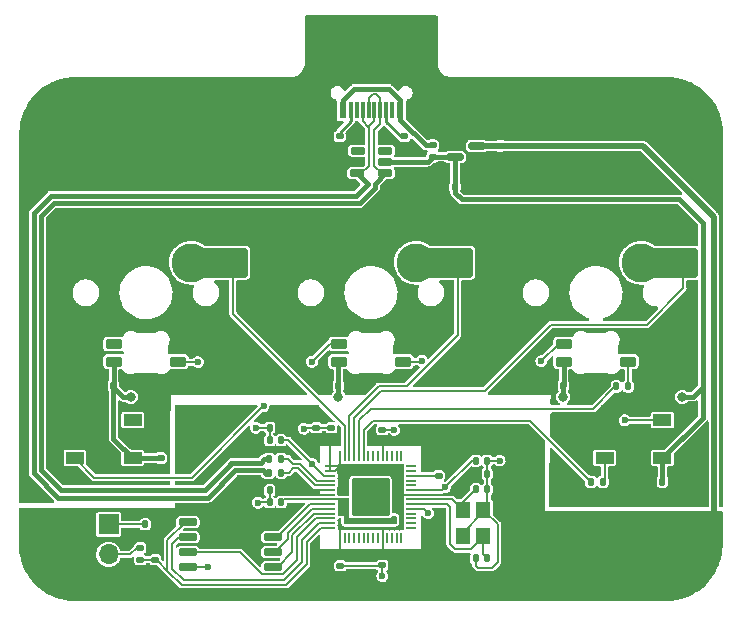
<source format=gbr>
%TF.GenerationSoftware,KiCad,Pcbnew,(6.0.5)*%
%TF.CreationDate,2022-07-04T16:26:11+08:00*%
%TF.ProjectId,RP2040-3k,52503230-3430-42d3-936b-2e6b69636164,rev?*%
%TF.SameCoordinates,Original*%
%TF.FileFunction,Copper,L1,Top*%
%TF.FilePolarity,Positive*%
%FSLAX46Y46*%
G04 Gerber Fmt 4.6, Leading zero omitted, Abs format (unit mm)*
G04 Created by KiCad (PCBNEW (6.0.5)) date 2022-07-04 16:26:11*
%MOMM*%
%LPD*%
G01*
G04 APERTURE LIST*
G04 Aperture macros list*
%AMRoundRect*
0 Rectangle with rounded corners*
0 $1 Rounding radius*
0 $2 $3 $4 $5 $6 $7 $8 $9 X,Y pos of 4 corners*
0 Add a 4 corners polygon primitive as box body*
4,1,4,$2,$3,$4,$5,$6,$7,$8,$9,$2,$3,0*
0 Add four circle primitives for the rounded corners*
1,1,$1+$1,$2,$3*
1,1,$1+$1,$4,$5*
1,1,$1+$1,$6,$7*
1,1,$1+$1,$8,$9*
0 Add four rect primitives between the rounded corners*
20,1,$1+$1,$2,$3,$4,$5,0*
20,1,$1+$1,$4,$5,$6,$7,0*
20,1,$1+$1,$6,$7,$8,$9,0*
20,1,$1+$1,$8,$9,$2,$3,0*%
%AMFreePoly0*
4,1,18,-0.410000,0.265000,0.000000,0.675000,0.328000,0.675000,0.359380,0.668758,0.385983,0.650983,0.403758,0.624380,0.410000,0.593000,0.410000,-0.593000,0.403758,-0.624380,0.385983,-0.650983,0.359380,-0.668758,0.328000,-0.675000,-0.328000,-0.675000,-0.359380,-0.668758,-0.385983,-0.650983,-0.403758,-0.624380,-0.410000,-0.593000,-0.410000,0.265000,-0.410000,0.265000,$1*%
G04 Aperture macros list end*
%TA.AperFunction,SMDPad,CuDef*%
%ADD10RoundRect,0.082000X-0.593000X0.328000X-0.593000X-0.328000X0.593000X-0.328000X0.593000X0.328000X0*%
%TD*%
%TA.AperFunction,SMDPad,CuDef*%
%ADD11FreePoly0,270.000000*%
%TD*%
%TA.AperFunction,SMDPad,CuDef*%
%ADD12RoundRect,0.140000X0.140000X0.170000X-0.140000X0.170000X-0.140000X-0.170000X0.140000X-0.170000X0*%
%TD*%
%TA.AperFunction,SMDPad,CuDef*%
%ADD13RoundRect,0.135000X-0.185000X0.135000X-0.185000X-0.135000X0.185000X-0.135000X0.185000X0.135000X0*%
%TD*%
%TA.AperFunction,SMDPad,CuDef*%
%ADD14RoundRect,0.135000X-0.135000X-0.185000X0.135000X-0.185000X0.135000X0.185000X-0.135000X0.185000X0*%
%TD*%
%TA.AperFunction,SMDPad,CuDef*%
%ADD15RoundRect,0.050000X0.050000X-0.387500X0.050000X0.387500X-0.050000X0.387500X-0.050000X-0.387500X0*%
%TD*%
%TA.AperFunction,SMDPad,CuDef*%
%ADD16RoundRect,0.050000X0.387500X-0.050000X0.387500X0.050000X-0.387500X0.050000X-0.387500X-0.050000X0*%
%TD*%
%TA.AperFunction,ComponentPad*%
%ADD17C,0.600000*%
%TD*%
%TA.AperFunction,SMDPad,CuDef*%
%ADD18RoundRect,0.144000X1.456000X-1.456000X1.456000X1.456000X-1.456000X1.456000X-1.456000X-1.456000X0*%
%TD*%
%TA.AperFunction,SMDPad,CuDef*%
%ADD19RoundRect,0.150000X-0.650000X-0.150000X0.650000X-0.150000X0.650000X0.150000X-0.650000X0.150000X0*%
%TD*%
%TA.AperFunction,SMDPad,CuDef*%
%ADD20RoundRect,0.140000X-0.140000X-0.170000X0.140000X-0.170000X0.140000X0.170000X-0.140000X0.170000X0*%
%TD*%
%TA.AperFunction,SMDPad,CuDef*%
%ADD21RoundRect,0.140000X0.170000X-0.140000X0.170000X0.140000X-0.170000X0.140000X-0.170000X-0.140000X0*%
%TD*%
%TA.AperFunction,SMDPad,CuDef*%
%ADD22R,1.200000X1.400000*%
%TD*%
%TA.AperFunction,SMDPad,CuDef*%
%ADD23RoundRect,0.140000X-0.170000X0.140000X-0.170000X-0.140000X0.170000X-0.140000X0.170000X0.140000X0*%
%TD*%
%TA.AperFunction,SMDPad,CuDef*%
%ADD24R,1.500000X1.000000*%
%TD*%
%TA.AperFunction,SMDPad,CuDef*%
%ADD25RoundRect,0.135000X0.135000X0.185000X-0.135000X0.185000X-0.135000X-0.185000X0.135000X-0.185000X0*%
%TD*%
%TA.AperFunction,SMDPad,CuDef*%
%ADD26RoundRect,0.147500X-0.172500X0.147500X-0.172500X-0.147500X0.172500X-0.147500X0.172500X0.147500X0*%
%TD*%
%TA.AperFunction,ComponentPad*%
%ADD27R,1.700000X1.700000*%
%TD*%
%TA.AperFunction,ComponentPad*%
%ADD28O,1.700000X1.700000*%
%TD*%
%TA.AperFunction,SMDPad,CuDef*%
%ADD29RoundRect,0.150000X-0.475000X-0.150000X0.475000X-0.150000X0.475000X0.150000X-0.475000X0.150000X0*%
%TD*%
%TA.AperFunction,ComponentPad*%
%ADD30C,3.300000*%
%TD*%
%TA.AperFunction,SMDPad,CuDef*%
%ADD31RoundRect,0.250000X-1.025000X-1.000000X1.025000X-1.000000X1.025000X1.000000X-1.025000X1.000000X0*%
%TD*%
%TA.AperFunction,SMDPad,CuDef*%
%ADD32R,1.650000X2.500000*%
%TD*%
%TA.AperFunction,SMDPad,CuDef*%
%ADD33RoundRect,0.150000X0.587500X0.150000X-0.587500X0.150000X-0.587500X-0.150000X0.587500X-0.150000X0*%
%TD*%
%TA.AperFunction,SMDPad,CuDef*%
%ADD34RoundRect,0.135000X0.185000X-0.135000X0.185000X0.135000X-0.185000X0.135000X-0.185000X-0.135000X0*%
%TD*%
%TA.AperFunction,SMDPad,CuDef*%
%ADD35R,0.600000X1.450000*%
%TD*%
%TA.AperFunction,SMDPad,CuDef*%
%ADD36R,0.300000X1.450000*%
%TD*%
%TA.AperFunction,ComponentPad*%
%ADD37O,1.000000X1.600000*%
%TD*%
%TA.AperFunction,ComponentPad*%
%ADD38O,1.000000X2.100000*%
%TD*%
%TA.AperFunction,ViaPad*%
%ADD39C,0.800000*%
%TD*%
%TA.AperFunction,ViaPad*%
%ADD40C,0.600000*%
%TD*%
%TA.AperFunction,Conductor*%
%ADD41C,0.381000*%
%TD*%
%TA.AperFunction,Conductor*%
%ADD42C,0.200000*%
%TD*%
%TA.AperFunction,Conductor*%
%ADD43C,0.250000*%
%TD*%
%TA.AperFunction,Conductor*%
%ADD44C,0.500000*%
%TD*%
%TA.AperFunction,Conductor*%
%ADD45C,0.421000*%
%TD*%
G04 APERTURE END LIST*
D10*
%TO.P,LED3,1,VDD*%
%TO.N,+5V*%
X61525375Y-65040000D03*
%TO.P,LED3,2,DOUT*%
%TO.N,unconnected-(LED3-Pad2)*%
X61525375Y-63540000D03*
%TO.P,LED3,3,DIN*%
%TO.N,Net-(LED2-Pad2)*%
X66975375Y-65040000D03*
D11*
%TO.P,LED3,4,VSS*%
%TO.N,GND*%
X66975375Y-63540000D03*
%TD*%
D12*
%TO.P,C16,1*%
%TO.N,+3V3*%
X75675000Y-70628200D03*
%TO.P,C16,2*%
%TO.N,GND*%
X74715000Y-70628200D03*
%TD*%
D13*
%TO.P,R9,1*%
%TO.N,+3V3*%
X89046250Y-73695000D03*
%TO.P,R9,2*%
%TO.N,~{RESET}*%
X89046250Y-74715000D03*
%TD*%
D14*
%TO.P,R7,1*%
%TO.N,UNDERGLOW*%
X101920000Y-75220000D03*
%TO.P,R7,2*%
%TO.N,Net-(D1-Pad4)*%
X102940000Y-75220000D03*
%TD*%
D15*
%TO.P,U4,1,IOVDD*%
%TO.N,+3V3*%
X80680000Y-79946250D03*
%TO.P,U4,2,GPIO0*%
%TO.N,unconnected-(U4-Pad2)*%
X81080000Y-79946250D03*
%TO.P,U4,3,GPIO1*%
%TO.N,unconnected-(U4-Pad3)*%
X81480000Y-79946250D03*
%TO.P,U4,4,GPIO2*%
%TO.N,unconnected-(U4-Pad4)*%
X81880000Y-79946250D03*
%TO.P,U4,5,GPIO3*%
%TO.N,unconnected-(U4-Pad5)*%
X82280000Y-79946250D03*
%TO.P,U4,6,GPIO4*%
%TO.N,unconnected-(U4-Pad6)*%
X82680000Y-79946250D03*
%TO.P,U4,7,GPIO5*%
%TO.N,unconnected-(U4-Pad7)*%
X83080000Y-79946250D03*
%TO.P,U4,8,GPIO6*%
%TO.N,unconnected-(U4-Pad8)*%
X83480000Y-79946250D03*
%TO.P,U4,9,GPIO7*%
%TO.N,unconnected-(U4-Pad9)*%
X83880000Y-79946250D03*
%TO.P,U4,10,IOVDD*%
%TO.N,+3V3*%
X84280000Y-79946250D03*
%TO.P,U4,11,GPIO8*%
%TO.N,unconnected-(U4-Pad11)*%
X84680000Y-79946250D03*
%TO.P,U4,12,GPIO9*%
%TO.N,unconnected-(U4-Pad12)*%
X85080000Y-79946250D03*
%TO.P,U4,13,GPIO10*%
%TO.N,unconnected-(U4-Pad13)*%
X85480000Y-79946250D03*
%TO.P,U4,14,GPIO11*%
%TO.N,unconnected-(U4-Pad14)*%
X85880000Y-79946250D03*
D16*
%TO.P,U4,15,GPIO12*%
%TO.N,unconnected-(U4-Pad15)*%
X86717500Y-79108750D03*
%TO.P,U4,16,GPIO13*%
%TO.N,unconnected-(U4-Pad16)*%
X86717500Y-78708750D03*
%TO.P,U4,17,GPIO14*%
%TO.N,unconnected-(U4-Pad17)*%
X86717500Y-78308750D03*
%TO.P,U4,18,GPIO15*%
%TO.N,unconnected-(U4-Pad18)*%
X86717500Y-77908750D03*
%TO.P,U4,19,TESTEN*%
%TO.N,GND*%
X86717500Y-77508750D03*
%TO.P,U4,20,XIN*%
%TO.N,XIN*%
X86717500Y-77108750D03*
%TO.P,U4,21,XOUT*%
%TO.N,XOUT*%
X86717500Y-76708750D03*
%TO.P,U4,22,IOVDD*%
%TO.N,+3V3*%
X86717500Y-76308750D03*
%TO.P,U4,23,DVDD*%
%TO.N,+1V1*%
X86717500Y-75908750D03*
%TO.P,U4,24,SWCLK*%
%TO.N,SWCLK*%
X86717500Y-75508750D03*
%TO.P,U4,25,SWD*%
%TO.N,SWD*%
X86717500Y-75108750D03*
%TO.P,U4,26,RUN*%
%TO.N,~{RESET}*%
X86717500Y-74708750D03*
%TO.P,U4,27,GPIO16*%
%TO.N,unconnected-(U4-Pad27)*%
X86717500Y-74308750D03*
%TO.P,U4,28,GPIO17*%
%TO.N,unconnected-(U4-Pad28)*%
X86717500Y-73908750D03*
D15*
%TO.P,U4,29,GPIO18*%
%TO.N,unconnected-(U4-Pad29)*%
X85880000Y-73071250D03*
%TO.P,U4,30,GPIO19*%
%TO.N,unconnected-(U4-Pad30)*%
X85480000Y-73071250D03*
%TO.P,U4,31,GPIO20*%
%TO.N,unconnected-(U4-Pad31)*%
X85080000Y-73071250D03*
%TO.P,U4,32,GPIO21*%
%TO.N,unconnected-(U4-Pad32)*%
X84680000Y-73071250D03*
%TO.P,U4,33,IOVDD*%
%TO.N,+3V3*%
X84280000Y-73071250D03*
%TO.P,U4,34,GPIO22*%
%TO.N,unconnected-(U4-Pad34)*%
X83880000Y-73071250D03*
%TO.P,U4,35,GPIO23*%
%TO.N,unconnected-(U4-Pad35)*%
X83480000Y-73071250D03*
%TO.P,U4,36,GPIO24*%
%TO.N,unconnected-(U4-Pad36)*%
X83080000Y-73071250D03*
%TO.P,U4,37,GPIO25*%
%TO.N,UNDERGLOW*%
X82680000Y-73071250D03*
%TO.P,U4,38,GPIO26_ADC0*%
%TO.N,SWITCHLED*%
X82280000Y-73071250D03*
%TO.P,U4,39,GPIO27_ADC1*%
%TO.N,COL2*%
X81880000Y-73071250D03*
%TO.P,U4,40,GPIO28_ADC2*%
%TO.N,COL1*%
X81480000Y-73071250D03*
%TO.P,U4,41,GPIO29_ADC3*%
%TO.N,COL0*%
X81080000Y-73071250D03*
%TO.P,U4,42,IOVDD*%
%TO.N,+3V3*%
X80680000Y-73071250D03*
D16*
%TO.P,U4,43,ADC_AVDD*%
X79842500Y-73908750D03*
%TO.P,U4,44,VREG_IN*%
X79842500Y-74308750D03*
%TO.P,U4,45,VREG_VOUT*%
%TO.N,+1V1*%
X79842500Y-74708750D03*
%TO.P,U4,46,USB_DM*%
%TO.N,Net-(R6-Pad1)*%
X79842500Y-75108750D03*
%TO.P,U4,47,USB_DP*%
%TO.N,Net-(R5-Pad1)*%
X79842500Y-75508750D03*
%TO.P,U4,48,USB_VDD*%
%TO.N,+3V3*%
X79842500Y-75908750D03*
%TO.P,U4,49,IOVDD*%
X79842500Y-76308750D03*
%TO.P,U4,50,DVDD*%
%TO.N,+1V1*%
X79842500Y-76708750D03*
%TO.P,U4,51,QSPI_SD3*%
%TO.N,SD3*%
X79842500Y-77108750D03*
%TO.P,U4,52,QSPI_SCLK*%
%TO.N,QSPI_SCLK*%
X79842500Y-77508750D03*
%TO.P,U4,53,QSPI_SD0*%
%TO.N,SD0*%
X79842500Y-77908750D03*
%TO.P,U4,54,QSPI_SD2*%
%TO.N,SD2*%
X79842500Y-78308750D03*
%TO.P,U4,55,QSPI_SD1*%
%TO.N,SD1*%
X79842500Y-78708750D03*
%TO.P,U4,56,QSPI_SS*%
%TO.N,QSPI_SS*%
X79842500Y-79108750D03*
D17*
%TO.P,U4,57,GND*%
%TO.N,GND*%
X82005000Y-77783750D03*
X83280000Y-76508750D03*
D18*
X83280000Y-76508750D03*
D17*
X83280000Y-75233750D03*
X84555000Y-75233750D03*
X83280000Y-77783750D03*
X84555000Y-77783750D03*
X82005000Y-76508750D03*
X84555000Y-76508750D03*
X82005000Y-75233750D03*
%TD*%
D13*
%TO.P,R1,1*%
%TO.N,/CC1*%
X86106000Y-45972000D03*
%TO.P,R1,2*%
%TO.N,GND*%
X86106000Y-46992000D03*
%TD*%
D19*
%TO.P,U3,1,~{CS}*%
%TO.N,QSPI_SS*%
X67780000Y-78635000D03*
%TO.P,U3,2,DO(IO1)*%
%TO.N,SD1*%
X67780000Y-79905000D03*
%TO.P,U3,3,IO2*%
%TO.N,SD2*%
X67780000Y-81175000D03*
%TO.P,U3,4,GND*%
%TO.N,GND*%
X67780000Y-82445000D03*
%TO.P,U3,5,DI(IO0)*%
%TO.N,SD0*%
X74980000Y-82445000D03*
%TO.P,U3,6,CLK*%
%TO.N,QSPI_SCLK*%
X74980000Y-81175000D03*
%TO.P,U3,7,IO3*%
%TO.N,SD3*%
X74980000Y-79905000D03*
%TO.P,U3,8,VCC*%
%TO.N,+3V3*%
X74980000Y-78635000D03*
%TD*%
D20*
%TO.P,C7,1*%
%TO.N,+1V1*%
X92186250Y-73425000D03*
%TO.P,C7,2*%
%TO.N,GND*%
X93146250Y-73425000D03*
%TD*%
D21*
%TO.P,C12,1*%
%TO.N,+3V3*%
X84264250Y-71770000D03*
%TO.P,C12,2*%
%TO.N,GND*%
X84264250Y-70810000D03*
%TD*%
D22*
%TO.P,Y1,1,1*%
%TO.N,XOUT*%
X91106250Y-77615000D03*
%TO.P,Y1,2,2*%
%TO.N,GND*%
X91106250Y-79815000D03*
%TO.P,Y1,3,3*%
%TO.N,XIN*%
X92806250Y-79815000D03*
%TO.P,Y1,4,4*%
%TO.N,GND*%
X92806250Y-77615000D03*
%TD*%
D21*
%TO.P,C9,1*%
%TO.N,+3V3*%
X79946250Y-71599000D03*
%TO.P,C9,2*%
%TO.N,GND*%
X79946250Y-70639000D03*
%TD*%
D12*
%TO.P,C17,1*%
%TO.N,+5V*%
X107980000Y-75212000D03*
%TO.P,C17,2*%
%TO.N,GND*%
X107020000Y-75212000D03*
%TD*%
D23*
%TO.P,C3,1*%
%TO.N,+3V3*%
X94240000Y-46780000D03*
%TO.P,C3,2*%
%TO.N,GND*%
X94240000Y-47740000D03*
%TD*%
D12*
%TO.P,C8,1*%
%TO.N,+1V1*%
X75675000Y-71695000D03*
%TO.P,C8,2*%
%TO.N,GND*%
X74715000Y-71695000D03*
%TD*%
D23*
%TO.P,C1,1*%
%TO.N,+3V3*%
X80693375Y-81368750D03*
%TO.P,C1,2*%
%TO.N,GND*%
X80693375Y-82328750D03*
%TD*%
D12*
%TO.P,C6,1*%
%TO.N,+1V1*%
X75675000Y-76955000D03*
%TO.P,C6,2*%
%TO.N,GND*%
X74715000Y-76955000D03*
%TD*%
D20*
%TO.P,C2,1*%
%TO.N,+5V*%
X90407700Y-50254600D03*
%TO.P,C2,2*%
%TO.N,GND*%
X91367700Y-50254600D03*
%TD*%
D24*
%TO.P,D1,1,VDD*%
%TO.N,+5V*%
X107975375Y-73192500D03*
%TO.P,D1,2,DOUT*%
%TO.N,Net-(D1-Pad2)*%
X107975375Y-69992500D03*
%TO.P,D1,3,VSS*%
%TO.N,GND*%
X103075375Y-69992500D03*
%TO.P,D1,4,DIN*%
%TO.N,Net-(D1-Pad4)*%
X103075375Y-73192500D03*
%TD*%
D25*
%TO.P,R6,1*%
%TO.N,Net-(R6-Pad1)*%
X75712500Y-73262850D03*
%TO.P,R6,2*%
%TO.N,D-*%
X74692500Y-73262850D03*
%TD*%
D21*
%TO.P,C18,1*%
%TO.N,+5V*%
X65497500Y-73202500D03*
%TO.P,C18,2*%
%TO.N,GND*%
X65497500Y-72242500D03*
%TD*%
D13*
%TO.P,R4,1*%
%TO.N,/~{USB_BOOT}*%
X63770000Y-80790000D03*
%TO.P,R4,2*%
%TO.N,QSPI_SS*%
X63770000Y-81810000D03*
%TD*%
D20*
%TO.P,C19,1*%
%TO.N,+5V*%
X99580625Y-67084000D03*
%TO.P,C19,2*%
%TO.N,GND*%
X100540625Y-67084000D03*
%TD*%
%TO.P,C11,1*%
%TO.N,+3V3*%
X92186250Y-74545000D03*
%TO.P,C11,2*%
%TO.N,GND*%
X93146250Y-74545000D03*
%TD*%
D26*
%TO.P,F1,1*%
%TO.N,VBUS*%
X88519000Y-46732000D03*
%TO.P,F1,2*%
%TO.N,+5V*%
X88519000Y-47702000D03*
%TD*%
D27*
%TO.P,J2,1,Pin_1*%
%TO.N,GND*%
X61090000Y-78820000D03*
D28*
%TO.P,J2,2,Pin_2*%
%TO.N,/~{USB_BOOT}*%
X61090000Y-81360000D03*
%TD*%
D21*
%TO.P,C13,1*%
%TO.N,+3V3*%
X78676250Y-71599000D03*
%TO.P,C13,2*%
%TO.N,GND*%
X78676250Y-70639000D03*
%TD*%
D25*
%TO.P,R5,1*%
%TO.N,Net-(R5-Pad1)*%
X75712500Y-74431250D03*
%TO.P,R5,2*%
%TO.N,D+*%
X74692500Y-74431250D03*
%TD*%
D12*
%TO.P,C4,1*%
%TO.N,GND*%
X93146250Y-75845000D03*
%TO.P,C4,2*%
%TO.N,XOUT*%
X92186250Y-75845000D03*
%TD*%
D14*
%TO.P,R8,1*%
%TO.N,SWITCHLED*%
X104070000Y-67140000D03*
%TO.P,R8,2*%
%TO.N,Net-(LED1-Pad3)*%
X105090000Y-67140000D03*
%TD*%
D24*
%TO.P,D2,1,VDD*%
%TO.N,+5V*%
X63116375Y-73192500D03*
%TO.P,D2,2,DOUT*%
%TO.N,unconnected-(D2-Pad2)*%
X63116375Y-69992500D03*
%TO.P,D2,3,VSS*%
%TO.N,GND*%
X58216375Y-69992500D03*
%TO.P,D2,4,DIN*%
%TO.N,Net-(D1-Pad2)*%
X58216375Y-73192500D03*
%TD*%
D13*
%TO.P,R3,1*%
%TO.N,/CC2*%
X80645000Y-45974000D03*
%TO.P,R3,2*%
%TO.N,GND*%
X80645000Y-46994000D03*
%TD*%
D20*
%TO.P,C20,1*%
%TO.N,+5V*%
X80530625Y-67084000D03*
%TO.P,C20,2*%
%TO.N,GND*%
X81490625Y-67084000D03*
%TD*%
D10*
%TO.P,LED2,1,VDD*%
%TO.N,+5V*%
X80575375Y-65040000D03*
%TO.P,LED2,2,DOUT*%
%TO.N,Net-(LED2-Pad2)*%
X80575375Y-63540000D03*
%TO.P,LED2,3,DIN*%
%TO.N,Net-(LED1-Pad2)*%
X86025375Y-65040000D03*
D11*
%TO.P,LED2,4,VSS*%
%TO.N,GND*%
X86025375Y-63540000D03*
%TD*%
D29*
%TO.P,U2,1,IO1*%
%TO.N,unconnected-(U2-Pad1)*%
X82168750Y-47183000D03*
%TO.P,U2,2,VN*%
%TO.N,GND*%
X82168750Y-48133000D03*
%TO.P,U2,3,IO2*%
%TO.N,D+*%
X82093750Y-49083000D03*
%TO.P,U2,4,IO3*%
%TO.N,D-*%
X84518750Y-49083000D03*
%TO.P,U2,5,VP*%
%TO.N,+5V*%
X84518750Y-48133000D03*
%TO.P,U2,6,IO4*%
%TO.N,unconnected-(U2-Pad6)*%
X84518750Y-47183000D03*
%TD*%
D20*
%TO.P,C5,1*%
%TO.N,GND*%
X92176250Y-81690000D03*
%TO.P,C5,2*%
%TO.N,XIN*%
X93136250Y-81690000D03*
%TD*%
D30*
%TO.P,SW1,1,1*%
%TO.N,COL0*%
X68060375Y-56670000D03*
D31*
X71610375Y-56670000D03*
D32*
X69885375Y-56670000D03*
D30*
%TO.P,SW1,2,2*%
%TO.N,GND*%
X61710375Y-54130000D03*
D32*
X59910375Y-54130000D03*
D31*
X58160375Y-54130000D03*
%TD*%
%TO.P,SW2,1,1*%
%TO.N,COL1*%
X90660375Y-56670000D03*
D32*
X88935375Y-56670000D03*
D30*
X87110375Y-56670000D03*
D31*
%TO.P,SW2,2,2*%
%TO.N,GND*%
X77210375Y-54130000D03*
D30*
X80760375Y-54130000D03*
D32*
X78960375Y-54130000D03*
%TD*%
D33*
%TO.P,U1,1,GND*%
%TO.N,GND*%
X92277500Y-48690000D03*
%TO.P,U1,2,VO*%
%TO.N,+3V3*%
X92277500Y-46790000D03*
%TO.P,U1,3,VI*%
%TO.N,+5V*%
X90402500Y-47740000D03*
%TD*%
D12*
%TO.P,C10,1*%
%TO.N,+3V3*%
X65160000Y-78820000D03*
%TO.P,C10,2*%
%TO.N,GND*%
X64200000Y-78820000D03*
%TD*%
D10*
%TO.P,LED1,1,VDD*%
%TO.N,+5V*%
X99625375Y-65040000D03*
%TO.P,LED1,2,DOUT*%
%TO.N,Net-(LED1-Pad2)*%
X99625375Y-63540000D03*
%TO.P,LED1,3,DIN*%
%TO.N,Net-(LED1-Pad3)*%
X105075375Y-65040000D03*
D11*
%TO.P,LED1,4,VSS*%
%TO.N,GND*%
X105075375Y-63540000D03*
%TD*%
D20*
%TO.P,C21,1*%
%TO.N,+5V*%
X61480625Y-67084000D03*
%TO.P,C21,2*%
%TO.N,GND*%
X62440625Y-67084000D03*
%TD*%
D12*
%TO.P,C14,1*%
%TO.N,+3V3*%
X75675000Y-75939000D03*
%TO.P,C14,2*%
%TO.N,GND*%
X74715000Y-75939000D03*
%TD*%
D31*
%TO.P,SW3,1,1*%
%TO.N,COL2*%
X109710375Y-56670000D03*
D32*
X107985375Y-56670000D03*
D30*
X106160375Y-56670000D03*
%TO.P,SW3,2,2*%
%TO.N,GND*%
X99810375Y-54130000D03*
D32*
X98010375Y-54130000D03*
D31*
X96260375Y-54130000D03*
%TD*%
D34*
%TO.P,R2,1*%
%TO.N,QSPI_SS*%
X65041625Y-81806250D03*
%TO.P,R2,2*%
%TO.N,+3V3*%
X65041625Y-80786250D03*
%TD*%
D23*
%TO.P,C15,1*%
%TO.N,+3V3*%
X84249375Y-81340750D03*
%TO.P,C15,2*%
%TO.N,GND*%
X84249375Y-82300750D03*
%TD*%
D35*
%TO.P,J1,A1,GND*%
%TO.N,GND*%
X86593750Y-43732500D03*
%TO.P,J1,A4,VBUS*%
%TO.N,VBUS*%
X85793750Y-43732500D03*
D36*
%TO.P,J1,A5,CC1*%
%TO.N,/CC1*%
X84593750Y-43732500D03*
%TO.P,J1,A6,D+*%
%TO.N,D+*%
X83593750Y-43732500D03*
%TO.P,J1,A7,D-*%
%TO.N,D-*%
X83093750Y-43732500D03*
%TO.P,J1,A8,SBU1*%
%TO.N,unconnected-(J1-PadA8)*%
X82093750Y-43732500D03*
D35*
%TO.P,J1,A9,VBUS*%
%TO.N,VBUS*%
X80893750Y-43732500D03*
%TO.P,J1,A12,GND*%
%TO.N,GND*%
X80093750Y-43732500D03*
%TO.P,J1,B1,GND*%
X80093750Y-43732500D03*
%TO.P,J1,B4,VBUS*%
%TO.N,VBUS*%
X80893750Y-43732500D03*
D36*
%TO.P,J1,B5,CC2*%
%TO.N,/CC2*%
X81593750Y-43732500D03*
%TO.P,J1,B6,D+*%
%TO.N,D+*%
X82593750Y-43732500D03*
%TO.P,J1,B7,D-*%
%TO.N,D-*%
X84093750Y-43732500D03*
%TO.P,J1,B8,SBU2*%
%TO.N,unconnected-(J1-PadB8)*%
X85093750Y-43732500D03*
D35*
%TO.P,J1,B9,VBUS*%
%TO.N,VBUS*%
X85793750Y-43732500D03*
%TO.P,J1,B12,GND*%
%TO.N,GND*%
X86593750Y-43732500D03*
D37*
%TO.P,J1,S1,SHIELD*%
X79023750Y-38637500D03*
X87663750Y-38637500D03*
D38*
X79023750Y-42817500D03*
X87663750Y-42817500D03*
%TD*%
D39*
%TO.N,+5V*%
X109660000Y-68020000D03*
X62970000Y-68030000D03*
X80540000Y-68020000D03*
X99580000Y-68020000D03*
%TO.N,GND*%
X87884000Y-45212000D03*
D40*
X56081625Y-54155000D03*
X94206625Y-54130000D03*
X73750000Y-76980000D03*
X106406625Y-63530000D03*
X101481625Y-67080000D03*
X87531625Y-63555000D03*
X84253375Y-83198750D03*
D39*
X78770000Y-45420000D03*
D40*
X88111250Y-77865000D03*
X103056625Y-68930000D03*
X77618875Y-70713750D03*
X63456625Y-67080000D03*
X58231625Y-68905000D03*
X99270000Y-76440000D03*
X73538750Y-70648750D03*
X65504500Y-71216250D03*
X69510000Y-82430000D03*
X82456625Y-67094020D03*
D39*
X87122000Y-47244000D03*
D40*
X68331625Y-63580000D03*
X74931625Y-54155000D03*
X94186250Y-73415000D03*
X106156625Y-75230000D03*
X110520000Y-75090000D03*
X85260000Y-70810000D03*
%TO.N,+3V3*%
X68890000Y-70850000D03*
X72000000Y-72460000D03*
X76590000Y-69600000D03*
%TO.N,+1V1*%
X85096710Y-78497649D03*
X78330000Y-73710000D03*
X89547089Y-75696339D03*
X81090000Y-77720000D03*
%TO.N,Net-(LED1-Pad2)*%
X97730000Y-64990000D03*
X87610000Y-64970000D03*
%TO.N,Net-(LED2-Pad2)*%
X68640000Y-65080000D03*
X78300000Y-65050000D03*
%TO.N,Net-(D1-Pad2)*%
X104800000Y-70010000D03*
X74200000Y-68840000D03*
%TD*%
D41*
%TO.N,+5V*%
X99580625Y-67084000D02*
X99580625Y-68019375D01*
X99625375Y-67039250D02*
X99580625Y-67084000D01*
X80530625Y-65084750D02*
X80575375Y-65040000D01*
X61525375Y-65040000D02*
X61525375Y-67039250D01*
X90364500Y-47702000D02*
X90402500Y-47740000D01*
X61480625Y-67084000D02*
X61480625Y-71556750D01*
X107975375Y-75207375D02*
X107980000Y-75212000D01*
X110540000Y-68020000D02*
X109660000Y-68020000D01*
X63126375Y-73202500D02*
X63116375Y-73192500D01*
X90407700Y-50254600D02*
X90407700Y-47745200D01*
X111375395Y-53298770D02*
X111375395Y-67535395D01*
X88519000Y-47702000D02*
X90364500Y-47702000D01*
X111375395Y-69792480D02*
X107975375Y-73192500D01*
X80530625Y-67084000D02*
X80530625Y-68010625D01*
X80530625Y-68010625D02*
X80540000Y-68020000D01*
X107975375Y-73192500D02*
X107975375Y-75207375D01*
X99625375Y-65040000D02*
X99625375Y-67039250D01*
X84518750Y-48133000D02*
X88088000Y-48133000D01*
X61480625Y-67183561D02*
X61480625Y-67084000D01*
X110775980Y-67784020D02*
X110540000Y-68020000D01*
X111375395Y-67535395D02*
X111375395Y-69792480D01*
X61480625Y-71556750D02*
X63116375Y-73192500D01*
X90407700Y-47745200D02*
X90402500Y-47740000D01*
X90985000Y-51305000D02*
X109381625Y-51305000D01*
X88088000Y-48133000D02*
X88519000Y-47702000D01*
X90407700Y-50727700D02*
X90985000Y-51305000D01*
X109381625Y-51305000D02*
X111375395Y-53298770D01*
X65497500Y-73202500D02*
X63126375Y-73202500D01*
X99580625Y-68019375D02*
X99580000Y-68020000D01*
X90407700Y-50254600D02*
X90407700Y-50727700D01*
X62327064Y-68030000D02*
X61480625Y-67183561D01*
X80530625Y-67084000D02*
X80530625Y-65084750D01*
X110775980Y-67784020D02*
X111375395Y-67184605D01*
X62970000Y-68030000D02*
X62327064Y-68030000D01*
D42*
%TO.N,GND*%
X74715000Y-75939000D02*
X74715000Y-76955000D01*
X62440625Y-67084000D02*
X63452625Y-67084000D01*
X92176250Y-81690000D02*
X92176250Y-82321625D01*
X77210375Y-54130000D02*
X74956625Y-54130000D01*
D43*
X79023750Y-42817500D02*
X79178750Y-42817500D01*
D42*
X78682875Y-70648750D02*
X77683875Y-70648750D01*
X84264250Y-70810000D02*
X85260000Y-70810000D01*
X103075375Y-68948750D02*
X103056625Y-68930000D01*
D41*
X86106000Y-46992000D02*
X86870000Y-46992000D01*
D42*
X58160375Y-54130000D02*
X56106625Y-54130000D01*
X94011250Y-78820000D02*
X92806250Y-77615000D01*
D43*
X80000480Y-46349480D02*
X80645000Y-46994000D01*
D41*
X80093750Y-44096250D02*
X78770000Y-45420000D01*
D42*
X73775000Y-76955000D02*
X73750000Y-76980000D01*
X74956625Y-54130000D02*
X74931625Y-54155000D01*
X92277500Y-48690000D02*
X93290000Y-48690000D01*
X74715000Y-76955000D02*
X73775000Y-76955000D01*
X58216375Y-68920250D02*
X58231625Y-68905000D01*
X94011250Y-82015000D02*
X94011250Y-78820000D01*
D41*
X106156625Y-75230000D02*
X107002000Y-75230000D01*
D42*
X64200000Y-78820000D02*
X61090000Y-78820000D01*
X84221375Y-82328750D02*
X84249375Y-82300750D01*
X96260375Y-54130000D02*
X94206625Y-54130000D01*
D43*
X81784000Y-48133000D02*
X80645000Y-46994000D01*
D42*
X65497500Y-72242500D02*
X65497500Y-71223250D01*
X92277500Y-48241783D02*
X92277500Y-48690000D01*
X93547500Y-82478750D02*
X94011250Y-82015000D01*
D41*
X92277500Y-49344800D02*
X91367700Y-50254600D01*
D42*
X91106250Y-79513750D02*
X91106250Y-79815000D01*
X93146250Y-73425000D02*
X93146250Y-75845000D01*
X103075375Y-69992500D02*
X103075375Y-68948750D01*
X93146250Y-73425000D02*
X94176250Y-73425000D01*
X68291625Y-63540000D02*
X68331625Y-63580000D01*
X81490625Y-67084000D02*
X82446605Y-67084000D01*
X93290000Y-48690000D02*
X94240000Y-47740000D01*
X74715000Y-70628200D02*
X73541800Y-70628200D01*
D43*
X80093750Y-43732500D02*
X80093750Y-44096250D01*
D42*
X107002000Y-75230000D02*
X107020000Y-75212000D01*
D41*
X87884000Y-45022750D02*
X86593750Y-43732500D01*
D42*
X84249375Y-82300750D02*
X84249375Y-83222750D01*
D43*
X82168750Y-48133000D02*
X81784000Y-48133000D01*
D42*
X105075375Y-63540000D02*
X106396625Y-63540000D01*
X63452625Y-67084000D02*
X63456625Y-67080000D01*
D43*
X87663750Y-38637500D02*
X79023750Y-38637500D01*
X80000480Y-43825770D02*
X80000480Y-46349480D01*
X79178750Y-42817500D02*
X80093750Y-43732500D01*
D42*
X80693375Y-82328750D02*
X84221375Y-82328750D01*
X92277500Y-48241783D02*
X89247717Y-45212000D01*
X78676250Y-70639000D02*
X79946250Y-70639000D01*
D41*
X92277500Y-48690000D02*
X92277500Y-49344800D01*
X87884000Y-45212000D02*
X87884000Y-45022750D01*
D42*
X93146250Y-75845000D02*
X93146250Y-77275000D01*
X93146250Y-77275000D02*
X92806250Y-77615000D01*
X101477625Y-67084000D02*
X101481625Y-67080000D01*
X106174625Y-75212000D02*
X106156625Y-75230000D01*
X86717500Y-77508750D02*
X87755000Y-77508750D01*
X56106625Y-54130000D02*
X56081625Y-54155000D01*
X89247717Y-45212000D02*
X87884000Y-45212000D01*
X82446605Y-67084000D02*
X82456625Y-67094020D01*
D41*
X86870000Y-46992000D02*
X87122000Y-47244000D01*
D42*
X87755000Y-77508750D02*
X88111250Y-77865000D01*
X87516625Y-63540000D02*
X87531625Y-63555000D01*
X106396625Y-63540000D02*
X106406625Y-63530000D01*
X67780000Y-82445000D02*
X69495000Y-82445000D01*
D43*
X79023750Y-38637500D02*
X79023750Y-42817500D01*
D42*
X86025375Y-63540000D02*
X87516625Y-63540000D01*
X100540625Y-67084000D02*
X101477625Y-67084000D01*
X94176250Y-73425000D02*
X94186250Y-73415000D01*
X74715000Y-70628200D02*
X74715000Y-71695000D01*
X58216375Y-69992500D02*
X58216375Y-68920250D01*
D43*
X86593750Y-43732500D02*
X86748750Y-43732500D01*
D42*
X66975375Y-63540000D02*
X68291625Y-63540000D01*
D43*
X80093750Y-43732500D02*
X80000480Y-43825770D01*
D42*
X65497500Y-71223250D02*
X65504500Y-71216250D01*
X92333375Y-82478750D02*
X93547500Y-82478750D01*
X92806250Y-77813750D02*
X91106250Y-79513750D01*
X92176250Y-82321625D02*
X92333375Y-82478750D01*
D43*
X86748750Y-43732500D02*
X87663750Y-42817500D01*
X87663750Y-42817500D02*
X87663750Y-38637500D01*
D42*
%TO.N,XOUT*%
X91106250Y-76925000D02*
X92186250Y-75845000D01*
X91106250Y-77615000D02*
X91106250Y-76925000D01*
X91106250Y-77615000D02*
X90200000Y-76708750D01*
X90200000Y-76708750D02*
X86717500Y-76708750D01*
%TO.N,XIN*%
X91776250Y-80935000D02*
X92806250Y-79905000D01*
X93136250Y-81690000D02*
X92806250Y-81360000D01*
X89986250Y-77382500D02*
X89986250Y-80475000D01*
X92846250Y-79855000D02*
X92806250Y-79815000D01*
X92806250Y-81360000D02*
X92806250Y-79815000D01*
X90446250Y-80935000D02*
X91776250Y-80935000D01*
X86717500Y-77108750D02*
X89712500Y-77108750D01*
X92806250Y-79905000D02*
X92806250Y-79815000D01*
X89986250Y-80475000D02*
X90446250Y-80935000D01*
X89712500Y-77108750D02*
X89986250Y-77382500D01*
%TO.N,+3V3*%
X80680000Y-73071250D02*
X80680000Y-73858750D01*
X79842500Y-74308750D02*
X80230000Y-74308750D01*
D44*
X112330000Y-78750000D02*
X109830000Y-81250000D01*
D42*
X84264250Y-71770000D02*
X84280000Y-71785750D01*
X80680000Y-79946250D02*
X80680000Y-81330750D01*
X78288750Y-76308750D02*
X79842500Y-76308750D01*
X84249375Y-81340750D02*
X84280000Y-81310125D01*
X77656287Y-71599000D02*
X76590000Y-70532713D01*
X84280000Y-71785750D02*
X84280000Y-73071250D01*
X79842500Y-75908750D02*
X77888750Y-75908750D01*
X77888750Y-75908750D02*
X75705250Y-75908750D01*
X75705250Y-75908750D02*
X75675000Y-75939000D01*
D44*
X112330000Y-52800000D02*
X112330000Y-78750000D01*
D42*
X86717500Y-76308750D02*
X85867500Y-76308750D01*
X77888750Y-75908750D02*
X78288750Y-76308750D01*
X91546250Y-74545000D02*
X92186250Y-74545000D01*
D44*
X106310000Y-46780000D02*
X112330000Y-52800000D01*
D42*
X86717500Y-76308750D02*
X89782500Y-76308750D01*
X78676250Y-71599000D02*
X77656287Y-71599000D01*
X79842500Y-71702750D02*
X79946250Y-71599000D01*
X84280000Y-81310125D02*
X84280000Y-79946250D01*
X89782500Y-76308750D02*
X91546250Y-74545000D01*
D44*
X109830000Y-81250000D02*
X96620000Y-81250000D01*
D42*
X85867500Y-76308750D02*
X85761250Y-76415000D01*
D44*
X94240000Y-46780000D02*
X106310000Y-46780000D01*
D42*
X76590000Y-70532713D02*
X76590000Y-69600000D01*
X80680000Y-79946250D02*
X80680000Y-79130000D01*
X80680000Y-81330750D02*
X80708250Y-81359000D01*
D44*
X94230000Y-46790000D02*
X94240000Y-46780000D01*
D42*
X79842500Y-73908750D02*
X79842500Y-71702750D01*
D44*
X92277500Y-46790000D02*
X94230000Y-46790000D01*
D42*
X80230000Y-74308750D02*
X80680000Y-73858750D01*
X80680000Y-73858750D02*
X80630000Y-73908750D01*
X79842500Y-74308750D02*
X79842500Y-73908750D01*
X80630000Y-73908750D02*
X79842500Y-73908750D01*
X84280000Y-79946250D02*
X84280000Y-79180000D01*
%TO.N,+1V1*%
X78330000Y-73710000D02*
X78330000Y-73728045D01*
X79842500Y-76708750D02*
X81088750Y-76708750D01*
X91818428Y-73425000D02*
X89547089Y-75696339D01*
X75675000Y-76955000D02*
X75921730Y-76708270D01*
X75921730Y-76708270D02*
X79842020Y-76708270D01*
X76315000Y-71695000D02*
X78330000Y-73710000D01*
X75675000Y-71695000D02*
X76315000Y-71695000D01*
X79842020Y-76708270D02*
X79842500Y-76708750D01*
X79310705Y-74708750D02*
X79842500Y-74708750D01*
X86717500Y-75908750D02*
X89334678Y-75908750D01*
X78330000Y-73728045D02*
X79310705Y-74708750D01*
X89334678Y-75908750D02*
X89547089Y-75696339D01*
X92186250Y-73425000D02*
X91818428Y-73425000D01*
%TO.N,Net-(D1-Pad4)*%
X103075375Y-75122000D02*
X102985375Y-75212000D01*
X103075375Y-73192500D02*
X103075375Y-75122000D01*
D41*
%TO.N,VBUS*%
X81895173Y-41927981D02*
X80893750Y-42929404D01*
X85793750Y-42929404D02*
X84792327Y-41927981D01*
X87928490Y-46732000D02*
X88519000Y-46732000D01*
X85793750Y-43732500D02*
X85793750Y-42929404D01*
X80893750Y-42929404D02*
X80893750Y-43732500D01*
X85793750Y-43732500D02*
X85793750Y-44597260D01*
X85793750Y-44597260D02*
X87928490Y-46732000D01*
X84792327Y-41927981D02*
X81895173Y-41927981D01*
D43*
%TO.N,/CC1*%
X85809228Y-45972000D02*
X86106000Y-45972000D01*
X84593750Y-43732500D02*
X84593750Y-44756522D01*
X84593750Y-44756522D02*
X85809228Y-45972000D01*
D45*
%TO.N,D+*%
X74573750Y-74550000D02*
X74692500Y-74431250D01*
X56810000Y-76560000D02*
X69467547Y-76560000D01*
D42*
X83093270Y-45206042D02*
X83093270Y-48469197D01*
X82093750Y-49083000D02*
X82093750Y-49093750D01*
X83058000Y-45170772D02*
X83593750Y-44635022D01*
X83058000Y-45170772D02*
X83093270Y-45206042D01*
D45*
X74115000Y-74255000D02*
X74410000Y-74550000D01*
X56182972Y-51009480D02*
X54751094Y-52441359D01*
X69467547Y-76560000D02*
X71772547Y-74255000D01*
X82009480Y-51009480D02*
X56182972Y-51009480D01*
X83009480Y-50009480D02*
X82009480Y-51009480D01*
D42*
X82093750Y-49083000D02*
X82479467Y-49083000D01*
D45*
X54751094Y-74501094D02*
X56810000Y-76560000D01*
X54751094Y-52441359D02*
X54751094Y-74501094D01*
X74410000Y-74550000D02*
X74573750Y-74550000D01*
D42*
X82593750Y-44706522D02*
X83058000Y-45170772D01*
X82479467Y-49083000D02*
X83093270Y-48469197D01*
D45*
X83009480Y-50009480D02*
X82093750Y-49093750D01*
D42*
X82593750Y-43732500D02*
X82593750Y-44706522D01*
D45*
X71772547Y-74255000D02*
X74115000Y-74255000D01*
D42*
X83593750Y-44635022D02*
X83593750Y-43732500D01*
D45*
%TO.N,D-*%
X55371614Y-74241614D02*
X57062020Y-75932020D01*
X71300000Y-73850000D02*
X71560000Y-73590000D01*
X69217980Y-75932020D02*
X71300000Y-73850000D01*
D42*
X84093750Y-43732500D02*
X84093750Y-44938250D01*
X84093750Y-42758478D02*
X84093750Y-43732500D01*
X84208033Y-49083000D02*
X84518750Y-49083000D01*
D45*
X71560000Y-73590000D02*
X73970000Y-73590000D01*
X55371614Y-52698386D02*
X55371614Y-74241614D01*
D42*
X83753272Y-42418000D02*
X84093750Y-42758478D01*
D45*
X83630000Y-50330000D02*
X82330000Y-51630000D01*
X82330000Y-51630000D02*
X56440000Y-51630000D01*
X74280000Y-73260000D02*
X74689650Y-73260000D01*
X71300000Y-73850000D02*
X71485000Y-73665000D01*
X56440000Y-51630000D02*
X55371614Y-52698386D01*
D42*
X83594230Y-45437770D02*
X83594230Y-48469197D01*
D45*
X57062020Y-75932020D02*
X69217980Y-75932020D01*
X83630000Y-49971750D02*
X83630000Y-50330000D01*
D42*
X83093750Y-43732500D02*
X83093750Y-42758478D01*
D45*
X74689650Y-73260000D02*
X74692500Y-73262850D01*
X84518750Y-49083000D02*
X83630000Y-49971750D01*
X73970000Y-73590000D02*
X74280000Y-73280000D01*
X74280000Y-73280000D02*
X74280000Y-73260000D01*
D42*
X83093750Y-42758478D02*
X83434228Y-42418000D01*
X83434228Y-42418000D02*
X83753272Y-42418000D01*
X84093750Y-44938250D02*
X83594230Y-45437770D01*
X83594230Y-48469197D02*
X84208033Y-49083000D01*
D43*
%TO.N,/CC2*%
X80645000Y-45656250D02*
X80645000Y-45974000D01*
X81593750Y-43732500D02*
X81593750Y-44707500D01*
X81593750Y-44707500D02*
X80645000Y-45656250D01*
D42*
%TO.N,Net-(LED1-Pad2)*%
X87540000Y-65040000D02*
X87610000Y-64970000D01*
X99180000Y-63540000D02*
X99625375Y-63540000D01*
X86025375Y-65040000D02*
X87540000Y-65040000D01*
X97730000Y-64990000D02*
X99180000Y-63540000D01*
%TO.N,Net-(LED1-Pad3)*%
X105075375Y-67125375D02*
X105090000Y-67140000D01*
X105075375Y-65040000D02*
X105075375Y-67125375D01*
%TO.N,Net-(LED2-Pad2)*%
X68640000Y-65080000D02*
X67015375Y-65080000D01*
X67015375Y-65080000D02*
X66975375Y-65040000D01*
X80575375Y-63540000D02*
X79810000Y-63540000D01*
X79810000Y-63540000D02*
X78300000Y-65050000D01*
%TO.N,~{RESET}*%
X86717500Y-74708750D02*
X89040000Y-74708750D01*
X89040000Y-74708750D02*
X89046250Y-74715000D01*
%TO.N,Net-(R6-Pad1)*%
X75712500Y-73262850D02*
X76296600Y-73262850D01*
X76296600Y-73262850D02*
X76719230Y-73685480D01*
X76719230Y-73685480D02*
X77275480Y-73685480D01*
X77275480Y-73685480D02*
X78699230Y-75109230D01*
X78699230Y-75109230D02*
X79842020Y-75109230D01*
%TO.N,Net-(R5-Pad1)*%
X78558750Y-75508750D02*
X79842500Y-75508750D01*
X76718750Y-74085000D02*
X77105000Y-74085000D01*
X78528750Y-75508750D02*
X77105000Y-74085000D01*
X75712500Y-74431250D02*
X76372500Y-74431250D01*
X76372500Y-74431250D02*
X76718750Y-74085000D01*
%TO.N,/~{USB_BOOT}*%
X63490000Y-80790000D02*
X63770000Y-80790000D01*
X62920000Y-81360000D02*
X63490000Y-80790000D01*
X62920000Y-81360000D02*
X61090000Y-81360000D01*
%TO.N,QSPI_SS*%
X67605000Y-78635000D02*
X67780000Y-78635000D01*
X63773750Y-81806250D02*
X65041625Y-81806250D01*
X65041625Y-81806250D02*
X65140528Y-81806250D01*
X66060480Y-80179520D02*
X67605000Y-78635000D01*
X66060480Y-82726203D02*
X66060480Y-80179520D01*
X79842500Y-79108750D02*
X79076256Y-79108750D01*
X79076256Y-79108750D02*
X77843439Y-80341567D01*
X63773750Y-81806250D02*
X63770000Y-81810000D01*
X67284514Y-83950237D02*
X66147139Y-82812861D01*
X76109763Y-83950237D02*
X67284514Y-83950237D01*
X77843439Y-80341567D02*
X77843439Y-82216561D01*
X65140528Y-81806250D02*
X66147139Y-82812861D01*
X77843439Y-82216561D02*
X76109763Y-83950237D01*
X66147139Y-82812861D02*
X66060480Y-82726203D01*
%TO.N,SWITCHLED*%
X102098787Y-69040000D02*
X83260000Y-69040000D01*
X82280000Y-70020000D02*
X83260000Y-69040000D01*
X103998787Y-67140000D02*
X102098787Y-69040000D01*
X104070000Y-67140000D02*
X103998787Y-67140000D01*
X82280000Y-73071250D02*
X82280000Y-70020000D01*
%TO.N,UNDERGLOW*%
X96740000Y-70040000D02*
X101920000Y-75220000D01*
X83440000Y-70040000D02*
X96740000Y-70040000D01*
X82680000Y-70800000D02*
X82680000Y-73071250D01*
X83440000Y-70040000D02*
X82680000Y-70800000D01*
%TO.N,COL0*%
X71610375Y-61010375D02*
X71610375Y-56670000D01*
X81080000Y-70480000D02*
X71610375Y-61010375D01*
X81080000Y-73071250D02*
X81080000Y-70480000D01*
%TO.N,COL1*%
X81480000Y-73071250D02*
X81480000Y-69610000D01*
X90660375Y-62767463D02*
X90660375Y-56670000D01*
X81480000Y-69610000D02*
X83969520Y-67120480D01*
X86307358Y-67120480D02*
X90660375Y-62767463D01*
X83969520Y-67120480D02*
X86307358Y-67120480D01*
%TO.N,COL2*%
X84170000Y-67520000D02*
X92930000Y-67520000D01*
X81880000Y-69810000D02*
X84170000Y-67520000D01*
X106633250Y-61900000D02*
X109710375Y-58822875D01*
X98550000Y-61900000D02*
X106633250Y-61900000D01*
X81880000Y-73071250D02*
X81880000Y-69810000D01*
X109710375Y-58822875D02*
X109710375Y-56670000D01*
X92930000Y-67520000D02*
X98550000Y-61900000D01*
%TO.N,SD3*%
X79842500Y-77108750D02*
X79842020Y-77108270D01*
X78141730Y-77108270D02*
X75345000Y-79905000D01*
X79842020Y-77108270D02*
X78141730Y-77108270D01*
X75345000Y-79905000D02*
X74980000Y-79905000D01*
%TO.N,QSPI_SCLK*%
X78306256Y-77508750D02*
X76245359Y-79569647D01*
X79842500Y-77508750D02*
X78306256Y-77508750D01*
X75145717Y-81175000D02*
X74980000Y-81175000D01*
X76245359Y-79569647D02*
X76245359Y-80075359D01*
X76245359Y-80075359D02*
X75145717Y-81175000D01*
%TO.N,SD0*%
X76644879Y-81194879D02*
X75394758Y-82445000D01*
X76644879Y-79735121D02*
X76644879Y-81194879D01*
X75394758Y-82445000D02*
X74980000Y-82445000D01*
X78471250Y-77908750D02*
X79842500Y-77908750D01*
X78471250Y-77908750D02*
X76644879Y-79735121D01*
%TO.N,SD2*%
X78636256Y-78308750D02*
X77044399Y-79900607D01*
X77044399Y-79900607D02*
X77044399Y-81816318D01*
X72185000Y-81175000D02*
X67780000Y-81175000D01*
X74054520Y-83044520D02*
X72185000Y-81175000D01*
X77044399Y-81816318D02*
X75816197Y-83044520D01*
X79842500Y-78308750D02*
X78636256Y-78308750D01*
X75816197Y-83044520D02*
X74054520Y-83044520D01*
%TO.N,SD1*%
X77443919Y-80176081D02*
X77443919Y-82023919D01*
X79842500Y-78708750D02*
X78911250Y-78708750D01*
X66460000Y-80490000D02*
X66460000Y-82560717D01*
X67450000Y-83550717D02*
X75360717Y-83550717D01*
X66460000Y-82560717D02*
X67450000Y-83550717D01*
X75917121Y-83550717D02*
X75360717Y-83550717D01*
X67780000Y-79905000D02*
X67045000Y-79905000D01*
X67045000Y-79905000D02*
X66460000Y-80490000D01*
X77443919Y-82023919D02*
X75917121Y-83550717D01*
X78911250Y-78708750D02*
X77443919Y-80176081D01*
%TO.N,Net-(D1-Pad2)*%
X68130000Y-74860000D02*
X59890000Y-74860000D01*
X104817500Y-69992500D02*
X107975375Y-69992500D01*
X58216375Y-73192500D02*
X58222500Y-73192500D01*
X58222500Y-73192500D02*
X59890000Y-74860000D01*
X68130000Y-74860000D02*
X74150000Y-68840000D01*
X104800000Y-70010000D02*
X104817500Y-69992500D01*
X74150000Y-68840000D02*
X74200000Y-68840000D01*
%TD*%
%TA.AperFunction,Conductor*%
%TO.N,+1V1*%
G36*
X81453067Y-76607313D02*
G01*
X81478377Y-76651150D01*
X81479501Y-76663995D01*
X81479501Y-78005112D01*
X81479818Y-78007521D01*
X81479842Y-78007885D01*
X81480000Y-78012725D01*
X81480000Y-78320000D01*
X84740000Y-78320000D01*
X84749438Y-78313217D01*
X84750691Y-78312813D01*
X84771531Y-78309539D01*
X84771522Y-78309407D01*
X84772981Y-78309311D01*
X84773378Y-78309249D01*
X84776362Y-78309249D01*
X84778769Y-78308932D01*
X84778771Y-78308932D01*
X84820927Y-78303383D01*
X84820929Y-78303383D01*
X84826539Y-78302644D01*
X84936645Y-78251301D01*
X85022551Y-78165395D01*
X85025285Y-78159532D01*
X85025287Y-78159529D01*
X85037785Y-78132726D01*
X85073579Y-78096933D01*
X85104852Y-78090000D01*
X85386000Y-78090000D01*
X85433566Y-78107313D01*
X85458876Y-78151150D01*
X85460000Y-78164000D01*
X85460000Y-78726000D01*
X85442687Y-78773566D01*
X85398850Y-78798876D01*
X85386000Y-78800000D01*
X81074000Y-78800000D01*
X81026434Y-78782687D01*
X81001124Y-78738850D01*
X81000000Y-78726000D01*
X81000000Y-78120000D01*
X80602426Y-78111541D01*
X80555239Y-78093221D01*
X80530867Y-78048855D01*
X80530000Y-78037558D01*
X80530000Y-76664000D01*
X80547313Y-76616434D01*
X80591150Y-76591124D01*
X80604000Y-76590000D01*
X81405501Y-76590000D01*
X81453067Y-76607313D01*
G37*
%TD.AperFunction*%
%TD*%
%TA.AperFunction,Conductor*%
%TO.N,+3V3*%
G36*
X83811124Y-70357813D02*
G01*
X83836434Y-70401650D01*
X83827644Y-70451500D01*
X83815884Y-70466826D01*
X83811026Y-70471684D01*
X83760278Y-70580513D01*
X83753750Y-70630099D01*
X83753751Y-70989900D01*
X83760278Y-71039487D01*
X83811026Y-71148316D01*
X83895934Y-71233224D01*
X84004763Y-71283972D01*
X84054349Y-71290500D01*
X84264163Y-71290500D01*
X84474150Y-71290499D01*
X84476557Y-71290182D01*
X84476560Y-71290182D01*
X84518125Y-71284711D01*
X84518127Y-71284710D01*
X84523737Y-71283972D01*
X84528864Y-71281581D01*
X84528865Y-71281581D01*
X84567706Y-71263469D01*
X84632566Y-71233224D01*
X84717474Y-71148316D01*
X84720209Y-71142450D01*
X84720486Y-71142055D01*
X84761951Y-71113021D01*
X84781103Y-71110500D01*
X84824241Y-71110500D01*
X84871807Y-71127813D01*
X84880887Y-71136884D01*
X84919580Y-71182916D01*
X84919583Y-71182919D01*
X84922970Y-71186948D01*
X84932691Y-71193419D01*
X85037924Y-71263469D01*
X85037927Y-71263470D01*
X85042313Y-71266390D01*
X85179157Y-71309142D01*
X85184425Y-71309239D01*
X85184428Y-71309239D01*
X85244733Y-71310344D01*
X85322499Y-71311770D01*
X85327582Y-71310384D01*
X85327584Y-71310384D01*
X85455727Y-71275448D01*
X85455729Y-71275447D01*
X85460817Y-71274060D01*
X85534779Y-71228647D01*
X85578498Y-71201804D01*
X85578499Y-71201803D01*
X85582991Y-71199045D01*
X85679200Y-71092754D01*
X85741710Y-70963733D01*
X85765496Y-70822354D01*
X85765647Y-70810000D01*
X85751727Y-70712799D01*
X85746070Y-70673297D01*
X85746070Y-70673296D01*
X85745323Y-70668082D01*
X85685984Y-70537572D01*
X85621558Y-70462802D01*
X85603625Y-70415469D01*
X85620314Y-70367680D01*
X85663816Y-70341799D01*
X85677619Y-70340500D01*
X96584877Y-70340500D01*
X96632443Y-70357813D01*
X96637203Y-70362174D01*
X98011529Y-71736500D01*
X98032921Y-71782376D01*
X98033202Y-71788973D01*
X98020000Y-77730000D01*
X113005431Y-77730000D01*
X113052997Y-77747313D01*
X113078307Y-77791150D01*
X113079431Y-77804092D01*
X113076076Y-80488783D01*
X113074199Y-80505252D01*
X113073180Y-80509691D01*
X113070881Y-80519704D01*
X113072722Y-80527829D01*
X113072722Y-80527833D01*
X113073033Y-80529205D01*
X113074793Y-80548758D01*
X113066811Y-80733020D01*
X113059422Y-80903593D01*
X113058073Y-80934726D01*
X113057514Y-80941147D01*
X113004001Y-81348873D01*
X113003921Y-81349479D01*
X113002804Y-81355825D01*
X112915920Y-81748586D01*
X112913854Y-81757925D01*
X112912189Y-81764154D01*
X112798100Y-82126653D01*
X112788548Y-82157003D01*
X112786345Y-82163063D01*
X112739331Y-82276750D01*
X112628974Y-82543612D01*
X112626252Y-82549461D01*
X112436320Y-82914886D01*
X112433098Y-82920475D01*
X112212064Y-83267962D01*
X112208367Y-83273249D01*
X111957915Y-83600158D01*
X111953772Y-83605103D01*
X111675804Y-83908949D01*
X111671247Y-83913514D01*
X111367850Y-84192018D01*
X111362914Y-84196167D01*
X111289764Y-84252406D01*
X111036427Y-84447175D01*
X111031146Y-84450880D01*
X110684050Y-84672492D01*
X110678467Y-84675724D01*
X110313358Y-84866278D01*
X110307514Y-84869010D01*
X109927227Y-85027028D01*
X109921167Y-85029242D01*
X109712793Y-85095212D01*
X109660976Y-85111617D01*
X109528544Y-85153544D01*
X109522318Y-85155220D01*
X109170786Y-85233609D01*
X109120360Y-85244854D01*
X109114008Y-85245982D01*
X108705783Y-85300264D01*
X108699357Y-85300835D01*
X108635744Y-85303699D01*
X108313900Y-85318189D01*
X108294089Y-85316404D01*
X108285074Y-85314344D01*
X108270542Y-85317653D01*
X108254113Y-85319500D01*
X58325361Y-85319500D01*
X58309205Y-85317715D01*
X58302272Y-85316164D01*
X58302271Y-85316164D01*
X58294141Y-85314345D01*
X58284667Y-85316548D01*
X58265112Y-85318417D01*
X58128007Y-85313230D01*
X57879323Y-85303821D01*
X57872893Y-85303296D01*
X57634961Y-85273327D01*
X57464563Y-85251864D01*
X57458184Y-85250775D01*
X57055924Y-85163868D01*
X57049665Y-85162226D01*
X56656548Y-85040511D01*
X56650455Y-85038329D01*
X56459952Y-84960526D01*
X56269441Y-84882720D01*
X56263581Y-84880021D01*
X56085940Y-84788617D01*
X55897649Y-84691733D01*
X55892030Y-84688524D01*
X55543932Y-84468976D01*
X55538614Y-84465287D01*
X55211035Y-84216171D01*
X55206060Y-84212033D01*
X55202325Y-84208638D01*
X54901495Y-83935245D01*
X54896904Y-83930690D01*
X54881042Y-83913514D01*
X54617695Y-83628362D01*
X54613516Y-83623420D01*
X54573500Y-83571666D01*
X54361778Y-83297840D01*
X54358066Y-83292580D01*
X54135723Y-82946232D01*
X54132475Y-82940649D01*
X53941261Y-82576236D01*
X53938508Y-82570380D01*
X53779856Y-82190637D01*
X53777624Y-82184562D01*
X53771423Y-82165086D01*
X53652761Y-81792426D01*
X53651069Y-81786180D01*
X53629896Y-81691847D01*
X53560939Y-81384611D01*
X53559802Y-81378250D01*
X53559553Y-81376389D01*
X53534390Y-81188752D01*
X53505105Y-80970370D01*
X53504526Y-80963925D01*
X53488666Y-80618112D01*
X53486857Y-80578664D01*
X53488626Y-80558844D01*
X53488806Y-80558054D01*
X53490656Y-80549930D01*
X53488800Y-80541806D01*
X53487399Y-80535674D01*
X53485540Y-80519096D01*
X53486612Y-79689748D01*
X60039500Y-79689748D01*
X60051133Y-79748231D01*
X60095448Y-79814552D01*
X60161769Y-79858867D01*
X60206295Y-79867724D01*
X60216682Y-79869790D01*
X60216683Y-79869790D01*
X60220252Y-79870500D01*
X61959748Y-79870500D01*
X61963317Y-79869790D01*
X61963318Y-79869790D01*
X61973705Y-79867724D01*
X62018231Y-79858867D01*
X62084552Y-79814552D01*
X62128867Y-79748231D01*
X62140500Y-79689748D01*
X62140500Y-79194500D01*
X62157813Y-79146934D01*
X62201650Y-79121624D01*
X62214500Y-79120500D01*
X63698009Y-79120500D01*
X63745575Y-79137813D01*
X63765075Y-79163226D01*
X63774037Y-79182445D01*
X63774041Y-79182450D01*
X63776776Y-79188316D01*
X63861684Y-79273224D01*
X63970513Y-79323972D01*
X64020099Y-79330500D01*
X64199925Y-79330500D01*
X64379900Y-79330499D01*
X64382307Y-79330182D01*
X64382310Y-79330182D01*
X64423875Y-79324711D01*
X64423877Y-79324710D01*
X64429487Y-79323972D01*
X64434614Y-79321581D01*
X64434615Y-79321581D01*
X64494834Y-79293500D01*
X64538316Y-79273224D01*
X64623224Y-79188316D01*
X64673972Y-79079487D01*
X64680500Y-79029901D01*
X64680499Y-78610100D01*
X64673972Y-78560513D01*
X64623224Y-78451684D01*
X64538316Y-78366776D01*
X64429487Y-78316028D01*
X64379901Y-78309500D01*
X64200075Y-78309500D01*
X64020100Y-78309501D01*
X64017693Y-78309818D01*
X64017690Y-78309818D01*
X63976125Y-78315289D01*
X63976123Y-78315290D01*
X63970513Y-78316028D01*
X63965386Y-78318419D01*
X63965385Y-78318419D01*
X63942566Y-78329060D01*
X63861684Y-78366776D01*
X63776776Y-78451684D01*
X63774041Y-78457549D01*
X63774037Y-78457555D01*
X63765075Y-78476774D01*
X63729282Y-78512567D01*
X63698009Y-78519500D01*
X62214500Y-78519500D01*
X62166934Y-78502187D01*
X62141624Y-78458350D01*
X62140500Y-78445500D01*
X62140500Y-77950252D01*
X62128867Y-77891769D01*
X62121122Y-77880177D01*
X62088602Y-77831509D01*
X62084552Y-77825448D01*
X62078491Y-77821398D01*
X62024294Y-77785184D01*
X62024293Y-77785184D01*
X62018231Y-77781133D01*
X61973705Y-77772276D01*
X61963318Y-77770210D01*
X61963317Y-77770210D01*
X61959748Y-77769500D01*
X60220252Y-77769500D01*
X60216683Y-77770210D01*
X60216682Y-77770210D01*
X60206295Y-77772276D01*
X60161769Y-77781133D01*
X60155707Y-77785184D01*
X60155706Y-77785184D01*
X60101509Y-77821398D01*
X60095448Y-77825448D01*
X60091398Y-77831509D01*
X60058879Y-77880177D01*
X60051133Y-77891769D01*
X60039500Y-77950252D01*
X60039500Y-79689748D01*
X53486612Y-79689748D01*
X53489427Y-77513228D01*
X53506801Y-77465684D01*
X53550671Y-77440432D01*
X53563259Y-77439324D01*
X66730000Y-77410000D01*
X66729453Y-77251238D01*
X66728744Y-77045255D01*
X66745893Y-76997629D01*
X66789643Y-76972169D01*
X66802744Y-76971000D01*
X69532643Y-76971000D01*
X69558258Y-76962677D01*
X69569539Y-76959969D01*
X69577468Y-76958713D01*
X69590387Y-76956667D01*
X69590389Y-76956666D01*
X69596136Y-76955756D01*
X69601320Y-76953114D01*
X69601325Y-76953113D01*
X69620129Y-76943532D01*
X69630855Y-76939089D01*
X69650926Y-76932567D01*
X69650925Y-76932567D01*
X69656463Y-76930768D01*
X69661171Y-76927348D01*
X69661176Y-76927345D01*
X69678250Y-76914940D01*
X69688151Y-76908873D01*
X69706946Y-76899297D01*
X69706948Y-76899295D01*
X69712138Y-76896651D01*
X71921115Y-74687674D01*
X71966991Y-74666282D01*
X71973441Y-74666000D01*
X73914106Y-74666000D01*
X73961672Y-74683313D01*
X73966432Y-74687674D01*
X74165409Y-74886651D01*
X74170599Y-74889295D01*
X74170601Y-74889297D01*
X74189396Y-74898873D01*
X74199297Y-74904940D01*
X74216371Y-74917345D01*
X74216376Y-74917348D01*
X74221084Y-74920768D01*
X74226622Y-74922567D01*
X74226621Y-74922567D01*
X74246692Y-74929089D01*
X74257418Y-74933532D01*
X74276222Y-74943113D01*
X74276227Y-74943114D01*
X74281411Y-74945756D01*
X74287158Y-74946666D01*
X74287160Y-74946667D01*
X74300079Y-74948713D01*
X74308008Y-74949969D01*
X74319289Y-74952677D01*
X74344904Y-74961000D01*
X74638846Y-74961000D01*
X74644385Y-74959200D01*
X74644387Y-74959200D01*
X74656168Y-74955372D01*
X74679035Y-74951750D01*
X74866816Y-74951750D01*
X74915673Y-74945318D01*
X75022904Y-74895315D01*
X75106565Y-74811654D01*
X75135433Y-74749747D01*
X75171227Y-74713954D01*
X75221653Y-74709543D01*
X75263117Y-74738577D01*
X75269567Y-74749747D01*
X75298435Y-74811654D01*
X75382096Y-74895315D01*
X75489327Y-74945318D01*
X75538184Y-74951750D01*
X75886816Y-74951750D01*
X75935673Y-74945318D01*
X76042904Y-74895315D01*
X76126565Y-74811654D01*
X76129300Y-74805789D01*
X76129302Y-74805786D01*
X76143901Y-74774477D01*
X76179694Y-74738683D01*
X76210968Y-74731750D01*
X76317933Y-74731750D01*
X76323406Y-74732152D01*
X76327842Y-74733675D01*
X76334666Y-74733419D01*
X76334667Y-74733419D01*
X76377741Y-74731802D01*
X76380517Y-74731750D01*
X76400448Y-74731750D01*
X76403800Y-74731126D01*
X76407191Y-74730813D01*
X76407209Y-74731003D01*
X76411255Y-74730544D01*
X76439708Y-74729476D01*
X76445985Y-74726779D01*
X76445990Y-74726778D01*
X76452843Y-74723834D01*
X76468502Y-74719076D01*
X76475836Y-74717710D01*
X76482553Y-74716459D01*
X76488368Y-74712874D01*
X76488372Y-74712873D01*
X76506790Y-74701520D01*
X76516407Y-74696524D01*
X76537762Y-74687349D01*
X76537764Y-74687348D01*
X76542563Y-74685286D01*
X76547449Y-74681272D01*
X76553880Y-74674841D01*
X76567376Y-74664173D01*
X76572032Y-74661303D01*
X76577848Y-74657718D01*
X76596539Y-74633138D01*
X76603117Y-74625604D01*
X76821547Y-74407174D01*
X76867423Y-74385782D01*
X76873873Y-74385500D01*
X76949877Y-74385500D01*
X76997443Y-74402813D01*
X77002203Y-74407174D01*
X78336027Y-75740998D01*
X78369555Y-75763999D01*
X78399257Y-75784375D01*
X78399259Y-75784376D01*
X78404896Y-75788243D01*
X78411548Y-75789822D01*
X78411549Y-75789822D01*
X78507164Y-75812512D01*
X78507167Y-75812512D01*
X78513816Y-75814090D01*
X78544413Y-75809926D01*
X78554392Y-75809250D01*
X78894483Y-75809250D01*
X78942049Y-75826563D01*
X78967359Y-75870400D01*
X78968483Y-75883077D01*
X78969523Y-76333601D01*
X78952321Y-76381205D01*
X78908542Y-76406616D01*
X78895524Y-76407770D01*
X75976297Y-76407770D01*
X75970824Y-76407368D01*
X75966388Y-76405845D01*
X75959564Y-76406101D01*
X75959563Y-76406101D01*
X75916489Y-76407718D01*
X75913713Y-76407770D01*
X75893782Y-76407770D01*
X75890430Y-76408394D01*
X75887039Y-76408707D01*
X75887021Y-76408517D01*
X75882975Y-76408976D01*
X75854522Y-76410044D01*
X75848245Y-76412741D01*
X75848240Y-76412742D01*
X75841387Y-76415686D01*
X75825728Y-76420444D01*
X75811677Y-76423061D01*
X75805863Y-76426645D01*
X75805857Y-76426647D01*
X75794750Y-76433494D01*
X75755921Y-76444500D01*
X75527671Y-76444501D01*
X75495100Y-76444501D01*
X75492693Y-76444818D01*
X75492690Y-76444818D01*
X75451125Y-76450289D01*
X75451123Y-76450290D01*
X75445513Y-76451028D01*
X75440386Y-76453419D01*
X75440385Y-76453419D01*
X75413077Y-76466153D01*
X75336684Y-76501776D01*
X75251776Y-76586684D01*
X75251284Y-76586192D01*
X75214151Y-76612192D01*
X75163725Y-76607779D01*
X75138389Y-76586519D01*
X75138224Y-76586684D01*
X75053316Y-76501776D01*
X75054665Y-76500427D01*
X75030665Y-76466153D01*
X75035076Y-76415727D01*
X75054122Y-76393030D01*
X75053316Y-76392224D01*
X75138224Y-76307316D01*
X75188972Y-76198487D01*
X75195500Y-76148901D01*
X75195499Y-75729100D01*
X75193771Y-75715972D01*
X75189711Y-75685125D01*
X75189710Y-75685123D01*
X75188972Y-75679513D01*
X75186580Y-75674382D01*
X75155134Y-75606948D01*
X75138224Y-75570684D01*
X75053316Y-75485776D01*
X74944487Y-75435028D01*
X74894901Y-75428500D01*
X74715075Y-75428500D01*
X74535100Y-75428501D01*
X74532693Y-75428818D01*
X74532690Y-75428818D01*
X74491125Y-75434289D01*
X74491123Y-75434290D01*
X74485513Y-75435028D01*
X74480386Y-75437419D01*
X74480385Y-75437419D01*
X74480381Y-75437421D01*
X74376684Y-75485776D01*
X74291776Y-75570684D01*
X74241028Y-75679513D01*
X74234500Y-75729099D01*
X74234501Y-76148900D01*
X74234818Y-76151307D01*
X74234818Y-76151310D01*
X74239978Y-76190508D01*
X74241028Y-76198487D01*
X74243419Y-76203614D01*
X74243419Y-76203615D01*
X74250077Y-76217892D01*
X74291776Y-76307316D01*
X74376684Y-76392224D01*
X74375335Y-76393573D01*
X74399335Y-76427847D01*
X74394924Y-76478273D01*
X74375878Y-76500970D01*
X74376684Y-76501776D01*
X74291776Y-76586684D01*
X74289041Y-76592549D01*
X74289037Y-76592555D01*
X74280075Y-76611774D01*
X74244282Y-76647567D01*
X74213009Y-76654500D01*
X74164173Y-76654500D01*
X74116607Y-76637187D01*
X74108114Y-76628805D01*
X74093799Y-76612192D01*
X74082400Y-76598963D01*
X74077981Y-76596099D01*
X74077979Y-76596097D01*
X73983484Y-76534849D01*
X73962095Y-76520985D01*
X73838900Y-76484142D01*
X73829792Y-76481418D01*
X73829791Y-76481418D01*
X73824739Y-76479907D01*
X73751103Y-76479457D01*
X73686646Y-76479063D01*
X73686645Y-76479063D01*
X73681376Y-76479031D01*
X73543529Y-76518428D01*
X73422280Y-76594930D01*
X73375793Y-76647567D01*
X73333449Y-76695513D01*
X73327377Y-76702388D01*
X73266447Y-76832163D01*
X73265637Y-76837368D01*
X73265636Y-76837370D01*
X73255994Y-76899297D01*
X73244391Y-76973823D01*
X73245074Y-76979046D01*
X73245074Y-76979049D01*
X73249108Y-77009894D01*
X73262980Y-77115979D01*
X73320720Y-77247203D01*
X73328277Y-77256193D01*
X73409580Y-77352916D01*
X73409583Y-77352919D01*
X73412970Y-77356948D01*
X73425269Y-77365135D01*
X73527924Y-77433469D01*
X73527927Y-77433470D01*
X73532313Y-77436390D01*
X73669157Y-77479142D01*
X73674425Y-77479239D01*
X73674428Y-77479239D01*
X73734733Y-77480344D01*
X73812499Y-77481770D01*
X73817582Y-77480384D01*
X73817584Y-77480384D01*
X73945727Y-77445448D01*
X73945729Y-77445447D01*
X73950817Y-77444060D01*
X74072991Y-77369045D01*
X74114233Y-77323481D01*
X74153734Y-77279841D01*
X74198490Y-77256193D01*
X74208597Y-77255500D01*
X74213009Y-77255500D01*
X74260575Y-77272813D01*
X74280075Y-77298226D01*
X74289037Y-77317445D01*
X74289041Y-77317450D01*
X74291776Y-77323316D01*
X74376684Y-77408224D01*
X74485513Y-77458972D01*
X74535099Y-77465500D01*
X74714925Y-77465500D01*
X74894900Y-77465499D01*
X74897307Y-77465182D01*
X74897310Y-77465182D01*
X74938875Y-77459711D01*
X74938877Y-77459710D01*
X74944487Y-77458972D01*
X74949614Y-77456581D01*
X74949615Y-77456581D01*
X75013988Y-77426563D01*
X75053316Y-77408224D01*
X75138224Y-77323316D01*
X75138716Y-77323808D01*
X75175849Y-77297808D01*
X75226275Y-77302221D01*
X75251611Y-77323481D01*
X75251776Y-77323316D01*
X75336684Y-77408224D01*
X75445513Y-77458972D01*
X75495099Y-77465500D01*
X75674925Y-77465500D01*
X75854900Y-77465499D01*
X75857307Y-77465182D01*
X75857310Y-77465182D01*
X75898875Y-77459711D01*
X75898877Y-77459710D01*
X75904487Y-77458972D01*
X75909614Y-77456581D01*
X75909615Y-77456581D01*
X75973988Y-77426563D01*
X76013316Y-77408224D01*
X76098224Y-77323316D01*
X76148972Y-77214487D01*
X76155500Y-77164901D01*
X76155500Y-77082770D01*
X76172813Y-77035204D01*
X76216650Y-77009894D01*
X76229500Y-77008770D01*
X77637607Y-77008770D01*
X77685173Y-77026083D01*
X77710483Y-77069920D01*
X77701693Y-77119770D01*
X77689933Y-77135096D01*
X75442203Y-79382826D01*
X75396327Y-79404218D01*
X75389877Y-79404500D01*
X74296782Y-79404500D01*
X74294099Y-79404895D01*
X74233577Y-79413804D01*
X74233574Y-79413805D01*
X74227888Y-79414642D01*
X74222728Y-79417175D01*
X74222726Y-79417176D01*
X74176883Y-79439684D01*
X74123145Y-79466068D01*
X74118824Y-79470397D01*
X74118822Y-79470398D01*
X74045028Y-79544321D01*
X74040707Y-79548650D01*
X74038020Y-79554147D01*
X73992278Y-79647726D01*
X73989464Y-79653482D01*
X73979500Y-79721782D01*
X73979500Y-80088218D01*
X73979895Y-80090901D01*
X73988804Y-80151423D01*
X73988805Y-80151426D01*
X73989642Y-80157112D01*
X73992175Y-80162272D01*
X73992176Y-80162274D01*
X74013233Y-80205162D01*
X74041068Y-80261855D01*
X74045397Y-80266176D01*
X74045398Y-80266178D01*
X74119321Y-80339972D01*
X74123650Y-80344293D01*
X74129147Y-80346980D01*
X74222934Y-80392824D01*
X74228482Y-80395536D01*
X74296782Y-80405500D01*
X75311594Y-80405500D01*
X75359160Y-80422813D01*
X75384470Y-80466650D01*
X75375680Y-80516500D01*
X75363920Y-80531826D01*
X75242920Y-80652826D01*
X75197044Y-80674218D01*
X75190594Y-80674500D01*
X74296782Y-80674500D01*
X74294099Y-80674895D01*
X74233577Y-80683804D01*
X74233574Y-80683805D01*
X74227888Y-80684642D01*
X74222728Y-80687175D01*
X74222726Y-80687176D01*
X74196982Y-80699816D01*
X74123145Y-80736068D01*
X74118824Y-80740397D01*
X74118822Y-80740398D01*
X74045028Y-80814321D01*
X74040707Y-80818650D01*
X74038020Y-80824147D01*
X73992278Y-80917726D01*
X73989464Y-80923482D01*
X73979500Y-80991782D01*
X73979500Y-81358218D01*
X73979895Y-81360901D01*
X73988804Y-81421423D01*
X73988805Y-81421426D01*
X73989642Y-81427112D01*
X73992175Y-81432272D01*
X73992176Y-81432274D01*
X74006382Y-81461208D01*
X74041068Y-81531855D01*
X74045397Y-81536176D01*
X74045398Y-81536178D01*
X74119318Y-81609969D01*
X74123650Y-81614293D01*
X74129147Y-81616980D01*
X74222934Y-81662824D01*
X74228482Y-81665536D01*
X74296782Y-81675500D01*
X75560635Y-81675500D01*
X75608201Y-81692813D01*
X75633511Y-81736650D01*
X75624721Y-81786500D01*
X75612961Y-81801826D01*
X75491961Y-81922826D01*
X75446085Y-81944218D01*
X75439635Y-81944500D01*
X74296782Y-81944500D01*
X74294099Y-81944895D01*
X74233577Y-81953804D01*
X74233574Y-81953805D01*
X74227888Y-81954642D01*
X74222728Y-81957175D01*
X74222726Y-81957176D01*
X74176883Y-81979684D01*
X74123145Y-82006068D01*
X74118824Y-82010397D01*
X74118822Y-82010398D01*
X74045028Y-82084321D01*
X74040707Y-82088650D01*
X74038020Y-82094147D01*
X73996910Y-82178250D01*
X73989464Y-82193482D01*
X73979500Y-82261782D01*
X73979500Y-82365877D01*
X73962187Y-82413443D01*
X73918350Y-82438753D01*
X73868500Y-82429963D01*
X73853174Y-82418203D01*
X72436070Y-81001099D01*
X72432485Y-80996946D01*
X72430425Y-80992731D01*
X72393818Y-80958773D01*
X72391819Y-80956848D01*
X72377723Y-80942752D01*
X72374912Y-80940824D01*
X72372293Y-80938647D01*
X72372403Y-80938515D01*
X72369227Y-80935961D01*
X72353364Y-80921246D01*
X72353363Y-80921245D01*
X72348354Y-80916599D01*
X72342012Y-80914069D01*
X72342006Y-80914065D01*
X72335077Y-80911301D01*
X72320641Y-80903593D01*
X72314493Y-80899376D01*
X72314492Y-80899375D01*
X72308854Y-80895508D01*
X72302204Y-80893930D01*
X72302202Y-80893929D01*
X72281160Y-80888936D01*
X72270824Y-80885668D01*
X72268932Y-80884913D01*
X72244378Y-80875117D01*
X72238085Y-80874500D01*
X72228988Y-80874500D01*
X72211901Y-80872500D01*
X72206585Y-80871238D01*
X72206583Y-80871238D01*
X72199934Y-80869660D01*
X72179066Y-80872500D01*
X72169337Y-80873824D01*
X72159358Y-80874500D01*
X68792707Y-80874500D01*
X68745141Y-80857187D01*
X68726281Y-80833114D01*
X68718932Y-80818145D01*
X68714603Y-80813824D01*
X68714602Y-80813822D01*
X68640679Y-80740028D01*
X68640677Y-80740027D01*
X68636350Y-80735707D01*
X68604471Y-80720124D01*
X68536682Y-80686988D01*
X68536681Y-80686988D01*
X68531518Y-80684464D01*
X68463218Y-80674500D01*
X67096782Y-80674500D01*
X67094099Y-80674895D01*
X67033577Y-80683804D01*
X67033574Y-80683805D01*
X67027888Y-80684642D01*
X67022728Y-80687175D01*
X67022726Y-80687176D01*
X66996982Y-80699816D01*
X66923145Y-80736068D01*
X66918823Y-80740398D01*
X66918819Y-80740401D01*
X66886871Y-80772404D01*
X66841013Y-80793837D01*
X66792108Y-80780778D01*
X66763038Y-80739339D01*
X66760500Y-80720124D01*
X66760500Y-80645123D01*
X66777813Y-80597557D01*
X66782174Y-80592797D01*
X66960174Y-80414797D01*
X67006050Y-80393405D01*
X67028444Y-80395793D01*
X67028482Y-80395536D01*
X67096782Y-80405500D01*
X68463218Y-80405500D01*
X68469363Y-80404595D01*
X68526423Y-80396196D01*
X68526426Y-80396195D01*
X68532112Y-80395358D01*
X68537272Y-80392825D01*
X68537274Y-80392824D01*
X68623418Y-80350529D01*
X68636855Y-80343932D01*
X68641176Y-80339603D01*
X68641178Y-80339602D01*
X68714972Y-80265679D01*
X68714973Y-80265677D01*
X68719293Y-80261350D01*
X68766592Y-80164586D01*
X68768012Y-80161682D01*
X68768012Y-80161681D01*
X68770536Y-80156518D01*
X68780500Y-80088218D01*
X68780500Y-79721782D01*
X68775784Y-79689748D01*
X68771196Y-79658577D01*
X68771195Y-79658574D01*
X68770358Y-79652888D01*
X68718932Y-79548145D01*
X68714603Y-79543824D01*
X68714602Y-79543822D01*
X68640679Y-79470028D01*
X68640677Y-79470027D01*
X68636350Y-79465707D01*
X68626741Y-79461010D01*
X68536682Y-79416988D01*
X68536681Y-79416988D01*
X68531518Y-79414464D01*
X68463218Y-79404500D01*
X67439123Y-79404500D01*
X67391557Y-79387187D01*
X67366247Y-79343350D01*
X67375037Y-79293500D01*
X67386797Y-79278174D01*
X67507797Y-79157174D01*
X67553673Y-79135782D01*
X67560123Y-79135500D01*
X68463218Y-79135500D01*
X68469363Y-79134595D01*
X68526423Y-79126196D01*
X68526426Y-79126195D01*
X68532112Y-79125358D01*
X68537272Y-79122825D01*
X68537274Y-79122824D01*
X68593431Y-79095252D01*
X68636855Y-79073932D01*
X68641176Y-79069603D01*
X68641178Y-79069602D01*
X68714972Y-78995679D01*
X68714973Y-78995677D01*
X68719293Y-78991350D01*
X68734124Y-78961010D01*
X68768012Y-78891682D01*
X68768012Y-78891681D01*
X68770536Y-78886518D01*
X68780500Y-78818218D01*
X68780500Y-78451782D01*
X68771881Y-78393231D01*
X68771196Y-78388577D01*
X68771195Y-78388574D01*
X68770358Y-78382888D01*
X68762448Y-78366776D01*
X68738705Y-78318419D01*
X68718932Y-78278145D01*
X68714603Y-78273824D01*
X68714602Y-78273822D01*
X68640679Y-78200028D01*
X68640677Y-78200027D01*
X68636350Y-78195707D01*
X68596832Y-78176390D01*
X68536682Y-78146988D01*
X68536681Y-78146988D01*
X68531518Y-78144464D01*
X68463218Y-78134500D01*
X67096782Y-78134500D01*
X67094099Y-78134895D01*
X67033577Y-78143804D01*
X67033574Y-78143805D01*
X67027888Y-78144642D01*
X67022728Y-78147175D01*
X67022726Y-78147176D01*
X66985619Y-78165395D01*
X66923145Y-78196068D01*
X66918824Y-78200397D01*
X66918822Y-78200398D01*
X66845028Y-78274321D01*
X66840707Y-78278650D01*
X66838020Y-78284147D01*
X66792278Y-78377726D01*
X66789464Y-78383482D01*
X66779500Y-78451782D01*
X66779500Y-78818218D01*
X66789642Y-78887112D01*
X66792175Y-78892272D01*
X66792176Y-78892274D01*
X66811848Y-78932342D01*
X66817270Y-78982670D01*
X66797748Y-79017281D01*
X65886579Y-79928450D01*
X65882426Y-79932035D01*
X65878211Y-79934095D01*
X65844254Y-79970701D01*
X65842328Y-79972701D01*
X65828232Y-79986797D01*
X65826304Y-79989608D01*
X65824127Y-79992227D01*
X65823995Y-79992117D01*
X65821441Y-79995293D01*
X65802079Y-80016166D01*
X65799549Y-80022508D01*
X65799545Y-80022514D01*
X65796781Y-80029443D01*
X65789073Y-80043879D01*
X65784856Y-80050027D01*
X65780988Y-80055666D01*
X65779410Y-80062316D01*
X65779409Y-80062318D01*
X65774416Y-80083360D01*
X65771148Y-80093696D01*
X65760597Y-80120142D01*
X65759980Y-80126435D01*
X65759980Y-80135532D01*
X65757980Y-80152619D01*
X65756914Y-80157112D01*
X65755140Y-80164586D01*
X65756062Y-80171359D01*
X65759304Y-80195183D01*
X65759980Y-80205162D01*
X65759980Y-81822079D01*
X65742667Y-81869645D01*
X65698830Y-81894955D01*
X65648980Y-81886165D01*
X65633654Y-81874405D01*
X65583799Y-81824550D01*
X65562407Y-81778674D01*
X65562125Y-81772224D01*
X65562125Y-81631934D01*
X65555693Y-81583077D01*
X65505690Y-81475846D01*
X65422029Y-81392185D01*
X65314798Y-81342182D01*
X65265941Y-81335750D01*
X64817309Y-81335750D01*
X64768452Y-81342182D01*
X64661221Y-81392185D01*
X64577560Y-81475846D01*
X64577477Y-81476023D01*
X64538622Y-81503229D01*
X64519471Y-81505750D01*
X64289528Y-81505750D01*
X64241962Y-81488437D01*
X64234277Y-81480051D01*
X64234065Y-81479596D01*
X64150404Y-81395935D01*
X64088497Y-81367067D01*
X64052704Y-81331273D01*
X64048293Y-81280847D01*
X64077327Y-81239383D01*
X64088497Y-81232933D01*
X64106937Y-81224334D01*
X64150404Y-81204065D01*
X64234065Y-81120404D01*
X64284068Y-81013173D01*
X64290500Y-80964316D01*
X64290500Y-80615684D01*
X64284068Y-80566827D01*
X64234065Y-80459596D01*
X64150404Y-80375935D01*
X64043173Y-80325932D01*
X63994316Y-80319500D01*
X63545684Y-80319500D01*
X63496827Y-80325932D01*
X63389596Y-80375935D01*
X63305935Y-80459596D01*
X63278073Y-80519345D01*
X63258325Y-80561696D01*
X63255932Y-80566827D01*
X63255193Y-80572439D01*
X63255193Y-80572440D01*
X63254319Y-80579081D01*
X63233278Y-80621750D01*
X62817203Y-81037826D01*
X62771327Y-81059218D01*
X62764877Y-81059500D01*
X62151614Y-81059500D01*
X62104048Y-81042187D01*
X62080773Y-81006889D01*
X62066983Y-80961217D01*
X62066980Y-80961209D01*
X62065935Y-80957749D01*
X61993281Y-80821106D01*
X61970917Y-80779044D01*
X61970916Y-80779042D01*
X61969218Y-80775849D01*
X61839011Y-80616200D01*
X61740553Y-80534748D01*
X61683070Y-80487194D01*
X61683069Y-80487193D01*
X61680275Y-80484882D01*
X61669384Y-80478993D01*
X61502238Y-80388618D01*
X61499055Y-80386897D01*
X61495605Y-80385829D01*
X61495600Y-80385827D01*
X61368967Y-80346628D01*
X61302254Y-80325977D01*
X61097369Y-80304443D01*
X61093765Y-80304771D01*
X61093764Y-80304771D01*
X61093215Y-80304821D01*
X60892203Y-80323114D01*
X60874498Y-80328325D01*
X60698043Y-80380258D01*
X60698039Y-80380260D01*
X60694572Y-80381280D01*
X60619680Y-80420433D01*
X60515209Y-80475049D01*
X60515206Y-80475051D01*
X60512002Y-80476726D01*
X60509184Y-80478992D01*
X60509182Y-80478993D01*
X60354266Y-80603548D01*
X60354263Y-80603551D01*
X60351447Y-80605815D01*
X60349121Y-80608587D01*
X60349119Y-80608589D01*
X60221351Y-80760856D01*
X60221348Y-80760860D01*
X60219024Y-80763630D01*
X60119776Y-80944162D01*
X60118682Y-80947611D01*
X60059906Y-81132898D01*
X60057484Y-81140532D01*
X60034520Y-81345262D01*
X60034823Y-81348871D01*
X60034823Y-81348873D01*
X60046047Y-81482527D01*
X60051759Y-81550553D01*
X60108544Y-81748586D01*
X60110196Y-81751800D01*
X60110197Y-81751803D01*
X60186308Y-81899900D01*
X60202712Y-81931818D01*
X60330677Y-82093270D01*
X60333430Y-82095613D01*
X60333433Y-82095616D01*
X60367283Y-82124424D01*
X60487564Y-82226791D01*
X60532473Y-82251890D01*
X60664239Y-82325532D01*
X60664243Y-82325534D01*
X60667398Y-82327297D01*
X60670834Y-82328414D01*
X60670840Y-82328416D01*
X60769226Y-82360383D01*
X60863329Y-82390959D01*
X60898184Y-82395115D01*
X61064294Y-82414922D01*
X61064297Y-82414922D01*
X61067894Y-82415351D01*
X61146742Y-82409284D01*
X61269689Y-82399824D01*
X61269691Y-82399824D01*
X61273300Y-82399546D01*
X61452284Y-82349573D01*
X61468244Y-82345117D01*
X61468245Y-82345117D01*
X61471725Y-82344145D01*
X61503190Y-82328251D01*
X61652376Y-82252892D01*
X61652379Y-82252890D01*
X61655610Y-82251258D01*
X61817951Y-82124424D01*
X61852567Y-82084321D01*
X61950201Y-81971210D01*
X61950203Y-81971208D01*
X61952564Y-81968472D01*
X61954347Y-81965333D01*
X61954350Y-81965329D01*
X62020679Y-81848568D01*
X62054323Y-81789344D01*
X62080338Y-81711141D01*
X62111781Y-81671472D01*
X62150555Y-81660500D01*
X62865433Y-81660500D01*
X62870906Y-81660902D01*
X62875342Y-81662425D01*
X62882166Y-81662169D01*
X62882167Y-81662169D01*
X62925241Y-81660552D01*
X62928017Y-81660500D01*
X62947948Y-81660500D01*
X62951300Y-81659876D01*
X62954691Y-81659563D01*
X62954709Y-81659753D01*
X62958755Y-81659294D01*
X62987208Y-81658226D01*
X62993485Y-81655529D01*
X62993490Y-81655528D01*
X63000343Y-81652584D01*
X63016002Y-81647826D01*
X63023336Y-81646460D01*
X63030053Y-81645209D01*
X63035868Y-81641624D01*
X63035872Y-81641623D01*
X63054290Y-81630270D01*
X63063907Y-81625274D01*
X63085262Y-81616099D01*
X63085264Y-81616098D01*
X63090063Y-81614036D01*
X63094949Y-81610022D01*
X63101380Y-81603591D01*
X63114876Y-81592923D01*
X63119532Y-81590053D01*
X63125348Y-81586468D01*
X63127454Y-81583698D01*
X63172660Y-81565251D01*
X63220856Y-81580725D01*
X63247829Y-81623559D01*
X63249500Y-81639196D01*
X63249500Y-81984316D01*
X63255932Y-82033173D01*
X63305935Y-82140404D01*
X63389596Y-82224065D01*
X63496827Y-82274068D01*
X63545684Y-82280500D01*
X63994316Y-82280500D01*
X64043173Y-82274068D01*
X64150404Y-82224065D01*
X64234065Y-82140404D01*
X64235471Y-82137389D01*
X64275629Y-82109271D01*
X64294780Y-82106750D01*
X64519471Y-82106750D01*
X64567037Y-82124063D01*
X64576508Y-82134399D01*
X64577560Y-82136654D01*
X64661221Y-82220315D01*
X64768452Y-82270318D01*
X64774065Y-82271057D01*
X64786323Y-82272671D01*
X64817309Y-82276750D01*
X65155405Y-82276750D01*
X65202971Y-82294063D01*
X65207731Y-82298424D01*
X65810454Y-82901147D01*
X65810459Y-82901153D01*
X65816889Y-82907583D01*
X65827556Y-82921078D01*
X65834012Y-82931551D01*
X65839451Y-82935687D01*
X65858594Y-82950244D01*
X65866127Y-82956821D01*
X65897116Y-82987809D01*
X65897117Y-82987810D01*
X67033444Y-84124138D01*
X67037029Y-84128291D01*
X67039089Y-84132506D01*
X67075695Y-84166463D01*
X67077695Y-84168389D01*
X67091791Y-84182485D01*
X67094602Y-84184413D01*
X67097221Y-84186590D01*
X67097111Y-84186722D01*
X67100287Y-84189276D01*
X67110751Y-84198982D01*
X67121160Y-84208638D01*
X67127502Y-84211168D01*
X67127508Y-84211172D01*
X67134437Y-84213936D01*
X67148873Y-84221644D01*
X67155021Y-84225861D01*
X67160660Y-84229729D01*
X67167310Y-84231307D01*
X67167312Y-84231308D01*
X67188354Y-84236301D01*
X67198690Y-84239569D01*
X67225136Y-84250120D01*
X67231429Y-84250737D01*
X67240526Y-84250737D01*
X67257613Y-84252737D01*
X67262929Y-84253999D01*
X67262931Y-84253999D01*
X67269580Y-84255577D01*
X67300177Y-84251413D01*
X67310156Y-84250737D01*
X76055196Y-84250737D01*
X76060669Y-84251139D01*
X76065105Y-84252662D01*
X76071929Y-84252406D01*
X76071930Y-84252406D01*
X76115004Y-84250789D01*
X76117780Y-84250737D01*
X76137711Y-84250737D01*
X76141063Y-84250113D01*
X76144454Y-84249800D01*
X76144472Y-84249990D01*
X76148518Y-84249531D01*
X76176971Y-84248463D01*
X76183248Y-84245766D01*
X76183253Y-84245765D01*
X76190106Y-84242821D01*
X76205765Y-84238063D01*
X76213099Y-84236697D01*
X76219816Y-84235446D01*
X76225631Y-84231861D01*
X76225635Y-84231860D01*
X76244053Y-84220507D01*
X76253670Y-84215511D01*
X76275025Y-84206336D01*
X76275027Y-84206335D01*
X76279826Y-84204273D01*
X76284712Y-84200259D01*
X76291143Y-84193828D01*
X76304639Y-84183160D01*
X76309295Y-84180290D01*
X76315111Y-84176705D01*
X76333802Y-84152125D01*
X76340380Y-84144591D01*
X78017340Y-82467631D01*
X78021493Y-82464046D01*
X78025708Y-82461986D01*
X78059666Y-82425379D01*
X78061591Y-82423380D01*
X78075687Y-82409284D01*
X78077615Y-82406473D01*
X78079792Y-82403854D01*
X78079924Y-82403964D01*
X78082478Y-82400788D01*
X78097193Y-82384925D01*
X78097194Y-82384924D01*
X78101840Y-82379915D01*
X78104370Y-82373573D01*
X78104374Y-82373567D01*
X78107138Y-82366638D01*
X78114846Y-82352202D01*
X78119063Y-82346054D01*
X78119064Y-82346053D01*
X78122931Y-82340415D01*
X78125488Y-82329642D01*
X78129503Y-82312721D01*
X78132771Y-82302385D01*
X78138477Y-82288082D01*
X78143322Y-82275939D01*
X78143939Y-82269646D01*
X78143939Y-82260549D01*
X78145939Y-82243462D01*
X78147201Y-82238146D01*
X78147201Y-82238144D01*
X78148779Y-82231495D01*
X78144615Y-82200898D01*
X78143939Y-82190919D01*
X78143939Y-82148849D01*
X80182875Y-82148849D01*
X80182876Y-82508650D01*
X80183193Y-82511057D01*
X80183193Y-82511060D01*
X80187749Y-82545668D01*
X80189403Y-82558237D01*
X80240151Y-82667066D01*
X80325059Y-82751974D01*
X80433888Y-82802722D01*
X80483474Y-82809250D01*
X80693288Y-82809250D01*
X80903275Y-82809249D01*
X80905682Y-82808932D01*
X80905685Y-82808932D01*
X80947250Y-82803461D01*
X80947252Y-82803460D01*
X80952862Y-82802722D01*
X80957989Y-82800331D01*
X80957990Y-82800331D01*
X80998909Y-82781250D01*
X81061691Y-82751974D01*
X81146599Y-82667066D01*
X81149334Y-82661200D01*
X81149611Y-82660805D01*
X81191076Y-82631771D01*
X81210228Y-82629250D01*
X83755683Y-82629250D01*
X83803249Y-82646563D01*
X83808009Y-82650924D01*
X83881059Y-82723974D01*
X83886922Y-82726708D01*
X83890461Y-82729186D01*
X83919494Y-82770651D01*
X83915081Y-82821077D01*
X83903481Y-82838787D01*
X83834241Y-82917187D01*
X83830752Y-82921138D01*
X83769822Y-83050913D01*
X83747766Y-83192573D01*
X83748449Y-83197796D01*
X83748449Y-83197799D01*
X83753040Y-83232904D01*
X83766355Y-83334729D01*
X83824095Y-83465953D01*
X83827487Y-83469988D01*
X83912955Y-83571666D01*
X83912958Y-83571669D01*
X83916345Y-83575698D01*
X83920732Y-83578618D01*
X84031299Y-83652219D01*
X84031302Y-83652220D01*
X84035688Y-83655140D01*
X84172532Y-83697892D01*
X84177800Y-83697989D01*
X84177803Y-83697989D01*
X84238108Y-83699094D01*
X84315874Y-83700520D01*
X84320957Y-83699134D01*
X84320959Y-83699134D01*
X84449102Y-83664198D01*
X84449104Y-83664197D01*
X84454192Y-83662810D01*
X84576366Y-83587795D01*
X84672575Y-83481504D01*
X84735085Y-83352483D01*
X84758871Y-83211104D01*
X84759022Y-83198750D01*
X84754871Y-83169767D01*
X84739445Y-83062047D01*
X84739445Y-83062046D01*
X84738698Y-83056832D01*
X84688417Y-82946243D01*
X84681541Y-82931121D01*
X84679359Y-82926322D01*
X84674893Y-82921138D01*
X84639102Y-82879602D01*
X84600084Y-82834319D01*
X84582149Y-82786984D01*
X84598838Y-82739195D01*
X84612748Y-82726279D01*
X84617691Y-82723974D01*
X84702599Y-82639066D01*
X84753347Y-82530237D01*
X84759875Y-82480651D01*
X84759874Y-82120850D01*
X84759557Y-82118440D01*
X84754086Y-82076875D01*
X84754085Y-82076873D01*
X84753347Y-82071263D01*
X84702599Y-81962434D01*
X84617691Y-81877526D01*
X84508862Y-81826778D01*
X84459276Y-81820250D01*
X84249462Y-81820250D01*
X84039475Y-81820251D01*
X84037068Y-81820568D01*
X84037065Y-81820568D01*
X83995500Y-81826039D01*
X83995498Y-81826040D01*
X83989888Y-81826778D01*
X83984761Y-81829169D01*
X83984760Y-81829169D01*
X83984756Y-81829171D01*
X83881059Y-81877526D01*
X83796151Y-81962434D01*
X83785947Y-81984316D01*
X83785384Y-81985524D01*
X83749591Y-82021317D01*
X83718317Y-82028250D01*
X81210228Y-82028250D01*
X81162662Y-82010937D01*
X81149611Y-81996695D01*
X81149334Y-81996300D01*
X81146599Y-81990434D01*
X81061691Y-81905526D01*
X80952862Y-81854778D01*
X80903276Y-81848250D01*
X80693462Y-81848250D01*
X80483475Y-81848251D01*
X80481068Y-81848568D01*
X80481065Y-81848568D01*
X80439500Y-81854039D01*
X80439498Y-81854040D01*
X80433888Y-81854778D01*
X80428761Y-81857169D01*
X80428760Y-81857169D01*
X80428756Y-81857171D01*
X80325059Y-81905526D01*
X80240151Y-81990434D01*
X80189403Y-82099263D01*
X80182875Y-82148849D01*
X78143939Y-82148849D01*
X78143939Y-80496690D01*
X78161252Y-80449124D01*
X78165613Y-80444364D01*
X78851228Y-79758749D01*
X78897104Y-79737357D01*
X78945999Y-79750458D01*
X78975033Y-79791922D01*
X78977554Y-79810904D01*
X78977842Y-79935532D01*
X78980000Y-80870000D01*
X87550000Y-80870000D01*
X87543043Y-78859438D01*
X87540633Y-78162898D01*
X87557781Y-78115272D01*
X87601531Y-78089811D01*
X87651411Y-78098428D01*
X87677458Y-78123540D01*
X87679847Y-78127379D01*
X87681970Y-78132203D01*
X87685360Y-78136236D01*
X87770830Y-78237916D01*
X87770833Y-78237919D01*
X87774220Y-78241948D01*
X87778607Y-78244868D01*
X87889174Y-78318469D01*
X87889177Y-78318470D01*
X87893563Y-78321390D01*
X88030407Y-78364142D01*
X88035675Y-78364239D01*
X88035678Y-78364239D01*
X88095983Y-78365344D01*
X88173749Y-78366770D01*
X88178832Y-78365384D01*
X88178834Y-78365384D01*
X88306977Y-78330448D01*
X88306979Y-78330447D01*
X88312067Y-78329060D01*
X88394990Y-78278145D01*
X88429748Y-78256804D01*
X88429749Y-78256803D01*
X88434241Y-78254045D01*
X88530450Y-78147754D01*
X88592960Y-78018733D01*
X88616746Y-77877354D01*
X88616897Y-77865000D01*
X88605467Y-77785184D01*
X88597320Y-77728297D01*
X88597320Y-77728296D01*
X88596573Y-77723082D01*
X88537234Y-77592572D01*
X88484657Y-77531553D01*
X88466723Y-77484219D01*
X88483412Y-77436430D01*
X88526914Y-77410549D01*
X88540717Y-77409250D01*
X89557377Y-77409250D01*
X89604943Y-77426563D01*
X89609703Y-77430924D01*
X89664076Y-77485297D01*
X89685468Y-77531173D01*
X89685750Y-77537623D01*
X89685750Y-80420433D01*
X89685348Y-80425906D01*
X89683825Y-80430342D01*
X89684081Y-80437166D01*
X89684081Y-80437167D01*
X89685698Y-80480241D01*
X89685750Y-80483017D01*
X89685750Y-80502948D01*
X89686374Y-80506300D01*
X89686687Y-80509691D01*
X89686497Y-80509709D01*
X89686956Y-80513755D01*
X89688024Y-80542208D01*
X89690721Y-80548485D01*
X89690722Y-80548490D01*
X89693666Y-80555343D01*
X89698424Y-80571002D01*
X89701041Y-80585053D01*
X89704626Y-80590868D01*
X89704627Y-80590872D01*
X89715980Y-80609290D01*
X89720976Y-80618907D01*
X89722198Y-80621750D01*
X89732214Y-80645063D01*
X89736228Y-80649949D01*
X89742659Y-80656380D01*
X89753326Y-80669875D01*
X89759782Y-80680348D01*
X89765221Y-80684484D01*
X89784362Y-80699039D01*
X89791896Y-80705617D01*
X90195183Y-81108905D01*
X90198765Y-81113054D01*
X90200825Y-81117269D01*
X90205837Y-81121918D01*
X90237418Y-81151214D01*
X90239418Y-81153140D01*
X90253526Y-81167248D01*
X90256334Y-81169174D01*
X90258960Y-81171356D01*
X90258844Y-81171495D01*
X90262026Y-81174042D01*
X90277884Y-81188752D01*
X90282896Y-81193401D01*
X90296173Y-81198698D01*
X90310609Y-81206406D01*
X90322396Y-81214492D01*
X90329046Y-81216070D01*
X90329048Y-81216071D01*
X90350090Y-81221064D01*
X90360426Y-81224332D01*
X90386872Y-81234883D01*
X90393165Y-81235500D01*
X90402262Y-81235500D01*
X90419349Y-81237500D01*
X90424665Y-81238762D01*
X90424667Y-81238762D01*
X90431316Y-81240340D01*
X90461913Y-81236176D01*
X90471892Y-81235500D01*
X91677057Y-81235500D01*
X91724623Y-81252813D01*
X91749933Y-81296650D01*
X91744124Y-81340774D01*
X91740065Y-81349479D01*
X91702278Y-81430513D01*
X91695750Y-81480099D01*
X91695751Y-81899900D01*
X91696068Y-81902307D01*
X91696068Y-81902310D01*
X91699900Y-81931418D01*
X91702278Y-81949487D01*
X91704669Y-81954614D01*
X91704669Y-81954615D01*
X91720870Y-81989358D01*
X91753026Y-82058316D01*
X91837934Y-82143224D01*
X91843800Y-82145959D01*
X91844195Y-82146236D01*
X91873229Y-82187701D01*
X91875750Y-82206853D01*
X91875750Y-82267058D01*
X91875348Y-82272531D01*
X91873825Y-82276967D01*
X91874081Y-82283791D01*
X91874081Y-82283792D01*
X91875698Y-82326866D01*
X91875750Y-82329642D01*
X91875750Y-82349573D01*
X91876374Y-82352925D01*
X91876687Y-82356316D01*
X91876497Y-82356334D01*
X91876956Y-82360380D01*
X91878024Y-82388833D01*
X91880721Y-82395110D01*
X91880722Y-82395115D01*
X91883666Y-82401968D01*
X91888424Y-82417627D01*
X91891041Y-82431678D01*
X91894626Y-82437493D01*
X91894627Y-82437497D01*
X91905980Y-82455915D01*
X91910976Y-82465532D01*
X91922214Y-82491688D01*
X91926228Y-82496574D01*
X91932659Y-82503005D01*
X91943326Y-82516500D01*
X91949782Y-82526973D01*
X91955218Y-82531107D01*
X91955222Y-82531111D01*
X91974365Y-82545668D01*
X91981898Y-82552245D01*
X92082308Y-82652655D01*
X92085890Y-82656804D01*
X92087950Y-82661019D01*
X92124543Y-82694964D01*
X92126543Y-82696890D01*
X92140651Y-82710998D01*
X92143459Y-82712924D01*
X92146085Y-82715106D01*
X92145969Y-82715245D01*
X92149151Y-82717792D01*
X92161843Y-82729565D01*
X92170021Y-82737151D01*
X92183298Y-82742448D01*
X92197734Y-82750156D01*
X92209521Y-82758242D01*
X92216171Y-82759820D01*
X92216173Y-82759821D01*
X92237215Y-82764814D01*
X92247551Y-82768082D01*
X92273997Y-82778633D01*
X92280290Y-82779250D01*
X92289387Y-82779250D01*
X92306474Y-82781250D01*
X92311790Y-82782512D01*
X92311792Y-82782512D01*
X92318441Y-82784090D01*
X92349038Y-82779926D01*
X92359017Y-82779250D01*
X93492933Y-82779250D01*
X93498406Y-82779652D01*
X93502842Y-82781175D01*
X93509666Y-82780919D01*
X93509667Y-82780919D01*
X93552741Y-82779302D01*
X93555517Y-82779250D01*
X93575448Y-82779250D01*
X93578800Y-82778626D01*
X93582191Y-82778313D01*
X93582209Y-82778503D01*
X93586255Y-82778044D01*
X93614708Y-82776976D01*
X93620985Y-82774279D01*
X93620990Y-82774278D01*
X93627843Y-82771334D01*
X93643502Y-82766576D01*
X93650836Y-82765210D01*
X93657553Y-82763959D01*
X93663368Y-82760374D01*
X93663372Y-82760373D01*
X93681790Y-82749020D01*
X93691407Y-82744024D01*
X93712762Y-82734849D01*
X93712764Y-82734848D01*
X93717563Y-82732786D01*
X93722449Y-82728772D01*
X93728880Y-82722341D01*
X93742376Y-82711673D01*
X93747032Y-82708803D01*
X93752848Y-82705218D01*
X93771539Y-82680638D01*
X93778117Y-82673104D01*
X94185151Y-82266070D01*
X94189304Y-82262485D01*
X94193519Y-82260425D01*
X94227477Y-82223818D01*
X94229402Y-82221819D01*
X94243498Y-82207723D01*
X94245426Y-82204912D01*
X94247603Y-82202293D01*
X94247735Y-82202403D01*
X94250289Y-82199227D01*
X94265004Y-82183364D01*
X94265005Y-82183363D01*
X94269651Y-82178354D01*
X94274946Y-82165081D01*
X94282655Y-82150644D01*
X94283887Y-82148849D01*
X94290743Y-82138854D01*
X94297317Y-82111152D01*
X94300585Y-82100819D01*
X94309197Y-82079231D01*
X94309197Y-82079230D01*
X94311133Y-82074378D01*
X94311750Y-82068085D01*
X94311750Y-82058992D01*
X94313750Y-82041906D01*
X94315012Y-82036586D01*
X94315012Y-82036583D01*
X94316590Y-82029934D01*
X94315418Y-82021317D01*
X94312426Y-81999337D01*
X94311750Y-81989358D01*
X94311750Y-78874567D01*
X94312152Y-78869094D01*
X94313675Y-78864658D01*
X94313369Y-78856490D01*
X94311802Y-78814758D01*
X94311750Y-78811982D01*
X94311750Y-78792052D01*
X94311126Y-78788700D01*
X94310813Y-78785309D01*
X94311003Y-78785291D01*
X94310544Y-78781242D01*
X94309476Y-78752791D01*
X94306780Y-78746516D01*
X94306779Y-78746512D01*
X94303834Y-78739658D01*
X94299075Y-78723995D01*
X94297710Y-78716664D01*
X94297710Y-78716663D01*
X94296459Y-78709947D01*
X94292874Y-78704132D01*
X94292873Y-78704128D01*
X94281520Y-78685710D01*
X94276524Y-78676093D01*
X94267349Y-78654738D01*
X94267348Y-78654736D01*
X94265286Y-78649937D01*
X94261272Y-78645051D01*
X94254841Y-78638620D01*
X94244173Y-78625124D01*
X94241303Y-78620468D01*
X94237718Y-78614652D01*
X94228563Y-78607690D01*
X94213138Y-78595961D01*
X94205604Y-78589383D01*
X93628424Y-78012203D01*
X93607032Y-77966327D01*
X93606750Y-77959877D01*
X93606750Y-76895252D01*
X93595117Y-76836769D01*
X93588854Y-76827395D01*
X93554852Y-76776509D01*
X93550802Y-76770448D01*
X93484481Y-76726133D01*
X93485498Y-76724611D01*
X93455114Y-76696774D01*
X93446750Y-76662599D01*
X93446750Y-76361853D01*
X93464063Y-76314287D01*
X93478305Y-76301236D01*
X93478700Y-76300959D01*
X93484566Y-76298224D01*
X93569474Y-76213316D01*
X93620222Y-76104487D01*
X93626750Y-76054901D01*
X93626749Y-75635100D01*
X93626432Y-75632690D01*
X93620961Y-75591125D01*
X93620960Y-75591123D01*
X93620222Y-75585513D01*
X93617830Y-75580382D01*
X93582075Y-75503707D01*
X93569474Y-75476684D01*
X93484566Y-75391776D01*
X93478700Y-75389041D01*
X93478305Y-75388764D01*
X93449271Y-75347299D01*
X93446750Y-75328147D01*
X93446750Y-75061853D01*
X93464063Y-75014287D01*
X93478305Y-75001236D01*
X93478700Y-75000959D01*
X93484566Y-74998224D01*
X93569474Y-74913316D01*
X93620222Y-74804487D01*
X93626750Y-74754901D01*
X93626749Y-74335100D01*
X93626432Y-74332690D01*
X93620961Y-74291125D01*
X93620960Y-74291123D01*
X93620222Y-74285513D01*
X93617830Y-74280382D01*
X93572209Y-74182550D01*
X93569474Y-74176684D01*
X93484566Y-74091776D01*
X93478700Y-74089041D01*
X93478305Y-74088764D01*
X93449271Y-74047299D01*
X93446750Y-74028147D01*
X93446750Y-73941853D01*
X93464063Y-73894287D01*
X93478305Y-73881236D01*
X93478700Y-73880959D01*
X93484566Y-73878224D01*
X93569474Y-73793316D01*
X93572209Y-73787451D01*
X93572213Y-73787445D01*
X93581175Y-73768226D01*
X93616968Y-73732433D01*
X93648241Y-73725500D01*
X93758897Y-73725500D01*
X93806463Y-73742813D01*
X93815543Y-73751885D01*
X93845827Y-73787913D01*
X93845832Y-73787918D01*
X93849220Y-73791948D01*
X93858151Y-73797893D01*
X93964174Y-73868469D01*
X93964177Y-73868470D01*
X93968563Y-73871390D01*
X94105407Y-73914142D01*
X94110675Y-73914239D01*
X94110678Y-73914239D01*
X94170983Y-73915344D01*
X94248749Y-73916770D01*
X94253832Y-73915384D01*
X94253834Y-73915384D01*
X94381977Y-73880448D01*
X94381979Y-73880447D01*
X94387067Y-73879060D01*
X94509241Y-73804045D01*
X94605450Y-73697754D01*
X94667960Y-73568733D01*
X94691746Y-73427354D01*
X94691897Y-73415000D01*
X94687686Y-73385597D01*
X94672320Y-73278297D01*
X94672320Y-73278296D01*
X94671573Y-73273082D01*
X94626608Y-73174185D01*
X94614416Y-73147371D01*
X94612234Y-73142572D01*
X94535825Y-73053895D01*
X94522090Y-73037955D01*
X94522089Y-73037954D01*
X94518650Y-73033963D01*
X94514231Y-73031099D01*
X94514229Y-73031097D01*
X94460236Y-72996101D01*
X94398345Y-72955985D01*
X94289217Y-72923349D01*
X94266042Y-72916418D01*
X94266041Y-72916418D01*
X94260989Y-72914907D01*
X94187353Y-72914457D01*
X94122896Y-72914063D01*
X94122895Y-72914063D01*
X94117626Y-72914031D01*
X93979779Y-72953428D01*
X93975319Y-72956242D01*
X93961595Y-72964901D01*
X93858530Y-73029930D01*
X93855043Y-73033878D01*
X93855041Y-73033880D01*
X93797100Y-73099486D01*
X93752637Y-73123678D01*
X93741635Y-73124500D01*
X93648241Y-73124500D01*
X93600675Y-73107187D01*
X93581175Y-73081774D01*
X93572213Y-73062555D01*
X93572209Y-73062549D01*
X93569474Y-73056684D01*
X93484566Y-72971776D01*
X93375737Y-72921028D01*
X93326151Y-72914500D01*
X93146325Y-72914500D01*
X92966350Y-72914501D01*
X92963943Y-72914818D01*
X92963940Y-72914818D01*
X92922375Y-72920289D01*
X92922373Y-72920290D01*
X92916763Y-72921028D01*
X92911636Y-72923419D01*
X92911635Y-72923419D01*
X92873713Y-72941103D01*
X92807934Y-72971776D01*
X92723026Y-73056684D01*
X92722534Y-73056192D01*
X92685401Y-73082192D01*
X92634975Y-73077779D01*
X92609639Y-73056519D01*
X92609474Y-73056684D01*
X92524566Y-72971776D01*
X92415737Y-72921028D01*
X92366151Y-72914500D01*
X92186325Y-72914500D01*
X92006350Y-72914501D01*
X92003943Y-72914818D01*
X92003940Y-72914818D01*
X91962375Y-72920289D01*
X91962373Y-72920290D01*
X91956763Y-72921028D01*
X91951636Y-72923419D01*
X91951635Y-72923419D01*
X91913713Y-72941103D01*
X91847934Y-72971776D01*
X91763026Y-73056684D01*
X91760291Y-73062549D01*
X91760289Y-73062552D01*
X91739602Y-73106917D01*
X91706923Y-73137437D01*
X91708374Y-73139791D01*
X91684138Y-73154730D01*
X91674521Y-73159726D01*
X91653166Y-73168901D01*
X91653164Y-73168902D01*
X91648365Y-73170964D01*
X91643479Y-73174978D01*
X91637048Y-73181409D01*
X91623553Y-73192076D01*
X91613080Y-73198532D01*
X91608944Y-73203971D01*
X91594389Y-73223112D01*
X91587811Y-73230646D01*
X89644071Y-75174386D01*
X89598195Y-75195778D01*
X89591294Y-75196059D01*
X89547883Y-75195794D01*
X89538184Y-75195735D01*
X89490724Y-75178132D01*
X89465682Y-75134141D01*
X89474776Y-75084346D01*
X89486309Y-75069410D01*
X89510315Y-75045404D01*
X89560318Y-74938173D01*
X89566750Y-74889316D01*
X89566750Y-74540684D01*
X89560318Y-74491827D01*
X89510315Y-74384596D01*
X89426654Y-74300935D01*
X89319423Y-74250932D01*
X89270566Y-74244500D01*
X88821934Y-74244500D01*
X88773077Y-74250932D01*
X88665846Y-74300935D01*
X88582185Y-74384596D01*
X88580380Y-74382791D01*
X88547636Y-74405726D01*
X88528473Y-74408250D01*
X87601386Y-74408250D01*
X87553820Y-74390937D01*
X87528510Y-74347100D01*
X87527386Y-74334506D01*
X87522686Y-72976353D01*
X87520000Y-72200000D01*
X87510986Y-72199980D01*
X83054337Y-72190185D01*
X83006809Y-72172768D01*
X82981596Y-72128875D01*
X82980500Y-72116185D01*
X82980500Y-70955123D01*
X82997813Y-70907557D01*
X83002174Y-70902797D01*
X83542798Y-70362174D01*
X83588675Y-70340782D01*
X83595124Y-70340500D01*
X83763558Y-70340500D01*
X83811124Y-70357813D01*
G37*
%TD.AperFunction*%
%TA.AperFunction,Conductor*%
G36*
X92697525Y-73772221D02*
G01*
X92722861Y-73793481D01*
X92723026Y-73793316D01*
X92807934Y-73878224D01*
X92813800Y-73880959D01*
X92814195Y-73881236D01*
X92843229Y-73922701D01*
X92845750Y-73941853D01*
X92845750Y-74028147D01*
X92828437Y-74075713D01*
X92814195Y-74088764D01*
X92813800Y-74089041D01*
X92807934Y-74091776D01*
X92723026Y-74176684D01*
X92672278Y-74285513D01*
X92665750Y-74335099D01*
X92665751Y-74754900D01*
X92666068Y-74757307D01*
X92666068Y-74757310D01*
X92669506Y-74783424D01*
X92672278Y-74804487D01*
X92674669Y-74809614D01*
X92674669Y-74809615D01*
X92688372Y-74839000D01*
X92723026Y-74913316D01*
X92807934Y-74998224D01*
X92813800Y-75000959D01*
X92814195Y-75001236D01*
X92843229Y-75042701D01*
X92845750Y-75061853D01*
X92845750Y-75328147D01*
X92828437Y-75375713D01*
X92814195Y-75388764D01*
X92813800Y-75389041D01*
X92807934Y-75391776D01*
X92723026Y-75476684D01*
X92722534Y-75476192D01*
X92685401Y-75502192D01*
X92634975Y-75497779D01*
X92609639Y-75476519D01*
X92609474Y-75476684D01*
X92524566Y-75391776D01*
X92415737Y-75341028D01*
X92366151Y-75334500D01*
X92186325Y-75334500D01*
X92006350Y-75334501D01*
X92003943Y-75334818D01*
X92003940Y-75334818D01*
X91962375Y-75340289D01*
X91962373Y-75340290D01*
X91956763Y-75341028D01*
X91951636Y-75343419D01*
X91951635Y-75343419D01*
X91922076Y-75357203D01*
X91847934Y-75391776D01*
X91763026Y-75476684D01*
X91712278Y-75585513D01*
X91705750Y-75635099D01*
X91705751Y-75761010D01*
X91705751Y-75869876D01*
X91688438Y-75917442D01*
X91684077Y-75922202D01*
X90932349Y-76673930D01*
X90928196Y-76677515D01*
X90923981Y-76679575D01*
X90913542Y-76690828D01*
X90868502Y-76713925D01*
X90859292Y-76714500D01*
X90661373Y-76714500D01*
X90613807Y-76697187D01*
X90609047Y-76692826D01*
X90451070Y-76534849D01*
X90447485Y-76530696D01*
X90445425Y-76526481D01*
X90408818Y-76492523D01*
X90406819Y-76490598D01*
X90392723Y-76476502D01*
X90389912Y-76474574D01*
X90387293Y-76472397D01*
X90387403Y-76472265D01*
X90384227Y-76469711D01*
X90368364Y-76454996D01*
X90368363Y-76454995D01*
X90363354Y-76450349D01*
X90357012Y-76447819D01*
X90357006Y-76447815D01*
X90350077Y-76445051D01*
X90335641Y-76437343D01*
X90329493Y-76433126D01*
X90329492Y-76433125D01*
X90323854Y-76429258D01*
X90317204Y-76427680D01*
X90317202Y-76427679D01*
X90296160Y-76422686D01*
X90285824Y-76419418D01*
X90283932Y-76418663D01*
X90259378Y-76408867D01*
X90253085Y-76408250D01*
X90243988Y-76408250D01*
X90226901Y-76406250D01*
X90221585Y-76404988D01*
X90221583Y-76404988D01*
X90214934Y-76403410D01*
X90195161Y-76406101D01*
X90184337Y-76407574D01*
X90174358Y-76408250D01*
X87608306Y-76408250D01*
X87560740Y-76390937D01*
X87535430Y-76347100D01*
X87534306Y-76334505D01*
X87534130Y-76283505D01*
X87551279Y-76235880D01*
X87595029Y-76210419D01*
X87608130Y-76209250D01*
X89280111Y-76209250D01*
X89285584Y-76209652D01*
X89290020Y-76211175D01*
X89296844Y-76210919D01*
X89296845Y-76210919D01*
X89339919Y-76209302D01*
X89342695Y-76209250D01*
X89362626Y-76209250D01*
X89365978Y-76208626D01*
X89369369Y-76208313D01*
X89369387Y-76208503D01*
X89373433Y-76208044D01*
X89401886Y-76206976D01*
X89408163Y-76204279D01*
X89408168Y-76204278D01*
X89415021Y-76201334D01*
X89430678Y-76196576D01*
X89439877Y-76194863D01*
X89463382Y-76194586D01*
X89466246Y-76195481D01*
X89471514Y-76195578D01*
X89471517Y-76195578D01*
X89531822Y-76196683D01*
X89609588Y-76198109D01*
X89614671Y-76196723D01*
X89614673Y-76196723D01*
X89742816Y-76161787D01*
X89742818Y-76161786D01*
X89747906Y-76160399D01*
X89838968Y-76104487D01*
X89865587Y-76088143D01*
X89865588Y-76088142D01*
X89870080Y-76085384D01*
X89966289Y-75979093D01*
X90028799Y-75850072D01*
X90052585Y-75708693D01*
X90052736Y-75696339D01*
X90047877Y-75662411D01*
X90058272Y-75612872D01*
X90068804Y-75599595D01*
X91771905Y-73896495D01*
X91817781Y-73875103D01*
X91855504Y-73881754D01*
X91956763Y-73928972D01*
X92006349Y-73935500D01*
X92186175Y-73935500D01*
X92366150Y-73935499D01*
X92368557Y-73935182D01*
X92368560Y-73935182D01*
X92410125Y-73929711D01*
X92410127Y-73929710D01*
X92415737Y-73928972D01*
X92420864Y-73926581D01*
X92420865Y-73926581D01*
X92458787Y-73908897D01*
X92524566Y-73878224D01*
X92609474Y-73793316D01*
X92609966Y-73793808D01*
X92647099Y-73767808D01*
X92697525Y-73772221D01*
G37*
%TD.AperFunction*%
%TA.AperFunction,Conductor*%
G36*
X73015668Y-70485783D02*
G01*
X73044702Y-70527247D01*
X73046342Y-70557784D01*
X73039359Y-70602637D01*
X73033141Y-70642573D01*
X73033824Y-70647796D01*
X73033824Y-70647799D01*
X73038214Y-70681367D01*
X73051730Y-70784729D01*
X73109470Y-70915953D01*
X73122542Y-70931504D01*
X73198330Y-71021666D01*
X73198333Y-71021669D01*
X73201720Y-71025698D01*
X73206107Y-71028618D01*
X73316674Y-71102219D01*
X73316677Y-71102220D01*
X73321063Y-71105140D01*
X73457907Y-71147892D01*
X73463175Y-71147989D01*
X73463178Y-71147989D01*
X73523483Y-71149094D01*
X73601249Y-71150520D01*
X73606332Y-71149134D01*
X73606334Y-71149134D01*
X73734477Y-71114198D01*
X73734479Y-71114197D01*
X73739567Y-71112810D01*
X73817500Y-71064959D01*
X73857248Y-71040554D01*
X73857249Y-71040553D01*
X73861741Y-71037795D01*
X73924481Y-70968480D01*
X73938456Y-70953041D01*
X73983212Y-70929393D01*
X73993319Y-70928700D01*
X74213009Y-70928700D01*
X74260575Y-70946013D01*
X74280075Y-70971426D01*
X74289037Y-70990645D01*
X74289041Y-70990650D01*
X74291776Y-70996516D01*
X74376684Y-71081424D01*
X74382550Y-71084159D01*
X74382945Y-71084436D01*
X74411979Y-71125901D01*
X74414500Y-71145053D01*
X74414500Y-71178147D01*
X74397187Y-71225713D01*
X74382945Y-71238764D01*
X74382550Y-71239041D01*
X74376684Y-71241776D01*
X74291776Y-71326684D01*
X74241028Y-71435513D01*
X74234500Y-71485099D01*
X74234501Y-71904900D01*
X74234818Y-71907307D01*
X74234818Y-71907310D01*
X74235001Y-71908695D01*
X74241028Y-71954487D01*
X74291776Y-72063316D01*
X74376684Y-72148224D01*
X74485513Y-72198972D01*
X74491126Y-72199711D01*
X74503159Y-72201295D01*
X74535099Y-72205500D01*
X74714925Y-72205500D01*
X74894900Y-72205499D01*
X74897307Y-72205182D01*
X74897310Y-72205182D01*
X74938875Y-72199711D01*
X74938877Y-72199710D01*
X74944487Y-72198972D01*
X74949614Y-72196581D01*
X74949615Y-72196581D01*
X75000681Y-72172768D01*
X75053316Y-72148224D01*
X75138224Y-72063316D01*
X75138716Y-72063808D01*
X75175849Y-72037808D01*
X75226275Y-72042221D01*
X75251611Y-72063481D01*
X75251776Y-72063316D01*
X75336684Y-72148224D01*
X75445513Y-72198972D01*
X75451126Y-72199711D01*
X75463159Y-72201295D01*
X75495099Y-72205500D01*
X75674925Y-72205500D01*
X75854900Y-72205499D01*
X75857307Y-72205182D01*
X75857310Y-72205182D01*
X75898875Y-72199711D01*
X75898877Y-72199710D01*
X75904487Y-72198972D01*
X75909614Y-72196581D01*
X75909615Y-72196581D01*
X75960681Y-72172768D01*
X76013316Y-72148224D01*
X76098224Y-72063316D01*
X76104481Y-72049898D01*
X76140273Y-72014105D01*
X76190699Y-72009692D01*
X76223874Y-72028845D01*
X77483011Y-73287983D01*
X77504403Y-73333860D01*
X77491302Y-73382754D01*
X77449838Y-73411788D01*
X77402408Y-73408096D01*
X77399334Y-73405988D01*
X77371641Y-73399416D01*
X77361304Y-73396148D01*
X77359412Y-73395393D01*
X77334858Y-73385597D01*
X77328565Y-73384980D01*
X77319468Y-73384980D01*
X77302381Y-73382980D01*
X77297065Y-73381718D01*
X77297063Y-73381718D01*
X77290414Y-73380140D01*
X77271207Y-73382754D01*
X77259817Y-73384304D01*
X77249838Y-73384980D01*
X76874353Y-73384980D01*
X76826787Y-73367667D01*
X76822027Y-73363306D01*
X76547670Y-73088949D01*
X76544085Y-73084796D01*
X76542025Y-73080581D01*
X76505418Y-73046623D01*
X76503419Y-73044698D01*
X76489323Y-73030602D01*
X76486512Y-73028674D01*
X76483893Y-73026497D01*
X76484003Y-73026365D01*
X76480827Y-73023811D01*
X76464964Y-73009096D01*
X76464963Y-73009095D01*
X76459954Y-73004449D01*
X76453612Y-73001919D01*
X76453606Y-73001915D01*
X76446677Y-72999151D01*
X76432241Y-72991443D01*
X76426093Y-72987226D01*
X76426092Y-72987225D01*
X76420454Y-72983358D01*
X76413804Y-72981780D01*
X76413802Y-72981779D01*
X76392760Y-72976786D01*
X76382424Y-72973518D01*
X76371202Y-72969041D01*
X76355978Y-72962967D01*
X76349685Y-72962350D01*
X76340588Y-72962350D01*
X76323501Y-72960350D01*
X76318185Y-72959088D01*
X76318183Y-72959088D01*
X76311534Y-72957510D01*
X76290666Y-72960350D01*
X76280937Y-72961674D01*
X76270958Y-72962350D01*
X76210968Y-72962350D01*
X76163402Y-72945037D01*
X76143901Y-72919623D01*
X76129302Y-72888314D01*
X76129300Y-72888311D01*
X76126565Y-72882446D01*
X76042904Y-72798785D01*
X75935673Y-72748782D01*
X75886816Y-72742350D01*
X75538184Y-72742350D01*
X75489327Y-72748782D01*
X75382096Y-72798785D01*
X75298435Y-72882446D01*
X75279329Y-72923419D01*
X75269567Y-72944353D01*
X75233773Y-72980146D01*
X75183347Y-72984557D01*
X75141883Y-72955523D01*
X75135433Y-72944353D01*
X75125671Y-72923419D01*
X75106565Y-72882446D01*
X75022904Y-72798785D01*
X74915673Y-72748782D01*
X74866816Y-72742350D01*
X74518184Y-72742350D01*
X74469327Y-72748782D01*
X74362096Y-72798785D01*
X74337767Y-72823114D01*
X74291891Y-72844506D01*
X74285684Y-72844777D01*
X74280000Y-72843877D01*
X74151411Y-72864244D01*
X74146223Y-72866887D01*
X74146221Y-72866888D01*
X74124670Y-72877869D01*
X74035409Y-72923349D01*
X73943349Y-73015409D01*
X73928426Y-73044698D01*
X73927894Y-73045742D01*
X73914285Y-73064473D01*
X73821432Y-73157326D01*
X73775556Y-73178718D01*
X73769106Y-73179000D01*
X71494904Y-73179000D01*
X71469289Y-73187323D01*
X71458008Y-73190031D01*
X71431411Y-73194244D01*
X71426221Y-73196888D01*
X71426222Y-73196888D01*
X71407419Y-73206468D01*
X71396693Y-73210911D01*
X71395133Y-73211418D01*
X71371085Y-73219232D01*
X71366375Y-73222654D01*
X71366373Y-73222655D01*
X71349299Y-73235059D01*
X71339399Y-73241125D01*
X71320601Y-73250703D01*
X71320598Y-73250705D01*
X71315409Y-73253349D01*
X70986508Y-73582250D01*
X70986505Y-73582254D01*
X69069412Y-75499346D01*
X69023536Y-75520738D01*
X69017086Y-75521020D01*
X66797238Y-75521020D01*
X66749672Y-75503707D01*
X66724362Y-75459870D01*
X66723238Y-75447275D01*
X66722506Y-75234755D01*
X66739655Y-75187129D01*
X66783405Y-75161669D01*
X66796506Y-75160500D01*
X68075433Y-75160500D01*
X68080906Y-75160902D01*
X68085342Y-75162425D01*
X68092166Y-75162169D01*
X68092167Y-75162169D01*
X68135241Y-75160552D01*
X68138017Y-75160500D01*
X68157948Y-75160500D01*
X68161300Y-75159876D01*
X68164691Y-75159563D01*
X68164709Y-75159753D01*
X68168755Y-75159294D01*
X68197208Y-75158226D01*
X68203485Y-75155529D01*
X68203490Y-75155528D01*
X68210343Y-75152584D01*
X68226002Y-75147826D01*
X68233336Y-75146460D01*
X68240053Y-75145209D01*
X68245868Y-75141624D01*
X68245872Y-75141623D01*
X68264290Y-75130270D01*
X68273907Y-75125274D01*
X68295262Y-75116099D01*
X68295264Y-75116098D01*
X68300063Y-75114036D01*
X68304949Y-75110022D01*
X68311380Y-75103591D01*
X68324876Y-75092923D01*
X68329532Y-75090053D01*
X68335348Y-75086468D01*
X68354039Y-75061888D01*
X68360617Y-75054354D01*
X72920897Y-70494074D01*
X72966773Y-70472682D01*
X73015668Y-70485783D01*
G37*
%TD.AperFunction*%
%TA.AperFunction,Conductor*%
G36*
X70558588Y-68723486D02*
G01*
X73624375Y-68729441D01*
X73671906Y-68746846D01*
X73697131Y-68790733D01*
X73697349Y-68814825D01*
X73694391Y-68833823D01*
X73695074Y-68839048D01*
X73695060Y-68840213D01*
X73677168Y-68887565D01*
X73673392Y-68891636D01*
X68027203Y-74537826D01*
X67981327Y-74559218D01*
X67974877Y-74559500D01*
X66793925Y-74559500D01*
X66746359Y-74542187D01*
X66721049Y-74498350D01*
X66719925Y-74485755D01*
X66719658Y-74408250D01*
X66700303Y-68790390D01*
X66717452Y-68742765D01*
X66761202Y-68717305D01*
X66774447Y-68716136D01*
X70558588Y-68723486D01*
G37*
%TD.AperFunction*%
%TA.AperFunction,Conductor*%
G36*
X78884180Y-68739659D02*
G01*
X78931712Y-68757064D01*
X78936362Y-68761333D01*
X80207203Y-70032174D01*
X80228595Y-70078050D01*
X80215494Y-70126945D01*
X80174030Y-70155979D01*
X80154877Y-70158500D01*
X80011759Y-70158500D01*
X79736350Y-70158501D01*
X79733943Y-70158818D01*
X79733940Y-70158818D01*
X79692375Y-70164289D01*
X79692373Y-70164290D01*
X79686763Y-70165028D01*
X79681636Y-70167419D01*
X79681635Y-70167419D01*
X79655614Y-70179553D01*
X79577934Y-70215776D01*
X79493026Y-70300684D01*
X79490291Y-70306550D01*
X79490014Y-70306945D01*
X79448549Y-70335979D01*
X79429397Y-70338500D01*
X79193103Y-70338500D01*
X79145537Y-70321187D01*
X79132486Y-70306945D01*
X79132209Y-70306550D01*
X79129474Y-70300684D01*
X79044566Y-70215776D01*
X78935737Y-70165028D01*
X78886151Y-70158500D01*
X78676337Y-70158500D01*
X78466350Y-70158501D01*
X78463943Y-70158818D01*
X78463940Y-70158818D01*
X78422375Y-70164289D01*
X78422373Y-70164290D01*
X78416763Y-70165028D01*
X78411636Y-70167419D01*
X78411635Y-70167419D01*
X78385614Y-70179553D01*
X78307934Y-70215776D01*
X78223026Y-70300684D01*
X78220289Y-70306554D01*
X78216577Y-70311855D01*
X78215318Y-70310973D01*
X78184982Y-70341314D01*
X78153703Y-70348250D01*
X77995690Y-70348250D01*
X77951855Y-70331818D01*
X77951275Y-70332713D01*
X77947204Y-70330074D01*
X77947203Y-70330074D01*
X77946856Y-70329849D01*
X77946854Y-70329847D01*
X77894796Y-70296105D01*
X77830970Y-70254735D01*
X77716004Y-70220353D01*
X77698667Y-70215168D01*
X77698666Y-70215168D01*
X77693614Y-70213657D01*
X77619978Y-70213207D01*
X77555521Y-70212813D01*
X77555520Y-70212813D01*
X77550251Y-70212781D01*
X77412404Y-70252178D01*
X77291155Y-70328680D01*
X77260328Y-70363585D01*
X77202589Y-70428963D01*
X77196252Y-70436138D01*
X77135322Y-70565913D01*
X77134512Y-70571118D01*
X77134511Y-70571120D01*
X77133049Y-70580513D01*
X77113266Y-70707573D01*
X77131855Y-70849729D01*
X77189595Y-70980953D01*
X77206524Y-71001093D01*
X77278455Y-71086666D01*
X77278458Y-71086669D01*
X77281845Y-71090698D01*
X77315380Y-71113021D01*
X77396799Y-71167219D01*
X77396802Y-71167220D01*
X77401188Y-71170140D01*
X77538032Y-71212892D01*
X77543300Y-71212989D01*
X77543303Y-71212989D01*
X77603608Y-71214094D01*
X77681374Y-71215520D01*
X77686457Y-71214134D01*
X77686459Y-71214134D01*
X77814602Y-71179198D01*
X77814604Y-71179197D01*
X77819692Y-71177810D01*
X77904234Y-71125901D01*
X77937373Y-71105554D01*
X77937374Y-71105553D01*
X77941866Y-71102795D01*
X78038075Y-70996504D01*
X78040374Y-70991759D01*
X78040376Y-70991756D01*
X78040750Y-70990984D01*
X78041175Y-70990572D01*
X78043323Y-70987387D01*
X78043991Y-70987838D01*
X78077070Y-70955726D01*
X78107345Y-70949250D01*
X78166224Y-70949250D01*
X78213790Y-70966563D01*
X78222386Y-70975944D01*
X78223026Y-70977316D01*
X78307934Y-71062224D01*
X78416763Y-71112972D01*
X78422376Y-71113711D01*
X78434409Y-71115295D01*
X78466349Y-71119500D01*
X78676163Y-71119500D01*
X78886150Y-71119499D01*
X78888557Y-71119182D01*
X78888560Y-71119182D01*
X78930125Y-71113711D01*
X78930127Y-71113710D01*
X78935737Y-71112972D01*
X78940864Y-71110581D01*
X78940865Y-71110581D01*
X78979094Y-71092754D01*
X79044566Y-71062224D01*
X79129474Y-70977316D01*
X79132209Y-70971450D01*
X79132486Y-70971055D01*
X79173951Y-70942021D01*
X79193103Y-70939500D01*
X79429397Y-70939500D01*
X79476963Y-70956813D01*
X79490014Y-70971055D01*
X79490291Y-70971450D01*
X79493026Y-70977316D01*
X79577934Y-71062224D01*
X79686763Y-71112972D01*
X79692376Y-71113711D01*
X79704409Y-71115295D01*
X79736349Y-71119500D01*
X79946163Y-71119500D01*
X80156150Y-71119499D01*
X80158557Y-71119182D01*
X80158560Y-71119182D01*
X80200125Y-71113711D01*
X80200127Y-71113710D01*
X80205737Y-71112972D01*
X80210864Y-71110581D01*
X80210865Y-71110581D01*
X80249094Y-71092754D01*
X80314566Y-71062224D01*
X80399474Y-70977316D01*
X80450222Y-70868487D01*
X80456750Y-70818901D01*
X80456749Y-70460372D01*
X80474062Y-70412806D01*
X80517899Y-70387496D01*
X80567749Y-70396286D01*
X80583075Y-70408046D01*
X80757826Y-70582797D01*
X80779218Y-70628673D01*
X80779500Y-70635123D01*
X80779500Y-72136000D01*
X80762187Y-72183566D01*
X80718350Y-72208876D01*
X80705500Y-72210000D01*
X78960000Y-72210000D01*
X78963121Y-73561226D01*
X78945918Y-73608832D01*
X78902139Y-73634243D01*
X78852269Y-73625568D01*
X78819642Y-73586867D01*
X78817180Y-73577093D01*
X78816070Y-73573297D01*
X78815323Y-73568082D01*
X78810053Y-73556490D01*
X78758166Y-73442371D01*
X78755984Y-73437572D01*
X78662400Y-73328963D01*
X78657981Y-73326099D01*
X78657979Y-73326097D01*
X78618068Y-73300228D01*
X78542095Y-73250985D01*
X78429904Y-73217433D01*
X78409792Y-73211418D01*
X78409791Y-73211418D01*
X78404739Y-73209907D01*
X78354752Y-73209602D01*
X78284343Y-73209171D01*
X78236883Y-73191567D01*
X78232469Y-73187498D01*
X76566070Y-71521099D01*
X76562485Y-71516946D01*
X76560425Y-71512731D01*
X76523818Y-71478773D01*
X76521819Y-71476848D01*
X76507723Y-71462752D01*
X76504912Y-71460824D01*
X76502293Y-71458647D01*
X76502403Y-71458515D01*
X76499227Y-71455961D01*
X76483364Y-71441246D01*
X76483363Y-71441245D01*
X76478354Y-71436599D01*
X76472012Y-71434069D01*
X76472006Y-71434065D01*
X76465077Y-71431301D01*
X76450641Y-71423593D01*
X76444493Y-71419376D01*
X76444492Y-71419375D01*
X76438854Y-71415508D01*
X76432204Y-71413930D01*
X76432202Y-71413929D01*
X76411160Y-71408936D01*
X76400824Y-71405668D01*
X76398932Y-71404913D01*
X76374378Y-71395117D01*
X76368085Y-71394500D01*
X76358988Y-71394500D01*
X76341901Y-71392500D01*
X76336585Y-71391238D01*
X76336583Y-71391238D01*
X76329934Y-71389660D01*
X76309066Y-71392500D01*
X76299337Y-71393824D01*
X76289358Y-71394500D01*
X76176991Y-71394500D01*
X76129425Y-71377187D01*
X76109925Y-71351774D01*
X76100963Y-71332555D01*
X76100959Y-71332549D01*
X76098224Y-71326684D01*
X76013316Y-71241776D01*
X75904487Y-71191028D01*
X75854901Y-71184500D01*
X75675075Y-71184500D01*
X75495100Y-71184501D01*
X75492693Y-71184818D01*
X75492690Y-71184818D01*
X75451125Y-71190289D01*
X75451123Y-71190290D01*
X75445513Y-71191028D01*
X75440386Y-71193419D01*
X75440385Y-71193419D01*
X75422404Y-71201804D01*
X75336684Y-71241776D01*
X75251776Y-71326684D01*
X75251284Y-71326192D01*
X75214151Y-71352192D01*
X75163725Y-71347779D01*
X75138389Y-71326519D01*
X75138224Y-71326684D01*
X75053316Y-71241776D01*
X75047450Y-71239041D01*
X75047055Y-71238764D01*
X75018021Y-71197299D01*
X75015500Y-71178147D01*
X75015500Y-71145053D01*
X75032813Y-71097487D01*
X75047055Y-71084436D01*
X75047450Y-71084159D01*
X75053316Y-71081424D01*
X75138224Y-70996516D01*
X75188972Y-70887687D01*
X75195500Y-70838101D01*
X75195499Y-70418300D01*
X75195182Y-70415890D01*
X75189711Y-70374325D01*
X75189710Y-70374323D01*
X75188972Y-70368713D01*
X75138224Y-70259884D01*
X75053316Y-70174976D01*
X74944487Y-70124228D01*
X74894901Y-70117700D01*
X74715075Y-70117700D01*
X74535100Y-70117701D01*
X74532693Y-70118018D01*
X74532690Y-70118018D01*
X74491125Y-70123489D01*
X74491123Y-70123490D01*
X74485513Y-70124228D01*
X74480386Y-70126619D01*
X74480385Y-70126619D01*
X74480381Y-70126621D01*
X74376684Y-70174976D01*
X74291776Y-70259884D01*
X74289041Y-70265749D01*
X74289037Y-70265755D01*
X74280075Y-70284974D01*
X74244282Y-70320767D01*
X74213009Y-70327700D01*
X73956757Y-70327700D01*
X73909191Y-70310387D01*
X73900697Y-70302004D01*
X73874590Y-70271705D01*
X73874589Y-70271704D01*
X73871150Y-70267713D01*
X73866731Y-70264849D01*
X73866729Y-70264847D01*
X73826818Y-70238978D01*
X73750845Y-70189735D01*
X73633124Y-70154529D01*
X73618542Y-70150168D01*
X73618541Y-70150168D01*
X73613489Y-70148657D01*
X73539853Y-70148207D01*
X73475396Y-70147813D01*
X73475395Y-70147813D01*
X73470126Y-70147781D01*
X73465060Y-70149229D01*
X73465059Y-70149229D01*
X73462838Y-70149864D01*
X73460606Y-70150502D01*
X73410114Y-70146925D01*
X73373733Y-70111730D01*
X73368487Y-70061383D01*
X73387947Y-70027024D01*
X74055743Y-69359228D01*
X74101619Y-69337836D01*
X74116752Y-69338391D01*
X74119157Y-69339142D01*
X74124418Y-69339238D01*
X74124421Y-69339239D01*
X74194766Y-69340528D01*
X74262499Y-69341770D01*
X74267582Y-69340384D01*
X74267584Y-69340384D01*
X74395727Y-69305448D01*
X74395729Y-69305447D01*
X74400817Y-69304060D01*
X74462042Y-69266468D01*
X74518498Y-69231804D01*
X74518499Y-69231803D01*
X74522991Y-69229045D01*
X74619200Y-69122754D01*
X74681710Y-68993733D01*
X74705496Y-68852354D01*
X74705647Y-68840000D01*
X74702234Y-68816169D01*
X74712629Y-68766629D01*
X74752435Y-68735360D01*
X74775631Y-68731678D01*
X78884180Y-68739659D01*
G37*
%TD.AperFunction*%
%TD*%
%TA.AperFunction,Conductor*%
%TO.N,+3V3*%
G36*
X80911984Y-73690821D02*
G01*
X80932230Y-73694867D01*
X80932260Y-73694716D01*
X81001756Y-73708540D01*
X81001757Y-73708540D01*
X81005326Y-73709250D01*
X81154674Y-73709250D01*
X81158243Y-73708540D01*
X81158244Y-73708540D01*
X81227740Y-73694716D01*
X81227832Y-73695180D01*
X81246841Y-73691416D01*
X81313709Y-73691534D01*
X81332159Y-73695222D01*
X81332260Y-73694716D01*
X81401756Y-73708540D01*
X81401757Y-73708540D01*
X81405326Y-73709250D01*
X81554674Y-73709250D01*
X81558243Y-73708540D01*
X81558244Y-73708540D01*
X81627740Y-73694716D01*
X81627903Y-73695535D01*
X81645136Y-73692123D01*
X81715429Y-73692248D01*
X81732089Y-73695576D01*
X81732260Y-73694716D01*
X81801756Y-73708540D01*
X81801757Y-73708540D01*
X81805326Y-73709250D01*
X81954674Y-73709250D01*
X81958243Y-73708540D01*
X81958244Y-73708540D01*
X82027740Y-73694716D01*
X82027974Y-73695890D01*
X82043426Y-73692831D01*
X82117152Y-73692962D01*
X82132018Y-73695931D01*
X82132260Y-73694716D01*
X82201756Y-73708540D01*
X82201757Y-73708540D01*
X82205326Y-73709250D01*
X82354674Y-73709250D01*
X82358241Y-73708541D01*
X82358246Y-73708540D01*
X82426522Y-73694959D01*
X82441089Y-73693537D01*
X82519878Y-73693677D01*
X82534184Y-73695099D01*
X82601756Y-73708540D01*
X82601757Y-73708540D01*
X82605326Y-73709250D01*
X82754674Y-73709250D01*
X82758243Y-73708540D01*
X82758244Y-73708540D01*
X82815006Y-73697249D01*
X82822979Y-73695663D01*
X82837547Y-73694241D01*
X82851755Y-73694266D01*
X82923485Y-73694394D01*
X82937784Y-73695815D01*
X82963012Y-73700833D01*
X83001756Y-73708540D01*
X83001757Y-73708540D01*
X83005326Y-73709250D01*
X83154674Y-73709250D01*
X83158243Y-73708540D01*
X83158244Y-73708540D01*
X83219440Y-73696367D01*
X83234007Y-73694945D01*
X83327089Y-73695110D01*
X83341388Y-73696532D01*
X83383580Y-73704924D01*
X83401756Y-73708540D01*
X83401757Y-73708540D01*
X83405326Y-73709250D01*
X83554674Y-73709250D01*
X83558243Y-73708540D01*
X83558244Y-73708540D01*
X83598200Y-73700592D01*
X83615902Y-73697071D01*
X83630466Y-73695649D01*
X83730692Y-73695827D01*
X83744993Y-73697249D01*
X83763012Y-73700833D01*
X83801756Y-73708540D01*
X83801757Y-73708540D01*
X83805326Y-73709250D01*
X83954674Y-73709250D01*
X83958243Y-73708540D01*
X83958244Y-73708540D01*
X83973602Y-73705485D01*
X84012363Y-73697775D01*
X84026924Y-73696353D01*
X84518815Y-73697227D01*
X84537897Y-73697261D01*
X84552203Y-73698683D01*
X84601756Y-73708540D01*
X84601757Y-73708540D01*
X84605326Y-73709250D01*
X84754674Y-73709250D01*
X84758243Y-73708540D01*
X84758244Y-73708540D01*
X84805279Y-73699184D01*
X84819847Y-73697762D01*
X84941501Y-73697978D01*
X84955807Y-73699400D01*
X85001756Y-73708540D01*
X85001757Y-73708540D01*
X85005326Y-73709250D01*
X85154674Y-73709250D01*
X85158243Y-73708540D01*
X85158244Y-73708540D01*
X85201739Y-73699888D01*
X85216308Y-73698466D01*
X85345107Y-73698695D01*
X85359412Y-73700117D01*
X85405326Y-73709250D01*
X85554674Y-73709250D01*
X85558243Y-73708540D01*
X85558244Y-73708540D01*
X85598200Y-73700592D01*
X85612767Y-73699170D01*
X85748714Y-73699412D01*
X85763008Y-73700832D01*
X85805326Y-73709250D01*
X85954674Y-73709250D01*
X85958243Y-73708540D01*
X85958244Y-73708540D01*
X85971974Y-73705809D01*
X85991564Y-73701912D01*
X86041593Y-73709612D01*
X86074968Y-73747669D01*
X86080000Y-73774490D01*
X86080000Y-73829000D01*
X86079833Y-73832402D01*
X86079500Y-73834076D01*
X86079500Y-73983424D01*
X86079833Y-73985098D01*
X86080000Y-73988500D01*
X86080000Y-74229000D01*
X86079833Y-74232402D01*
X86079500Y-74234076D01*
X86079500Y-74383424D01*
X86079833Y-74385098D01*
X86080000Y-74388500D01*
X86080000Y-74629000D01*
X86079833Y-74632402D01*
X86079500Y-74634076D01*
X86079500Y-74783424D01*
X86079833Y-74785098D01*
X86080000Y-74788500D01*
X86080000Y-75029000D01*
X86079833Y-75032402D01*
X86079500Y-75034076D01*
X86079500Y-75183424D01*
X86079833Y-75185098D01*
X86080000Y-75188500D01*
X86080000Y-75429000D01*
X86079833Y-75432402D01*
X86079500Y-75434076D01*
X86079500Y-75583424D01*
X86079833Y-75585098D01*
X86080000Y-75588500D01*
X86080000Y-75829000D01*
X86079833Y-75832402D01*
X86079500Y-75834076D01*
X86079500Y-75983424D01*
X86079833Y-75985098D01*
X86080000Y-75988500D01*
X86080000Y-76629000D01*
X86079833Y-76632402D01*
X86079500Y-76634076D01*
X86079500Y-76783424D01*
X86079833Y-76785098D01*
X86080000Y-76788500D01*
X86080000Y-77029000D01*
X86079833Y-77032402D01*
X86079500Y-77034076D01*
X86079500Y-77183424D01*
X86079833Y-77185098D01*
X86080000Y-77188500D01*
X86080000Y-77429000D01*
X86079833Y-77432402D01*
X86079500Y-77434076D01*
X86079500Y-77583424D01*
X86079833Y-77585098D01*
X86080000Y-77588500D01*
X86080000Y-77829000D01*
X86079833Y-77832402D01*
X86079500Y-77834076D01*
X86079500Y-77983424D01*
X86079833Y-77985098D01*
X86080000Y-77988500D01*
X86080000Y-78229000D01*
X86079833Y-78232402D01*
X86079500Y-78234076D01*
X86079500Y-78383424D01*
X86079833Y-78385098D01*
X86080000Y-78388500D01*
X86080000Y-78629000D01*
X86079833Y-78632402D01*
X86079500Y-78634076D01*
X86079500Y-78783424D01*
X86079833Y-78785098D01*
X86080000Y-78788500D01*
X86080000Y-79029000D01*
X86079833Y-79032402D01*
X86079500Y-79034076D01*
X86079500Y-79183424D01*
X86079833Y-79185098D01*
X86080000Y-79188500D01*
X86080000Y-79243010D01*
X86062687Y-79290576D01*
X86018850Y-79315886D01*
X85991564Y-79315588D01*
X85966508Y-79310604D01*
X85958244Y-79308960D01*
X85958243Y-79308960D01*
X85954674Y-79308250D01*
X85805326Y-79308250D01*
X85801757Y-79308960D01*
X85801756Y-79308960D01*
X85785403Y-79312213D01*
X85732260Y-79322784D01*
X85721112Y-79330232D01*
X85671946Y-79342264D01*
X85638890Y-79330233D01*
X85633803Y-79326834D01*
X85633799Y-79326832D01*
X85627740Y-79322784D01*
X85574597Y-79312213D01*
X85558244Y-79308960D01*
X85558243Y-79308960D01*
X85554674Y-79308250D01*
X85405326Y-79308250D01*
X85401757Y-79308960D01*
X85401756Y-79308960D01*
X85385403Y-79312213D01*
X85332260Y-79322784D01*
X85321616Y-79329896D01*
X85321110Y-79330234D01*
X85271941Y-79342264D01*
X85238887Y-79330232D01*
X85233799Y-79326832D01*
X85233798Y-79326831D01*
X85227740Y-79322784D01*
X85220595Y-79321363D01*
X85220593Y-79321362D01*
X85158244Y-79308960D01*
X85158243Y-79308960D01*
X85154674Y-79308250D01*
X85005326Y-79308250D01*
X85001757Y-79308960D01*
X85001756Y-79308960D01*
X84985403Y-79312213D01*
X84932260Y-79322784D01*
X84926198Y-79326834D01*
X84926199Y-79326834D01*
X84922957Y-79329000D01*
X84881332Y-79341468D01*
X84877736Y-79341443D01*
X84877598Y-79341442D01*
X84837003Y-79328973D01*
X84827740Y-79322784D01*
X84774597Y-79312213D01*
X84758244Y-79308960D01*
X84758243Y-79308960D01*
X84754674Y-79308250D01*
X84605326Y-79308250D01*
X84601757Y-79308960D01*
X84601756Y-79308960D01*
X84585403Y-79312213D01*
X84532260Y-79322784D01*
X84526199Y-79326834D01*
X84519468Y-79329622D01*
X84519051Y-79328616D01*
X84485536Y-79338651D01*
X84238750Y-79336895D01*
X84068974Y-79335687D01*
X84041520Y-79327246D01*
X84040536Y-79329623D01*
X84033798Y-79326832D01*
X84027740Y-79322784D01*
X83974597Y-79312213D01*
X83958244Y-79308960D01*
X83958243Y-79308960D01*
X83954674Y-79308250D01*
X83805326Y-79308250D01*
X83801757Y-79308960D01*
X83801756Y-79308960D01*
X83739407Y-79321362D01*
X83739405Y-79321363D01*
X83732260Y-79322784D01*
X83726201Y-79326832D01*
X83724828Y-79327401D01*
X83695982Y-79333032D01*
X83691850Y-79333002D01*
X83662383Y-79332792D01*
X83634595Y-79327162D01*
X83633799Y-79326832D01*
X83627740Y-79322784D01*
X83620593Y-79321362D01*
X83620592Y-79321362D01*
X83558244Y-79308960D01*
X83558243Y-79308960D01*
X83554674Y-79308250D01*
X83405326Y-79308250D01*
X83401757Y-79308960D01*
X83401756Y-79308960D01*
X83385403Y-79312213D01*
X83332260Y-79322784D01*
X83328694Y-79325167D01*
X83302741Y-79330233D01*
X83255392Y-79329896D01*
X83230982Y-79324950D01*
X83227740Y-79322784D01*
X83220595Y-79321363D01*
X83220593Y-79321362D01*
X83158244Y-79308960D01*
X83158243Y-79308960D01*
X83154674Y-79308250D01*
X83005326Y-79308250D01*
X83001757Y-79308960D01*
X83001756Y-79308960D01*
X82939407Y-79321362D01*
X82939405Y-79321363D01*
X82932260Y-79322784D01*
X82931823Y-79323076D01*
X82909498Y-79327434D01*
X82848398Y-79326999D01*
X82827803Y-79322826D01*
X82827740Y-79322784D01*
X82820596Y-79321363D01*
X82820594Y-79321362D01*
X82758244Y-79308960D01*
X82758243Y-79308960D01*
X82754674Y-79308250D01*
X82605326Y-79308250D01*
X82601757Y-79308960D01*
X82601756Y-79308960D01*
X82532260Y-79322784D01*
X82532016Y-79321557D01*
X82516256Y-79324635D01*
X82441128Y-79324100D01*
X82427218Y-79322680D01*
X82358244Y-79308960D01*
X82358243Y-79308960D01*
X82354674Y-79308250D01*
X82205326Y-79308250D01*
X82201757Y-79308960D01*
X82201756Y-79308960D01*
X82185403Y-79312213D01*
X82143948Y-79320459D01*
X82128986Y-79321879D01*
X82026286Y-79321148D01*
X82012377Y-79319728D01*
X81958244Y-79308960D01*
X81958243Y-79308960D01*
X81954674Y-79308250D01*
X81805326Y-79308250D01*
X81801757Y-79308960D01*
X81801756Y-79308960D01*
X81757767Y-79317710D01*
X81742803Y-79319130D01*
X81611442Y-79318195D01*
X81597532Y-79316775D01*
X81558244Y-79308960D01*
X81558243Y-79308960D01*
X81554674Y-79308250D01*
X81405326Y-79308250D01*
X81401758Y-79308960D01*
X81401755Y-79308960D01*
X81371585Y-79314961D01*
X81356623Y-79316381D01*
X81245114Y-79315588D01*
X81196598Y-79315243D01*
X81182692Y-79313823D01*
X81166508Y-79310604D01*
X81158244Y-79308960D01*
X81158243Y-79308960D01*
X81154674Y-79308250D01*
X81005326Y-79308250D01*
X81001757Y-79308960D01*
X81001756Y-79308960D01*
X80985402Y-79312213D01*
X80970438Y-79313633D01*
X80544844Y-79310604D01*
X80497402Y-79292953D01*
X80472406Y-79248937D01*
X80472793Y-79222169D01*
X80479790Y-79186994D01*
X80479790Y-79186993D01*
X80480500Y-79183424D01*
X80480500Y-79034076D01*
X80465966Y-78961010D01*
X80464667Y-78959066D01*
X80460000Y-78935603D01*
X80460000Y-78881897D01*
X80464667Y-78858434D01*
X80465966Y-78856490D01*
X80480500Y-78783424D01*
X80480500Y-78634076D01*
X80465966Y-78561010D01*
X80464667Y-78559066D01*
X80460000Y-78535603D01*
X80460000Y-78481897D01*
X80464667Y-78458434D01*
X80465966Y-78456490D01*
X80470869Y-78431844D01*
X80479790Y-78386994D01*
X80479790Y-78386993D01*
X80480500Y-78383424D01*
X80480500Y-78379784D01*
X80480820Y-78376536D01*
X80502712Y-78330896D01*
X80548820Y-78310006D01*
X80568857Y-78311204D01*
X80598055Y-78316995D01*
X80601288Y-78317064D01*
X80601290Y-78317064D01*
X80722074Y-78319634D01*
X80769261Y-78337954D01*
X80793633Y-78382320D01*
X80794500Y-78393617D01*
X80794500Y-78726000D01*
X80795282Y-78743907D01*
X80796406Y-78756757D01*
X80797620Y-78760608D01*
X80797621Y-78760612D01*
X80809826Y-78799322D01*
X80823157Y-78841602D01*
X80848467Y-78885439D01*
X80879322Y-78926174D01*
X80884757Y-78929684D01*
X80952656Y-78973539D01*
X80952661Y-78973541D01*
X80956147Y-78975793D01*
X80960051Y-78977214D01*
X80960053Y-78977215D01*
X80979545Y-78984310D01*
X81003713Y-78993106D01*
X81006887Y-78993666D01*
X81006892Y-78993667D01*
X81041144Y-78999706D01*
X81074000Y-79005500D01*
X85386000Y-79005500D01*
X85386795Y-79005465D01*
X85386808Y-79005465D01*
X85398869Y-79004938D01*
X85403907Y-79004718D01*
X85404699Y-79004649D01*
X85404710Y-79004648D01*
X85412733Y-79003946D01*
X85416757Y-79003594D01*
X85420608Y-79002380D01*
X85420612Y-79002379D01*
X85497745Y-78978059D01*
X85497744Y-78978059D01*
X85501602Y-78976843D01*
X85545439Y-78951533D01*
X85586174Y-78920678D01*
X85611222Y-78881897D01*
X85633539Y-78847344D01*
X85633541Y-78847339D01*
X85635793Y-78843853D01*
X85653106Y-78796287D01*
X85655759Y-78781246D01*
X85664938Y-78729185D01*
X85665500Y-78726000D01*
X85665500Y-78164000D01*
X85665370Y-78161010D01*
X85664753Y-78146897D01*
X85664718Y-78146093D01*
X85663594Y-78133243D01*
X85636843Y-78048398D01*
X85611533Y-78004561D01*
X85580678Y-77963826D01*
X85555258Y-77947408D01*
X85507344Y-77916461D01*
X85507339Y-77916459D01*
X85503853Y-77914207D01*
X85499949Y-77912786D01*
X85499947Y-77912785D01*
X85480455Y-77905690D01*
X85456287Y-77896894D01*
X85453113Y-77896334D01*
X85453108Y-77896333D01*
X85418856Y-77890294D01*
X85386000Y-77884500D01*
X85154500Y-77884500D01*
X85106934Y-77867187D01*
X85081624Y-77823350D01*
X85080500Y-77810500D01*
X85080499Y-75014817D01*
X85080499Y-75012388D01*
X85073894Y-74962211D01*
X85071502Y-74957080D01*
X85025286Y-74857971D01*
X85022551Y-74852105D01*
X84936645Y-74766199D01*
X84826539Y-74714856D01*
X84776363Y-74708250D01*
X83280309Y-74708250D01*
X81783638Y-74708251D01*
X81781231Y-74708568D01*
X81781229Y-74708568D01*
X81739073Y-74714117D01*
X81739071Y-74714117D01*
X81733461Y-74714856D01*
X81623355Y-74766199D01*
X81537449Y-74852105D01*
X81486106Y-74962211D01*
X81479500Y-75012387D01*
X81479500Y-76310500D01*
X81462187Y-76358066D01*
X81418350Y-76383376D01*
X81405500Y-76384500D01*
X80604000Y-76384500D01*
X80603205Y-76384535D01*
X80603192Y-76384535D01*
X80591452Y-76385048D01*
X80586093Y-76385282D01*
X80585301Y-76385351D01*
X80585290Y-76385352D01*
X80577267Y-76386054D01*
X80573243Y-76386406D01*
X80569388Y-76387621D01*
X80569385Y-76387622D01*
X80556251Y-76391763D01*
X80505681Y-76389555D01*
X80468361Y-76355357D01*
X80460000Y-76321188D01*
X80460000Y-75681897D01*
X80464667Y-75658434D01*
X80465966Y-75656490D01*
X80480500Y-75583424D01*
X80480500Y-75434076D01*
X80465966Y-75361010D01*
X80464667Y-75359066D01*
X80460000Y-75335603D01*
X80460000Y-75281897D01*
X80464667Y-75258434D01*
X80465966Y-75256490D01*
X80480500Y-75183424D01*
X80480500Y-75034076D01*
X80465966Y-74961010D01*
X80464667Y-74959066D01*
X80460000Y-74935603D01*
X80460000Y-74881897D01*
X80464667Y-74858434D01*
X80465966Y-74856490D01*
X80480500Y-74783424D01*
X80480500Y-74634076D01*
X80465966Y-74561010D01*
X80464667Y-74559066D01*
X80460000Y-74535603D01*
X80460000Y-73764150D01*
X80477313Y-73716584D01*
X80521150Y-73691274D01*
X80534131Y-73690150D01*
X80911984Y-73690821D01*
G37*
%TD.AperFunction*%
%TD*%
%TA.AperFunction,Conductor*%
%TO.N,GND*%
G36*
X88891621Y-35750502D02*
G01*
X88938114Y-35804158D01*
X88949500Y-35856500D01*
X88949500Y-39705044D01*
X88946163Y-39733849D01*
X88945980Y-39734627D01*
X88945979Y-39734634D01*
X88944348Y-39741580D01*
X88944345Y-39742298D01*
X88945906Y-39749236D01*
X88946677Y-39756305D01*
X88946475Y-39756327D01*
X88947160Y-39760902D01*
X88960009Y-39930889D01*
X88961142Y-39935682D01*
X88961142Y-39935683D01*
X88961780Y-39938380D01*
X89003511Y-40114944D01*
X89075198Y-40289957D01*
X89173313Y-40451641D01*
X89176501Y-40455411D01*
X89176504Y-40455414D01*
X89243094Y-40534138D01*
X89295453Y-40596038D01*
X89438626Y-40719610D01*
X89599326Y-40819330D01*
X89603881Y-40821249D01*
X89603883Y-40821250D01*
X89625337Y-40830288D01*
X89773616Y-40892756D01*
X89778406Y-40893939D01*
X89778410Y-40893940D01*
X89866860Y-40915778D01*
X89957228Y-40938089D01*
X89962142Y-40938510D01*
X89962144Y-40938510D01*
X90125862Y-40952525D01*
X90130877Y-40953335D01*
X90130904Y-40953117D01*
X90137989Y-40953983D01*
X90144936Y-40955645D01*
X90145654Y-40955651D01*
X90155578Y-40953461D01*
X90182731Y-40950500D01*
X108292920Y-40950500D01*
X108310242Y-40952466D01*
X108315811Y-40952476D01*
X108329641Y-40955656D01*
X108343482Y-40952524D01*
X108357669Y-40952549D01*
X108357669Y-40952772D01*
X108365651Y-40952057D01*
X108681291Y-40965837D01*
X108741937Y-40968485D01*
X108752885Y-40969443D01*
X109156245Y-41022546D01*
X109167053Y-41024452D01*
X109564242Y-41112507D01*
X109574859Y-41115352D01*
X109962861Y-41237689D01*
X109973175Y-41241442D01*
X110349063Y-41397140D01*
X110359007Y-41401778D01*
X110679647Y-41568692D01*
X110719867Y-41589629D01*
X110729385Y-41595124D01*
X110760154Y-41614726D01*
X111072499Y-41813712D01*
X111081503Y-41820016D01*
X111404272Y-42067685D01*
X111412689Y-42074749D01*
X111682365Y-42321860D01*
X111712632Y-42349595D01*
X111720401Y-42357364D01*
X111968539Y-42628159D01*
X111995249Y-42657308D01*
X112002312Y-42665725D01*
X112047911Y-42725150D01*
X112249984Y-42988497D01*
X112256288Y-42997501D01*
X112474875Y-43340613D01*
X112480370Y-43350132D01*
X112480386Y-43350161D01*
X112668218Y-43710984D01*
X112672860Y-43720937D01*
X112828555Y-44096817D01*
X112832311Y-44107139D01*
X112950920Y-44483316D01*
X112954648Y-44495140D01*
X112957493Y-44505757D01*
X113040787Y-44881471D01*
X113045546Y-44902938D01*
X113047454Y-44913755D01*
X113078263Y-45147773D01*
X113100557Y-45317114D01*
X113101515Y-45328063D01*
X113115728Y-45653589D01*
X113117919Y-45703780D01*
X113117201Y-45711624D01*
X113117549Y-45711625D01*
X113117524Y-45725811D01*
X113114344Y-45739641D01*
X113117476Y-45753482D01*
X113117467Y-45758572D01*
X113119454Y-45776459D01*
X113080106Y-77263720D01*
X113060019Y-77331816D01*
X113006305Y-77378242D01*
X112953937Y-77389563D01*
X112932894Y-77389535D01*
X112906331Y-77389499D01*
X112838237Y-77369405D01*
X112791816Y-77315687D01*
X112780500Y-77263499D01*
X112780500Y-52834220D01*
X112781373Y-52819411D01*
X112784257Y-52795043D01*
X112785364Y-52785690D01*
X112783672Y-52776426D01*
X112783672Y-52776422D01*
X112774827Y-52727989D01*
X112774178Y-52724088D01*
X112766851Y-52675355D01*
X112766849Y-52675347D01*
X112765449Y-52666038D01*
X112762323Y-52659528D01*
X112761026Y-52652427D01*
X112733982Y-52600363D01*
X112732214Y-52596825D01*
X112710886Y-52552411D01*
X112706809Y-52543921D01*
X112701926Y-52538640D01*
X112701891Y-52538588D01*
X112698580Y-52532212D01*
X112694276Y-52527172D01*
X112657036Y-52489932D01*
X112653606Y-52486366D01*
X112621245Y-52451357D01*
X112621242Y-52451355D01*
X112614854Y-52444444D01*
X112608498Y-52440753D01*
X112602344Y-52435240D01*
X106652753Y-46485650D01*
X106642899Y-46474561D01*
X106627707Y-46455291D01*
X106627705Y-46455289D01*
X106621872Y-46447890D01*
X106614125Y-46442535D01*
X106614123Y-46442534D01*
X106573625Y-46414545D01*
X106570403Y-46412243D01*
X106530758Y-46382960D01*
X106530757Y-46382959D01*
X106523184Y-46377366D01*
X106516368Y-46374973D01*
X106510431Y-46370869D01*
X106501451Y-46368029D01*
X106501449Y-46368028D01*
X106471125Y-46358438D01*
X106454481Y-46353174D01*
X106450750Y-46351929D01*
X106404263Y-46335604D01*
X106404261Y-46335604D01*
X106395369Y-46332481D01*
X106388181Y-46332199D01*
X106388122Y-46332188D01*
X106381270Y-46330020D01*
X106374663Y-46329500D01*
X106321984Y-46329500D01*
X106317037Y-46329403D01*
X106260006Y-46327162D01*
X106252900Y-46329046D01*
X106244653Y-46329500D01*
X94577757Y-46329500D01*
X94524507Y-46317695D01*
X94508225Y-46310102D01*
X94508222Y-46310101D01*
X94499487Y-46306028D01*
X94449901Y-46299500D01*
X94240077Y-46299500D01*
X94030100Y-46299501D01*
X93980513Y-46306028D01*
X93971779Y-46310101D01*
X93971778Y-46310101D01*
X93955493Y-46317695D01*
X93934398Y-46327532D01*
X93934048Y-46327695D01*
X93880798Y-46339500D01*
X93077570Y-46339500D01*
X93022237Y-46326700D01*
X93020113Y-46325662D01*
X92966518Y-46299464D01*
X92936027Y-46295016D01*
X92902744Y-46290160D01*
X92902740Y-46290160D01*
X92898218Y-46289500D01*
X91656782Y-46289500D01*
X91652232Y-46290170D01*
X91652229Y-46290170D01*
X91597574Y-46298216D01*
X91597573Y-46298216D01*
X91587888Y-46299642D01*
X91551118Y-46317695D01*
X91492493Y-46346478D01*
X91492491Y-46346479D01*
X91483145Y-46351068D01*
X91400707Y-46433650D01*
X91349464Y-46538482D01*
X91339500Y-46606782D01*
X91339500Y-46973218D01*
X91340170Y-46977768D01*
X91340170Y-46977771D01*
X91348216Y-47032426D01*
X91349642Y-47042112D01*
X91353958Y-47050902D01*
X91386134Y-47116437D01*
X91401068Y-47146855D01*
X91408438Y-47154212D01*
X91471391Y-47217055D01*
X91483650Y-47229293D01*
X91493006Y-47233866D01*
X91493007Y-47233867D01*
X91505902Y-47240170D01*
X91588482Y-47280536D01*
X91618973Y-47284984D01*
X91652256Y-47289840D01*
X91652260Y-47289840D01*
X91656782Y-47290500D01*
X92898218Y-47290500D01*
X92902768Y-47289830D01*
X92902771Y-47289830D01*
X92926425Y-47286348D01*
X92967112Y-47280358D01*
X92975903Y-47276042D01*
X92975906Y-47276041D01*
X93022026Y-47253397D01*
X93077556Y-47240500D01*
X93923688Y-47240500D01*
X93961997Y-47248993D01*
X93962520Y-47247200D01*
X93971775Y-47249897D01*
X93980513Y-47253972D01*
X94030099Y-47260500D01*
X94239923Y-47260500D01*
X94449900Y-47260499D01*
X94499487Y-47253972D01*
X94509155Y-47249464D01*
X94524507Y-47242305D01*
X94577757Y-47230500D01*
X106071207Y-47230500D01*
X106139328Y-47250502D01*
X106160302Y-47267405D01*
X109606930Y-50714033D01*
X109640956Y-50776345D01*
X109635891Y-50847160D01*
X109593344Y-50903996D01*
X109526824Y-50928807D01*
X109498128Y-50927577D01*
X109482978Y-50925178D01*
X109463749Y-50920562D01*
X109452987Y-50917065D01*
X109452985Y-50917065D01*
X109443553Y-50914000D01*
X91199149Y-50914000D01*
X91131028Y-50893998D01*
X91110054Y-50877096D01*
X90901244Y-50668287D01*
X90867219Y-50605975D01*
X90872283Y-50535159D01*
X90876146Y-50525938D01*
X90877597Y-50522826D01*
X90877597Y-50522825D01*
X90881672Y-50514087D01*
X90888200Y-50464501D01*
X90888199Y-50044700D01*
X90881672Y-49995113D01*
X90875883Y-49982697D01*
X90835584Y-49896277D01*
X90835583Y-49896276D01*
X90830924Y-49886284D01*
X90823126Y-49878486D01*
X90821488Y-49876147D01*
X90798700Y-49803874D01*
X90798700Y-48366500D01*
X90818702Y-48298379D01*
X90872358Y-48251886D01*
X90924700Y-48240500D01*
X91023218Y-48240500D01*
X91027768Y-48239830D01*
X91027771Y-48239830D01*
X91082426Y-48231784D01*
X91082427Y-48231784D01*
X91092112Y-48230358D01*
X91142008Y-48205860D01*
X91187507Y-48183522D01*
X91187509Y-48183521D01*
X91196855Y-48178932D01*
X91279293Y-48096350D01*
X91330536Y-47991518D01*
X91340500Y-47923218D01*
X91340500Y-47556782D01*
X91338447Y-47542832D01*
X91331784Y-47497574D01*
X91331784Y-47497573D01*
X91330358Y-47487888D01*
X91278932Y-47383145D01*
X91196350Y-47300707D01*
X91174119Y-47289840D01*
X91145889Y-47276041D01*
X91091518Y-47249464D01*
X91061027Y-47245016D01*
X91027744Y-47240160D01*
X91027740Y-47240160D01*
X91023218Y-47239500D01*
X89781782Y-47239500D01*
X89777232Y-47240170D01*
X89777229Y-47240170D01*
X89722574Y-47248216D01*
X89722573Y-47248216D01*
X89712888Y-47249642D01*
X89658714Y-47276240D01*
X89614184Y-47298103D01*
X89558653Y-47311000D01*
X89056320Y-47311000D01*
X88988199Y-47290998D01*
X88941706Y-47237342D01*
X88931602Y-47167068D01*
X88961096Y-47102488D01*
X88967148Y-47095981D01*
X88971373Y-47091749D01*
X88971373Y-47091748D01*
X88978730Y-47084379D01*
X89029608Y-46980294D01*
X89031312Y-46968612D01*
X89038840Y-46917013D01*
X89038840Y-46917007D01*
X89039500Y-46912486D01*
X89039500Y-46551514D01*
X89029431Y-46483116D01*
X88978372Y-46379120D01*
X88929186Y-46330020D01*
X88903750Y-46304628D01*
X88903749Y-46304628D01*
X88896379Y-46297270D01*
X88886435Y-46292409D01*
X88818146Y-46259029D01*
X88792294Y-46246392D01*
X88782615Y-46244980D01*
X88729013Y-46237160D01*
X88729007Y-46237160D01*
X88724486Y-46236500D01*
X88313514Y-46236500D01*
X88308964Y-46237170D01*
X88308961Y-46237170D01*
X88285558Y-46240615D01*
X88245116Y-46246569D01*
X88158941Y-46288878D01*
X88088979Y-46300946D01*
X88023598Y-46273272D01*
X88014317Y-46264870D01*
X86329777Y-44580330D01*
X86295751Y-44518018D01*
X86293580Y-44480617D01*
X86294250Y-44477248D01*
X86294250Y-42987752D01*
X86293042Y-42981679D01*
X86292942Y-42980664D01*
X86306170Y-42910911D01*
X86355009Y-42859382D01*
X86380966Y-42848585D01*
X86383986Y-42848187D01*
X86391613Y-42845028D01*
X86391616Y-42845027D01*
X86479204Y-42808746D01*
X86523983Y-42790198D01*
X86644201Y-42697951D01*
X86736448Y-42577733D01*
X86794437Y-42437736D01*
X86814216Y-42287500D01*
X86794437Y-42137264D01*
X86736448Y-41997267D01*
X86644201Y-41877049D01*
X86523983Y-41784802D01*
X86383986Y-41726813D01*
X86271470Y-41712000D01*
X86196030Y-41712000D01*
X86083514Y-41726813D01*
X85943517Y-41784802D01*
X85823299Y-41877049D01*
X85731052Y-41997267D01*
X85727892Y-42004897D01*
X85710520Y-42046836D01*
X85665972Y-42102117D01*
X85598609Y-42124538D01*
X85529817Y-42106980D01*
X85505016Y-42087713D01*
X85112597Y-41695294D01*
X85112596Y-41695292D01*
X85025016Y-41607712D01*
X85016179Y-41603209D01*
X85006090Y-41598068D01*
X84989233Y-41587738D01*
X84980074Y-41581083D01*
X84980071Y-41581081D01*
X84972050Y-41575254D01*
X84951854Y-41568692D01*
X84933583Y-41561124D01*
X84923498Y-41555985D01*
X84923493Y-41555983D01*
X84914659Y-41551482D01*
X84904866Y-41549931D01*
X84904863Y-41549930D01*
X84893678Y-41548159D01*
X84874451Y-41543543D01*
X84863689Y-41540046D01*
X84863687Y-41540046D01*
X84854255Y-41536981D01*
X81833245Y-41536981D01*
X81823813Y-41540046D01*
X81823811Y-41540046D01*
X81813049Y-41543543D01*
X81793822Y-41548159D01*
X81782637Y-41549930D01*
X81782634Y-41549931D01*
X81772841Y-41551482D01*
X81764007Y-41555983D01*
X81764002Y-41555985D01*
X81753917Y-41561124D01*
X81735646Y-41568692D01*
X81715450Y-41575254D01*
X81707429Y-41581081D01*
X81707426Y-41581083D01*
X81698267Y-41587738D01*
X81681410Y-41598068D01*
X81671321Y-41603209D01*
X81662484Y-41607712D01*
X81574904Y-41695292D01*
X81574903Y-41695294D01*
X81182484Y-42087713D01*
X81120172Y-42121739D01*
X81049357Y-42116674D01*
X80992521Y-42074127D01*
X80976980Y-42046836D01*
X80959608Y-42004897D01*
X80956448Y-41997267D01*
X80864201Y-41877049D01*
X80743983Y-41784802D01*
X80603986Y-41726813D01*
X80491470Y-41712000D01*
X80416030Y-41712000D01*
X80303514Y-41726813D01*
X80163517Y-41784802D01*
X80043299Y-41877049D01*
X79951052Y-41997267D01*
X79893063Y-42137264D01*
X79873284Y-42287500D01*
X79893063Y-42437736D01*
X79951052Y-42577733D01*
X80043299Y-42697951D01*
X80163517Y-42790198D01*
X80208296Y-42808746D01*
X80295884Y-42845027D01*
X80295887Y-42845028D01*
X80303514Y-42848187D01*
X80304606Y-42848331D01*
X80362398Y-42883556D01*
X80393420Y-42947416D01*
X80394558Y-42980664D01*
X80394458Y-42981679D01*
X80393250Y-42987752D01*
X80393250Y-44477248D01*
X80394457Y-44483316D01*
X80401360Y-44518018D01*
X80404883Y-44535731D01*
X80449198Y-44602052D01*
X80515519Y-44646367D01*
X80527688Y-44648788D01*
X80527689Y-44648788D01*
X80544250Y-44652082D01*
X80574002Y-44658000D01*
X80878734Y-44658000D01*
X80946855Y-44678002D01*
X80993348Y-44731658D01*
X81003452Y-44801932D01*
X80973958Y-44866512D01*
X80967829Y-44873095D01*
X80428785Y-45412139D01*
X80420681Y-45419566D01*
X80391806Y-45443795D01*
X80386293Y-45453344D01*
X80372961Y-45476435D01*
X80367057Y-45485703D01*
X80358920Y-45497324D01*
X80308958Y-45539248D01*
X80264596Y-45559935D01*
X80180935Y-45643596D01*
X80176275Y-45653588D01*
X80176275Y-45653589D01*
X80152871Y-45703780D01*
X80130932Y-45750827D01*
X80124500Y-45799684D01*
X80124500Y-46148316D01*
X80130932Y-46197173D01*
X80135006Y-46205909D01*
X80135006Y-46205910D01*
X80175475Y-46292696D01*
X80180935Y-46304404D01*
X80264596Y-46388065D01*
X80274588Y-46392725D01*
X80274589Y-46392725D01*
X80362353Y-46433650D01*
X80371827Y-46438068D01*
X80420684Y-46444500D01*
X80869316Y-46444500D01*
X80918173Y-46438068D01*
X80927648Y-46433650D01*
X81015411Y-46392725D01*
X81015412Y-46392725D01*
X81025404Y-46388065D01*
X81109065Y-46304404D01*
X81114525Y-46292696D01*
X81154994Y-46205910D01*
X81154994Y-46205909D01*
X81159068Y-46197173D01*
X81165500Y-46148316D01*
X81165500Y-45799684D01*
X81159068Y-45750827D01*
X81149186Y-45729635D01*
X81138525Y-45659443D01*
X81167505Y-45594631D01*
X81174286Y-45587290D01*
X81809965Y-44951611D01*
X81818069Y-44944184D01*
X81838499Y-44927041D01*
X81846944Y-44919955D01*
X81860032Y-44897286D01*
X81865789Y-44887315D01*
X81871695Y-44878044D01*
X81879770Y-44866512D01*
X81893304Y-44847184D01*
X81896158Y-44836533D01*
X81897638Y-44833360D01*
X81898829Y-44830088D01*
X81904338Y-44820545D01*
X81910884Y-44783424D01*
X81913259Y-44772710D01*
X81918973Y-44751386D01*
X81955926Y-44690764D01*
X82019787Y-44659744D01*
X82040679Y-44658000D01*
X82170862Y-44658000D01*
X82238983Y-44678002D01*
X82285476Y-44731658D01*
X82293780Y-44756300D01*
X82295087Y-44762102D01*
X82295524Y-44773730D01*
X82300117Y-44784420D01*
X82301155Y-44789028D01*
X82304712Y-44800736D01*
X82306411Y-44805139D01*
X82308541Y-44816575D01*
X82321477Y-44837561D01*
X82329981Y-44853933D01*
X82336201Y-44868410D01*
X82336203Y-44868414D01*
X82339714Y-44876585D01*
X82343728Y-44881471D01*
X82345913Y-44883656D01*
X82347965Y-44885919D01*
X82347805Y-44886064D01*
X82354925Y-44895071D01*
X82361177Y-44901966D01*
X82367282Y-44911870D01*
X82389070Y-44928438D01*
X82401889Y-44939632D01*
X82755865Y-45293608D01*
X82789891Y-45355920D01*
X82792770Y-45382703D01*
X82792770Y-46556500D01*
X82772768Y-46624621D01*
X82719112Y-46671114D01*
X82666770Y-46682500D01*
X81660532Y-46682500D01*
X81655982Y-46683170D01*
X81655979Y-46683170D01*
X81601324Y-46691216D01*
X81601323Y-46691216D01*
X81591638Y-46692642D01*
X81544729Y-46715673D01*
X81496243Y-46739478D01*
X81496241Y-46739479D01*
X81486895Y-46744068D01*
X81404457Y-46826650D01*
X81353214Y-46931482D01*
X81343250Y-46999782D01*
X81343250Y-47366218D01*
X81343920Y-47370768D01*
X81343920Y-47370771D01*
X81351966Y-47425426D01*
X81353392Y-47435112D01*
X81404818Y-47539855D01*
X81487400Y-47622293D01*
X81592232Y-47673536D01*
X81622723Y-47677984D01*
X81656006Y-47682840D01*
X81656010Y-47682840D01*
X81660532Y-47683500D01*
X82666770Y-47683500D01*
X82734891Y-47703502D01*
X82781384Y-47757158D01*
X82792770Y-47809500D01*
X82792770Y-48292536D01*
X82772768Y-48360657D01*
X82755865Y-48381631D01*
X82591901Y-48545595D01*
X82529589Y-48579621D01*
X82502806Y-48582500D01*
X81585532Y-48582500D01*
X81580982Y-48583170D01*
X81580979Y-48583170D01*
X81526324Y-48591216D01*
X81526323Y-48591216D01*
X81516638Y-48592642D01*
X81466742Y-48617140D01*
X81421243Y-48639478D01*
X81421241Y-48639479D01*
X81411895Y-48644068D01*
X81404537Y-48651438D01*
X81404538Y-48651438D01*
X81338865Y-48717226D01*
X81329457Y-48726650D01*
X81278214Y-48831482D01*
X81268250Y-48899782D01*
X81268250Y-49266218D01*
X81268920Y-49270768D01*
X81268920Y-49270771D01*
X81276966Y-49325426D01*
X81278392Y-49335112D01*
X81329818Y-49439855D01*
X81412400Y-49522293D01*
X81517232Y-49573536D01*
X81547723Y-49577984D01*
X81581006Y-49582840D01*
X81581010Y-49582840D01*
X81585532Y-49583500D01*
X81950068Y-49583500D01*
X82018189Y-49603502D01*
X82039163Y-49620405D01*
X82339143Y-49920385D01*
X82373169Y-49982697D01*
X82368104Y-50053512D01*
X82339143Y-50098575D01*
X81876143Y-50561575D01*
X81813831Y-50595601D01*
X81787048Y-50598480D01*
X56117876Y-50598480D01*
X56096152Y-50605539D01*
X56076935Y-50610152D01*
X56064174Y-50612173D01*
X56064173Y-50612173D01*
X56054383Y-50613724D01*
X56045553Y-50618223D01*
X56045550Y-50618224D01*
X56034037Y-50624090D01*
X56015778Y-50631653D01*
X56003486Y-50635647D01*
X56003481Y-50635649D01*
X55994056Y-50638712D01*
X55986035Y-50644539D01*
X55986034Y-50644540D01*
X55975582Y-50652133D01*
X55958731Y-50662459D01*
X55947217Y-50668326D01*
X55947213Y-50668329D01*
X55938381Y-50672829D01*
X55915222Y-50695988D01*
X54506505Y-52104707D01*
X54506503Y-52104708D01*
X54414443Y-52196768D01*
X54409942Y-52205602D01*
X54404076Y-52217116D01*
X54393741Y-52233980D01*
X54380326Y-52252444D01*
X54377263Y-52261872D01*
X54377261Y-52261875D01*
X54373269Y-52274161D01*
X54365706Y-52292420D01*
X54359838Y-52303937D01*
X54355338Y-52312770D01*
X54353787Y-52322560D01*
X54353787Y-52322561D01*
X54351766Y-52335322D01*
X54347153Y-52354539D01*
X54340094Y-52376263D01*
X54340094Y-74566190D01*
X54347153Y-74587914D01*
X54351766Y-74607131D01*
X54355338Y-74629683D01*
X54359837Y-74638513D01*
X54359838Y-74638516D01*
X54365704Y-74650029D01*
X54373267Y-74668288D01*
X54377261Y-74680580D01*
X54377263Y-74680585D01*
X54380326Y-74690010D01*
X54386153Y-74698031D01*
X54386154Y-74698032D01*
X54393747Y-74708484D01*
X54404073Y-74725335D01*
X54409940Y-74736849D01*
X54409943Y-74736853D01*
X54414443Y-74745685D01*
X54437602Y-74768844D01*
X56463664Y-76794905D01*
X56497690Y-76857217D01*
X56492625Y-76928032D01*
X56450078Y-76984868D01*
X56383558Y-77009679D01*
X56374569Y-77010000D01*
X53616240Y-77010000D01*
X53548119Y-76989998D01*
X53501626Y-76936342D01*
X53490240Y-76883837D01*
X53490264Y-76866033D01*
X53530454Y-45785325D01*
X53532608Y-45765765D01*
X53532585Y-45762084D01*
X53535652Y-45748236D01*
X53532410Y-45734426D01*
X53532320Y-45720234D01*
X53532549Y-45720233D01*
X53531770Y-45712256D01*
X53537709Y-45546310D01*
X53545204Y-45336895D01*
X53546080Y-45325904D01*
X53564706Y-45175710D01*
X53596015Y-44923231D01*
X53597851Y-44912351D01*
X53599867Y-44902938D01*
X53682828Y-44515580D01*
X53685606Y-44504912D01*
X53687000Y-44500386D01*
X53804968Y-44117105D01*
X53808672Y-44106714D01*
X53810632Y-44101895D01*
X53961509Y-43730838D01*
X53966107Y-43720811D01*
X54151245Y-43359743D01*
X54156701Y-43350161D01*
X54372714Y-43006687D01*
X54378992Y-42997612D01*
X54391850Y-42980664D01*
X54624232Y-42674350D01*
X54631277Y-42665862D01*
X54632726Y-42664265D01*
X54903857Y-42365299D01*
X54911620Y-42357458D01*
X55209455Y-42081893D01*
X55217875Y-42074761D01*
X55538676Y-41826313D01*
X55547688Y-41819945D01*
X55888984Y-41600526D01*
X55898518Y-41594970D01*
X55908684Y-41589629D01*
X56257734Y-41406236D01*
X56267719Y-41401537D01*
X56642038Y-41244970D01*
X56652394Y-41241162D01*
X57038995Y-41117939D01*
X57049626Y-41115057D01*
X57361020Y-41045113D01*
X57445538Y-41026129D01*
X57456380Y-41024188D01*
X57858560Y-40970240D01*
X57869535Y-40969255D01*
X58243990Y-40952116D01*
X58252016Y-40952834D01*
X58252016Y-40952506D01*
X58266206Y-40952503D01*
X58280039Y-40955656D01*
X58293871Y-40952498D01*
X58299107Y-40952497D01*
X58316823Y-40950500D01*
X76462629Y-40950500D01*
X76491082Y-40953755D01*
X76492324Y-40954043D01*
X76492331Y-40954044D01*
X76499282Y-40955655D01*
X76500000Y-40955656D01*
X76506931Y-40954075D01*
X76514013Y-40953282D01*
X76514033Y-40953463D01*
X76518833Y-40952729D01*
X76688380Y-40939386D01*
X76693187Y-40938232D01*
X76693193Y-40938231D01*
X76808915Y-40910448D01*
X76872122Y-40895274D01*
X76882834Y-40890837D01*
X77042127Y-40824856D01*
X77042131Y-40824854D01*
X77046701Y-40822961D01*
X77207818Y-40724228D01*
X77211573Y-40721021D01*
X77211577Y-40721018D01*
X77347750Y-40604714D01*
X77351506Y-40601506D01*
X77359401Y-40592262D01*
X77471018Y-40461577D01*
X77471021Y-40461573D01*
X77474228Y-40457818D01*
X77572961Y-40296701D01*
X77575755Y-40289957D01*
X77643380Y-40126695D01*
X77643381Y-40126693D01*
X77645274Y-40122122D01*
X77689386Y-39938380D01*
X77702647Y-39769895D01*
X77703437Y-39764786D01*
X77703228Y-39764762D01*
X77704045Y-39757667D01*
X77705655Y-39750718D01*
X77705656Y-39750000D01*
X77703654Y-39741225D01*
X77700500Y-39713210D01*
X77700500Y-35856500D01*
X77720502Y-35788379D01*
X77774158Y-35741886D01*
X77826500Y-35730500D01*
X88823500Y-35730500D01*
X88891621Y-35750502D01*
G37*
%TD.AperFunction*%
%TA.AperFunction,Conductor*%
G36*
X110902217Y-58119167D02*
G01*
X110959129Y-58161613D01*
X110984058Y-58228089D01*
X110984395Y-58237301D01*
X110984395Y-66970458D01*
X110964393Y-67038579D01*
X110947490Y-67059553D01*
X110414948Y-67592095D01*
X110352636Y-67626121D01*
X110325853Y-67629000D01*
X110176231Y-67629000D01*
X110108110Y-67608998D01*
X110090897Y-67595126D01*
X110088282Y-67591718D01*
X109962841Y-67495464D01*
X109816762Y-67434956D01*
X109660000Y-67414318D01*
X109503238Y-67434956D01*
X109357159Y-67495464D01*
X109231718Y-67591718D01*
X109226695Y-67598264D01*
X109225479Y-67599849D01*
X109135464Y-67717159D01*
X109074956Y-67863238D01*
X109073878Y-67871426D01*
X109064637Y-67941619D01*
X109054318Y-68020000D01*
X109074956Y-68176762D01*
X109135464Y-68322841D01*
X109231718Y-68448282D01*
X109357159Y-68544536D01*
X109503238Y-68605044D01*
X109660000Y-68625682D01*
X109668188Y-68624604D01*
X109808574Y-68606122D01*
X109816762Y-68605044D01*
X109962841Y-68544536D01*
X110088282Y-68448282D01*
X110089606Y-68446556D01*
X110149448Y-68413879D01*
X110176231Y-68411000D01*
X110601928Y-68411000D01*
X110611360Y-68407935D01*
X110611362Y-68407935D01*
X110622124Y-68404438D01*
X110641351Y-68399822D01*
X110652536Y-68398051D01*
X110652539Y-68398050D01*
X110662332Y-68396499D01*
X110671166Y-68391998D01*
X110671171Y-68391996D01*
X110681256Y-68386857D01*
X110699526Y-68379289D01*
X110702176Y-68378428D01*
X110719723Y-68372727D01*
X110727744Y-68366900D01*
X110727747Y-68366898D01*
X110736906Y-68360243D01*
X110753763Y-68349913D01*
X110763853Y-68344772D01*
X110763856Y-68344770D01*
X110772689Y-68340269D01*
X110779703Y-68333255D01*
X110784330Y-68329893D01*
X110851197Y-68306032D01*
X110920349Y-68322109D01*
X110969831Y-68373021D01*
X110984395Y-68431826D01*
X110984395Y-69578332D01*
X110964393Y-69646453D01*
X110947490Y-69667427D01*
X108159823Y-72455095D01*
X108097511Y-72489121D01*
X108070728Y-72492000D01*
X107205627Y-72492000D01*
X107199559Y-72493207D01*
X107159314Y-72501212D01*
X107159313Y-72501212D01*
X107147144Y-72503633D01*
X107080823Y-72547948D01*
X107036508Y-72614269D01*
X107024875Y-72672752D01*
X107024875Y-73712248D01*
X107026082Y-73718316D01*
X107033501Y-73755612D01*
X107036508Y-73770731D01*
X107080823Y-73837052D01*
X107147144Y-73881367D01*
X107159313Y-73883788D01*
X107159314Y-73883788D01*
X107199559Y-73891793D01*
X107205627Y-73893000D01*
X107458375Y-73893000D01*
X107526496Y-73913002D01*
X107572989Y-73966658D01*
X107584375Y-74019000D01*
X107584375Y-74767879D01*
X107562175Y-74838285D01*
X107556776Y-74843684D01*
X107552118Y-74853673D01*
X107512754Y-74938090D01*
X107506028Y-74952513D01*
X107499500Y-75002099D01*
X107499501Y-75421900D01*
X107506028Y-75471487D01*
X107510101Y-75480221D01*
X107510101Y-75480222D01*
X107543760Y-75552404D01*
X107556776Y-75580316D01*
X107641684Y-75665224D01*
X107651676Y-75669883D01*
X107651677Y-75669884D01*
X107741776Y-75711898D01*
X107750513Y-75715972D01*
X107800099Y-75722500D01*
X107979934Y-75722500D01*
X108159900Y-75722499D01*
X108209487Y-75715972D01*
X108228921Y-75706910D01*
X108308323Y-75669884D01*
X108308324Y-75669883D01*
X108318316Y-75665224D01*
X108403224Y-75580316D01*
X108421898Y-75540271D01*
X108449898Y-75480224D01*
X108449899Y-75480222D01*
X108453972Y-75471487D01*
X108460500Y-75421901D01*
X108460499Y-75002100D01*
X108453972Y-74952513D01*
X108447247Y-74938090D01*
X108407884Y-74853677D01*
X108407883Y-74853676D01*
X108403224Y-74843684D01*
X108395426Y-74835886D01*
X108389163Y-74826942D01*
X108366375Y-74754669D01*
X108366375Y-74019000D01*
X108386377Y-73950879D01*
X108440033Y-73904386D01*
X108492375Y-73893000D01*
X108745123Y-73893000D01*
X108751191Y-73891793D01*
X108791436Y-73883788D01*
X108791437Y-73883788D01*
X108803606Y-73881367D01*
X108869927Y-73837052D01*
X108914242Y-73770731D01*
X108917250Y-73755612D01*
X108924668Y-73718316D01*
X108925875Y-73712248D01*
X108925875Y-72847147D01*
X108945877Y-72779026D01*
X108962780Y-72758052D01*
X111664405Y-70056428D01*
X111726717Y-70022402D01*
X111797533Y-70027467D01*
X111854368Y-70070014D01*
X111879179Y-70136534D01*
X111879500Y-70145523D01*
X111879500Y-77261954D01*
X111859498Y-77330075D01*
X111805842Y-77376568D01*
X111753333Y-77387954D01*
X104151509Y-77377763D01*
X98487829Y-77370171D01*
X98419735Y-77350078D01*
X98373314Y-77296360D01*
X98362014Y-77242186D01*
X98399167Y-74884177D01*
X98437293Y-72464453D01*
X98458365Y-72396657D01*
X98512747Y-72351015D01*
X98583171Y-72342019D01*
X98652372Y-72377344D01*
X101412595Y-75137567D01*
X101446621Y-75199879D01*
X101449500Y-75226662D01*
X101449500Y-75444316D01*
X101455932Y-75493173D01*
X101505935Y-75600404D01*
X101589596Y-75684065D01*
X101599588Y-75688725D01*
X101599589Y-75688725D01*
X101672020Y-75722500D01*
X101696827Y-75734068D01*
X101745684Y-75740500D01*
X102094316Y-75740500D01*
X102143173Y-75734068D01*
X102167981Y-75722500D01*
X102240411Y-75688725D01*
X102240412Y-75688725D01*
X102250404Y-75684065D01*
X102334065Y-75600404D01*
X102334753Y-75601092D01*
X102382247Y-75563131D01*
X102452867Y-75555823D01*
X102516226Y-75587856D01*
X102524579Y-75597496D01*
X102525935Y-75600404D01*
X102609596Y-75684065D01*
X102619588Y-75688725D01*
X102619589Y-75688725D01*
X102692020Y-75722500D01*
X102716827Y-75734068D01*
X102765684Y-75740500D01*
X103114316Y-75740500D01*
X103163173Y-75734068D01*
X103187981Y-75722500D01*
X103260411Y-75688725D01*
X103260412Y-75688725D01*
X103270404Y-75684065D01*
X103354065Y-75600404D01*
X103404068Y-75493173D01*
X103410500Y-75444316D01*
X103410500Y-74995684D01*
X103404068Y-74946827D01*
X103387680Y-74911683D01*
X103375875Y-74858433D01*
X103375875Y-74019000D01*
X103395877Y-73950879D01*
X103449533Y-73904386D01*
X103501875Y-73893000D01*
X103845123Y-73893000D01*
X103851191Y-73891793D01*
X103891436Y-73883788D01*
X103891437Y-73883788D01*
X103903606Y-73881367D01*
X103969927Y-73837052D01*
X104014242Y-73770731D01*
X104017250Y-73755612D01*
X104024668Y-73718316D01*
X104025875Y-73712248D01*
X104025875Y-72672752D01*
X104014242Y-72614269D01*
X103969927Y-72547948D01*
X103903606Y-72503633D01*
X103891437Y-72501212D01*
X103891436Y-72501212D01*
X103851191Y-72493207D01*
X103845123Y-72492000D01*
X102305627Y-72492000D01*
X102299559Y-72493207D01*
X102259314Y-72501212D01*
X102259313Y-72501212D01*
X102247144Y-72503633D01*
X102180823Y-72547948D01*
X102136508Y-72614269D01*
X102124875Y-72672752D01*
X102124875Y-73712248D01*
X102126082Y-73718316D01*
X102133501Y-73755612D01*
X102136508Y-73770731D01*
X102180823Y-73837052D01*
X102247144Y-73881367D01*
X102259313Y-73883788D01*
X102259314Y-73883788D01*
X102299559Y-73891793D01*
X102305627Y-73893000D01*
X102648875Y-73893000D01*
X102716996Y-73913002D01*
X102763489Y-73966658D01*
X102774875Y-74019000D01*
X102774875Y-74598593D01*
X102754873Y-74666714D01*
X102702126Y-74712787D01*
X102650526Y-74736849D01*
X102630250Y-74746304D01*
X102609596Y-74755935D01*
X102525935Y-74839596D01*
X102525247Y-74838908D01*
X102477753Y-74876869D01*
X102407133Y-74884177D01*
X102343774Y-74852144D01*
X102335421Y-74842504D01*
X102334065Y-74839596D01*
X102250404Y-74755935D01*
X102229755Y-74746306D01*
X102151910Y-74710006D01*
X102151909Y-74710006D01*
X102143173Y-74705932D01*
X102094316Y-74699500D01*
X101876661Y-74699500D01*
X101808540Y-74679498D01*
X101787566Y-74662595D01*
X98492895Y-71367924D01*
X98458869Y-71305612D01*
X98456006Y-71276844D01*
X98475923Y-70012728D01*
X98476063Y-70003823D01*
X104294391Y-70003823D01*
X104295555Y-70012725D01*
X104295555Y-70012728D01*
X104300063Y-70047199D01*
X104312980Y-70145979D01*
X104316597Y-70154199D01*
X104345870Y-70220726D01*
X104370720Y-70277203D01*
X104376497Y-70284076D01*
X104376498Y-70284077D01*
X104446844Y-70367764D01*
X104462970Y-70386948D01*
X104479103Y-70397687D01*
X104572750Y-70460024D01*
X104582313Y-70466390D01*
X104719157Y-70509142D01*
X104728129Y-70509306D01*
X104728132Y-70509307D01*
X104793463Y-70510504D01*
X104862499Y-70511770D01*
X104871533Y-70509307D01*
X104992158Y-70476421D01*
X104992160Y-70476420D01*
X105000817Y-70474060D01*
X105122991Y-70399045D01*
X105129436Y-70391925D01*
X105181463Y-70334446D01*
X105242006Y-70297364D01*
X105274879Y-70293000D01*
X106898875Y-70293000D01*
X106966996Y-70313002D01*
X107013489Y-70366658D01*
X107024875Y-70419000D01*
X107024875Y-70512248D01*
X107026082Y-70518316D01*
X107029456Y-70535276D01*
X107036508Y-70570731D01*
X107080823Y-70637052D01*
X107147144Y-70681367D01*
X107159313Y-70683788D01*
X107159314Y-70683788D01*
X107199559Y-70691793D01*
X107205627Y-70693000D01*
X108745123Y-70693000D01*
X108751191Y-70691793D01*
X108791436Y-70683788D01*
X108791437Y-70683788D01*
X108803606Y-70681367D01*
X108869927Y-70637052D01*
X108914242Y-70570731D01*
X108921295Y-70535276D01*
X108924668Y-70518316D01*
X108925875Y-70512248D01*
X108925875Y-69472752D01*
X108914242Y-69414269D01*
X108869927Y-69347948D01*
X108826761Y-69319105D01*
X108813922Y-69310526D01*
X108803606Y-69303633D01*
X108791437Y-69301212D01*
X108791436Y-69301212D01*
X108751191Y-69293207D01*
X108745123Y-69292000D01*
X107205627Y-69292000D01*
X107199559Y-69293207D01*
X107159314Y-69301212D01*
X107159313Y-69301212D01*
X107147144Y-69303633D01*
X107136828Y-69310526D01*
X107123989Y-69319105D01*
X107080823Y-69347948D01*
X107036508Y-69414269D01*
X107024875Y-69472752D01*
X107024875Y-69566000D01*
X107004873Y-69634121D01*
X106951217Y-69680614D01*
X106898875Y-69692000D01*
X105244470Y-69692000D01*
X105176349Y-69671998D01*
X105149017Y-69648248D01*
X105138259Y-69635763D01*
X105132400Y-69628963D01*
X105012095Y-69550985D01*
X104874739Y-69509907D01*
X104865763Y-69509852D01*
X104865762Y-69509852D01*
X104805555Y-69509484D01*
X104731376Y-69509031D01*
X104593529Y-69548428D01*
X104472280Y-69624930D01*
X104377377Y-69732388D01*
X104316447Y-69862163D01*
X104315066Y-69871035D01*
X104303928Y-69942572D01*
X104294391Y-70003823D01*
X98476063Y-70003823D01*
X98484561Y-69464514D01*
X98505633Y-69396718D01*
X98560015Y-69351076D01*
X98610545Y-69340500D01*
X102046421Y-69340500D01*
X102049094Y-69340696D01*
X102054129Y-69342425D01*
X102065751Y-69341989D01*
X102065753Y-69341989D01*
X102103042Y-69340589D01*
X102107768Y-69340500D01*
X102126735Y-69340500D01*
X102131470Y-69339618D01*
X102134996Y-69339390D01*
X102138736Y-69339249D01*
X102165995Y-69338226D01*
X102176680Y-69333636D01*
X102181280Y-69332599D01*
X102193001Y-69329038D01*
X102197404Y-69327339D01*
X102208840Y-69325209D01*
X102229828Y-69312272D01*
X102246198Y-69303769D01*
X102260675Y-69297549D01*
X102260679Y-69297547D01*
X102268850Y-69294036D01*
X102273736Y-69290022D01*
X102275921Y-69287837D01*
X102278184Y-69285785D01*
X102278329Y-69285945D01*
X102287336Y-69278825D01*
X102294231Y-69272573D01*
X102304135Y-69266468D01*
X102320703Y-69244680D01*
X102331897Y-69231861D01*
X103866353Y-67697405D01*
X103928665Y-67663379D01*
X103955448Y-67660500D01*
X104244316Y-67660500D01*
X104293173Y-67654068D01*
X104323902Y-67639739D01*
X104390411Y-67608725D01*
X104390412Y-67608725D01*
X104400404Y-67604065D01*
X104484065Y-67520404D01*
X104484753Y-67521092D01*
X104532247Y-67483131D01*
X104602867Y-67475823D01*
X104666226Y-67507856D01*
X104674579Y-67517496D01*
X104675935Y-67520404D01*
X104759596Y-67604065D01*
X104769588Y-67608725D01*
X104769589Y-67608725D01*
X104836099Y-67639739D01*
X104866827Y-67654068D01*
X104915684Y-67660500D01*
X105264316Y-67660500D01*
X105313173Y-67654068D01*
X105343902Y-67639739D01*
X105410411Y-67608725D01*
X105410412Y-67608725D01*
X105420404Y-67604065D01*
X105504065Y-67520404D01*
X105524854Y-67475823D01*
X105549994Y-67421910D01*
X105549994Y-67421909D01*
X105554068Y-67413173D01*
X105560500Y-67364316D01*
X105560500Y-66915684D01*
X105554068Y-66866827D01*
X105542200Y-66841375D01*
X105508725Y-66769589D01*
X105508725Y-66769588D01*
X105504065Y-66759596D01*
X105420404Y-66675935D01*
X105421617Y-66674722D01*
X105385277Y-66629262D01*
X105375875Y-66581502D01*
X105375875Y-65776499D01*
X105395877Y-65708378D01*
X105449533Y-65661885D01*
X105501875Y-65650499D01*
X105710343Y-65650499D01*
X105714040Y-65650059D01*
X105714045Y-65650059D01*
X105719947Y-65649357D01*
X105734978Y-65647569D01*
X105831156Y-65604848D01*
X105905507Y-65530368D01*
X105930542Y-65473741D01*
X105944230Y-65442779D01*
X105944231Y-65442777D01*
X105948060Y-65434115D01*
X105950875Y-65409969D01*
X105950874Y-64670032D01*
X105947944Y-64645397D01*
X105905223Y-64549219D01*
X105830743Y-64474868D01*
X105780566Y-64452685D01*
X105743154Y-64436145D01*
X105743152Y-64436144D01*
X105734490Y-64432315D01*
X105710344Y-64429500D01*
X105080789Y-64429500D01*
X104440407Y-64429501D01*
X104436710Y-64429941D01*
X104436705Y-64429941D01*
X104425163Y-64431314D01*
X104415772Y-64432431D01*
X104409113Y-64435389D01*
X104339276Y-64434173D01*
X104280227Y-64394755D01*
X104251863Y-64329670D01*
X104250874Y-64313913D01*
X104250874Y-63624255D01*
X104252839Y-63606950D01*
X104252849Y-63601362D01*
X104256030Y-63587535D01*
X104252900Y-63573696D01*
X104252917Y-63564424D01*
X104253269Y-63555251D01*
X104253514Y-63551978D01*
X104256319Y-63533360D01*
X104262079Y-63508121D01*
X104267227Y-63491167D01*
X104267253Y-63491099D01*
X104278402Y-63468831D01*
X104280380Y-63465699D01*
X104284852Y-63460127D01*
X104285164Y-63459481D01*
X104286747Y-63452544D01*
X104287857Y-63449377D01*
X104290225Y-63441246D01*
X104323417Y-63348139D01*
X104334064Y-63318275D01*
X104353431Y-63170254D01*
X104351423Y-63145885D01*
X104341718Y-63028148D01*
X104341718Y-63028147D01*
X104341168Y-63021476D01*
X104339225Y-63015071D01*
X104299770Y-62885036D01*
X104299768Y-62885032D01*
X104297824Y-62878624D01*
X104225347Y-62748116D01*
X104126992Y-62635814D01*
X104007179Y-62546764D01*
X104001016Y-62543961D01*
X103973521Y-62531457D01*
X103871289Y-62484965D01*
X103725426Y-62453193D01*
X103648242Y-62453030D01*
X103582835Y-62452891D01*
X103582833Y-62452891D01*
X103576144Y-62452877D01*
X103569604Y-62454272D01*
X103569599Y-62454273D01*
X103492809Y-62470659D01*
X103430148Y-62484029D01*
X103424039Y-62486776D01*
X103311720Y-62537282D01*
X103304538Y-62540000D01*
X103300763Y-62541658D01*
X103293963Y-62543769D01*
X103293633Y-62543961D01*
X103293629Y-62543963D01*
X103293342Y-62544131D01*
X103288201Y-62548950D01*
X103286407Y-62550289D01*
X103264792Y-62563278D01*
X103258309Y-62566335D01*
X103237487Y-62573998D01*
X103208080Y-62581961D01*
X103186248Y-62585851D01*
X103172802Y-62587039D01*
X103161507Y-62587528D01*
X103159003Y-62587524D01*
X103145175Y-62584345D01*
X103131333Y-62587478D01*
X103126496Y-62587470D01*
X103108316Y-62589501D01*
X101592995Y-62589501D01*
X101575662Y-62587534D01*
X101570102Y-62587524D01*
X101556273Y-62584345D01*
X101542436Y-62587476D01*
X101538255Y-62587469D01*
X101527389Y-62586980D01*
X101514481Y-62585840D01*
X101492644Y-62581952D01*
X101463245Y-62573994D01*
X101442423Y-62566334D01*
X101436210Y-62563404D01*
X101414310Y-62550208D01*
X101413347Y-62549485D01*
X101413304Y-62549471D01*
X101408043Y-62544505D01*
X101407735Y-62544324D01*
X101407725Y-62544315D01*
X101407712Y-62544311D01*
X101407424Y-62544142D01*
X101400622Y-62542004D01*
X101397031Y-62540410D01*
X101390161Y-62537795D01*
X101276717Y-62486772D01*
X101276711Y-62486770D01*
X101270610Y-62484026D01*
X101264067Y-62482629D01*
X101264066Y-62482629D01*
X101131156Y-62454258D01*
X101131153Y-62454258D01*
X101124605Y-62452860D01*
X101050720Y-62453012D01*
X100982007Y-62453154D01*
X100982005Y-62453154D01*
X100975311Y-62453168D01*
X100909533Y-62467492D01*
X100835972Y-62483511D01*
X100835968Y-62483512D01*
X100829435Y-62484935D01*
X100823347Y-62487703D01*
X100823345Y-62487704D01*
X100714315Y-62537282D01*
X100693531Y-62546733D01*
X100688156Y-62550727D01*
X100688152Y-62550730D01*
X100635985Y-62589501D01*
X100573705Y-62635788D01*
X100475341Y-62748097D01*
X100408605Y-62868265D01*
X100358047Y-62918106D01*
X100283862Y-62932242D01*
X100271641Y-62930817D01*
X100263983Y-62929924D01*
X100263979Y-62929924D01*
X100260344Y-62929500D01*
X99630789Y-62929500D01*
X98990407Y-62929501D01*
X98986710Y-62929941D01*
X98986705Y-62929941D01*
X98980803Y-62930643D01*
X98965772Y-62932431D01*
X98869594Y-62975152D01*
X98795243Y-63049632D01*
X98790540Y-63060270D01*
X98774167Y-63097306D01*
X98752690Y-63145885D01*
X98749875Y-63170031D01*
X98749876Y-63348139D01*
X98749876Y-63492963D01*
X98729874Y-63561083D01*
X98712971Y-63582058D01*
X97842344Y-64452685D01*
X97780032Y-64486711D01*
X97752482Y-64489588D01*
X97661376Y-64489031D01*
X97523529Y-64528428D01*
X97402280Y-64604930D01*
X97396338Y-64611658D01*
X97396337Y-64611659D01*
X97373762Y-64637221D01*
X97307377Y-64712388D01*
X97246447Y-64842163D01*
X97245066Y-64851035D01*
X97226303Y-64971543D01*
X97224391Y-64983823D01*
X97225555Y-64992725D01*
X97225555Y-64992728D01*
X97231779Y-65040320D01*
X97242980Y-65125979D01*
X97300720Y-65257203D01*
X97306497Y-65264076D01*
X97306498Y-65264077D01*
X97364227Y-65332754D01*
X97392970Y-65366948D01*
X97411143Y-65379045D01*
X97480494Y-65425209D01*
X97512313Y-65446390D01*
X97649157Y-65489142D01*
X97658129Y-65489306D01*
X97658132Y-65489307D01*
X97723463Y-65490504D01*
X97792499Y-65491770D01*
X97801533Y-65489307D01*
X97922158Y-65456421D01*
X97922160Y-65456420D01*
X97930817Y-65454060D01*
X98052991Y-65379045D01*
X98149200Y-65272754D01*
X98186929Y-65194881D01*
X98207795Y-65151814D01*
X98207795Y-65151813D01*
X98211710Y-65143733D01*
X98235496Y-65002354D01*
X98235647Y-64990000D01*
X98234958Y-64985186D01*
X98234957Y-64985177D01*
X98234475Y-64981810D01*
X98234656Y-64980556D01*
X98234641Y-64980323D01*
X98234690Y-64980320D01*
X98244623Y-64911543D01*
X98270109Y-64874862D01*
X98534780Y-64610191D01*
X98597092Y-64576165D01*
X98667907Y-64581230D01*
X98724743Y-64623777D01*
X98749554Y-64690297D01*
X98749875Y-64699286D01*
X98749876Y-65054864D01*
X98749876Y-65409968D01*
X98752806Y-65434603D01*
X98795527Y-65530781D01*
X98870007Y-65605132D01*
X98880645Y-65609835D01*
X98957596Y-65643855D01*
X98957598Y-65643856D01*
X98966260Y-65647685D01*
X98990406Y-65650500D01*
X99108375Y-65650500D01*
X99176496Y-65670502D01*
X99222989Y-65724158D01*
X99234375Y-65776500D01*
X99234375Y-66586520D01*
X99214373Y-66654641D01*
X99197470Y-66675615D01*
X99157401Y-66715684D01*
X99152742Y-66725676D01*
X99152741Y-66725677D01*
X99131073Y-66772144D01*
X99106653Y-66824513D01*
X99100125Y-66874099D01*
X99100126Y-67293900D01*
X99106653Y-67343487D01*
X99110726Y-67352221D01*
X99110726Y-67352222D01*
X99124630Y-67382038D01*
X99155014Y-67447197D01*
X99155015Y-67447200D01*
X99157401Y-67452316D01*
X99156831Y-67452582D01*
X99176645Y-67511332D01*
X99159361Y-67580193D01*
X99150707Y-67593035D01*
X99115437Y-67639000D01*
X99055464Y-67717159D01*
X98994956Y-67863238D01*
X98993878Y-67871426D01*
X98984637Y-67941619D01*
X98974318Y-68020000D01*
X98994956Y-68176762D01*
X99055464Y-68322841D01*
X99151718Y-68448282D01*
X99158264Y-68453305D01*
X99236760Y-68513537D01*
X99278627Y-68570875D01*
X99282849Y-68641746D01*
X99248085Y-68703649D01*
X99185372Y-68736930D01*
X99160056Y-68739500D01*
X98623986Y-68739500D01*
X98555865Y-68719498D01*
X98509372Y-68665842D01*
X98498002Y-68611515D01*
X98509715Y-67868113D01*
X98509715Y-67868112D01*
X98510000Y-67850000D01*
X98495922Y-67850013D01*
X98495921Y-67850013D01*
X93324444Y-67854834D01*
X93256305Y-67834895D01*
X93209762Y-67781283D01*
X93199593Y-67711019D01*
X93229026Y-67646410D01*
X93235232Y-67639739D01*
X95928004Y-64946968D01*
X98637567Y-62237405D01*
X98699879Y-62203379D01*
X98726662Y-62200500D01*
X106580884Y-62200500D01*
X106583557Y-62200696D01*
X106588592Y-62202425D01*
X106600214Y-62201989D01*
X106600216Y-62201989D01*
X106637505Y-62200589D01*
X106642231Y-62200500D01*
X106661198Y-62200500D01*
X106665933Y-62199618D01*
X106669459Y-62199390D01*
X106673199Y-62199249D01*
X106700458Y-62198226D01*
X106711143Y-62193636D01*
X106715743Y-62192599D01*
X106727464Y-62189038D01*
X106731867Y-62187339D01*
X106743303Y-62185209D01*
X106764291Y-62172272D01*
X106780661Y-62163769D01*
X106795138Y-62157549D01*
X106795142Y-62157547D01*
X106803313Y-62154036D01*
X106808199Y-62150022D01*
X106810384Y-62147837D01*
X106812647Y-62145785D01*
X106812792Y-62145945D01*
X106821799Y-62138825D01*
X106828694Y-62132573D01*
X106838598Y-62126468D01*
X106855166Y-62104680D01*
X106866360Y-62091861D01*
X109885827Y-59072394D01*
X109887861Y-59070638D01*
X109892644Y-59068300D01*
X109903421Y-59056683D01*
X109925948Y-59032398D01*
X109929228Y-59028993D01*
X109942623Y-59015598D01*
X109945347Y-59011628D01*
X109947672Y-59008980D01*
X109960865Y-58994757D01*
X109968776Y-58986229D01*
X109973088Y-58975422D01*
X109975607Y-58971437D01*
X109981379Y-58960628D01*
X109983286Y-58956323D01*
X109989868Y-58946729D01*
X109995561Y-58922739D01*
X110001126Y-58905143D01*
X110006961Y-58890517D01*
X110010258Y-58882253D01*
X110010875Y-58875960D01*
X110010875Y-58872878D01*
X110011025Y-58869808D01*
X110011241Y-58869819D01*
X110012573Y-58858444D01*
X110013028Y-58849130D01*
X110015715Y-58837809D01*
X110012026Y-58810702D01*
X110010875Y-58793711D01*
X110010875Y-58246500D01*
X110030877Y-58178379D01*
X110084533Y-58131886D01*
X110136875Y-58120500D01*
X110789209Y-58120500D01*
X110802740Y-58119221D01*
X110813099Y-58118242D01*
X110813102Y-58118241D01*
X110820744Y-58117519D01*
X110827988Y-58114975D01*
X110831393Y-58114228D01*
X110902217Y-58119167D01*
G37*
%TD.AperFunction*%
%TA.AperFunction,Conductor*%
G36*
X89538201Y-48113002D02*
G01*
X89559096Y-48129825D01*
X89608650Y-48179293D01*
X89618006Y-48183866D01*
X89618007Y-48183867D01*
X89650460Y-48199730D01*
X89713482Y-48230536D01*
X89740003Y-48234405D01*
X89777256Y-48239840D01*
X89777260Y-48239840D01*
X89781782Y-48240500D01*
X89890700Y-48240500D01*
X89958821Y-48260502D01*
X90005314Y-48314158D01*
X90016700Y-48366500D01*
X90016700Y-49803874D01*
X89993912Y-49876147D01*
X89992274Y-49878486D01*
X89984476Y-49886284D01*
X89933728Y-49995113D01*
X89927200Y-50044699D01*
X89927201Y-50464500D01*
X89933728Y-50514087D01*
X89937801Y-50522821D01*
X89937801Y-50522822D01*
X89976542Y-50605901D01*
X89984476Y-50622916D01*
X89992274Y-50630714D01*
X89993912Y-50633053D01*
X90016700Y-50705326D01*
X90016700Y-50789628D01*
X90019765Y-50799060D01*
X90019765Y-50799062D01*
X90023262Y-50809824D01*
X90027878Y-50829051D01*
X90029649Y-50840236D01*
X90029650Y-50840239D01*
X90031201Y-50850032D01*
X90035702Y-50858866D01*
X90035704Y-50858871D01*
X90040843Y-50868956D01*
X90048411Y-50887226D01*
X90054973Y-50907423D01*
X90060800Y-50915444D01*
X90060802Y-50915447D01*
X90067457Y-50924606D01*
X90077787Y-50941463D01*
X90087431Y-50960389D01*
X90752311Y-51625269D01*
X90761145Y-51629770D01*
X90761149Y-51629773D01*
X90771239Y-51634914D01*
X90788096Y-51645243D01*
X90805276Y-51657726D01*
X90814706Y-51660790D01*
X90814712Y-51660793D01*
X90825476Y-51664290D01*
X90843744Y-51671857D01*
X90853829Y-51676996D01*
X90853834Y-51676998D01*
X90862668Y-51681499D01*
X90883029Y-51684724D01*
X90883649Y-51684822D01*
X90902875Y-51689438D01*
X90913637Y-51692935D01*
X90913639Y-51692935D01*
X90923071Y-51696000D01*
X109167478Y-51696000D01*
X109235599Y-51716002D01*
X109256573Y-51732905D01*
X110947490Y-53423823D01*
X110981516Y-53486135D01*
X110984395Y-53512918D01*
X110984395Y-55102699D01*
X110964393Y-55170820D01*
X110910737Y-55217313D01*
X110840463Y-55227417D01*
X110831393Y-55225772D01*
X110827988Y-55225025D01*
X110820744Y-55222481D01*
X110813102Y-55221759D01*
X110813099Y-55221758D01*
X110802740Y-55220779D01*
X110789209Y-55219500D01*
X107352702Y-55219500D01*
X107284581Y-55199498D01*
X107276260Y-55193663D01*
X107182482Y-55122093D01*
X107182478Y-55122090D01*
X107178937Y-55119388D01*
X106950292Y-54991340D01*
X106946143Y-54989735D01*
X106946139Y-54989733D01*
X106798571Y-54932644D01*
X106705887Y-54896787D01*
X106701566Y-54895785D01*
X106701558Y-54895783D01*
X106533444Y-54856817D01*
X106450596Y-54837614D01*
X106189516Y-54815002D01*
X106185081Y-54815246D01*
X106185077Y-54815246D01*
X105932296Y-54829157D01*
X105932289Y-54829158D01*
X105927853Y-54829402D01*
X105670831Y-54880527D01*
X105666621Y-54882005D01*
X105666619Y-54882006D01*
X105521872Y-54932838D01*
X105423576Y-54967357D01*
X105419625Y-54969410D01*
X105419619Y-54969412D01*
X105292269Y-55035566D01*
X105191022Y-55088159D01*
X105187407Y-55090742D01*
X105187401Y-55090746D01*
X104981430Y-55237935D01*
X104981426Y-55237938D01*
X104977809Y-55240523D01*
X104788191Y-55421409D01*
X104785435Y-55424905D01*
X104760279Y-55456816D01*
X104625953Y-55627208D01*
X104494330Y-55853813D01*
X104395949Y-56096703D01*
X104332774Y-56351032D01*
X104306063Y-56611726D01*
X104316352Y-56873582D01*
X104363433Y-57131376D01*
X104446369Y-57379965D01*
X104448362Y-57383953D01*
X104541445Y-57570241D01*
X104563503Y-57614387D01*
X104608716Y-57679804D01*
X104683701Y-57788299D01*
X104712499Y-57829967D01*
X104761693Y-57883184D01*
X104855422Y-57984579D01*
X104890385Y-58022402D01*
X104893839Y-58025214D01*
X105090153Y-58185039D01*
X105090157Y-58185042D01*
X105093610Y-58187853D01*
X105097432Y-58190154D01*
X105312217Y-58319465D01*
X105318120Y-58323019D01*
X105430920Y-58370784D01*
X105555337Y-58423468D01*
X105555341Y-58423469D01*
X105559435Y-58425203D01*
X105563727Y-58426341D01*
X105563730Y-58426342D01*
X105664500Y-58453061D01*
X105812740Y-58492366D01*
X105817164Y-58492890D01*
X105817166Y-58492890D01*
X105967947Y-58510736D01*
X106072982Y-58523167D01*
X106309250Y-58517599D01*
X106377824Y-58535991D01*
X106425568Y-58588536D01*
X106437324Y-58658552D01*
X106421283Y-58706659D01*
X106402374Y-58739345D01*
X106331922Y-58942226D01*
X106331062Y-58948159D01*
X106331061Y-58948162D01*
X106301966Y-59148829D01*
X106301105Y-59154769D01*
X106311034Y-59369306D01*
X106361353Y-59578094D01*
X106363835Y-59583552D01*
X106363836Y-59583556D01*
X106410346Y-59685849D01*
X106450244Y-59773600D01*
X106574501Y-59948770D01*
X106578824Y-59952909D01*
X106578828Y-59952913D01*
X106667782Y-60038068D01*
X106729640Y-60097284D01*
X106910064Y-60213782D01*
X107109262Y-60294061D01*
X107213633Y-60314443D01*
X107315600Y-60334356D01*
X107315603Y-60334356D01*
X107320046Y-60335224D01*
X107325689Y-60335500D01*
X107468589Y-60335500D01*
X107536710Y-60355502D01*
X107583203Y-60409158D01*
X107593307Y-60479432D01*
X107563813Y-60544012D01*
X107557684Y-60550595D01*
X106545684Y-61562595D01*
X106483372Y-61596621D01*
X106456589Y-61599500D01*
X103057741Y-61599500D01*
X102989620Y-61579498D01*
X102943127Y-61525842D01*
X102933023Y-61455568D01*
X102962517Y-61390988D01*
X103016719Y-61354365D01*
X103066083Y-61337367D01*
X103222061Y-61283660D01*
X103225794Y-61281791D01*
X103225798Y-61281789D01*
X103484915Y-61152033D01*
X103484917Y-61152032D01*
X103488659Y-61150158D01*
X103648973Y-61041209D01*
X103731799Y-60984921D01*
X103731802Y-60984919D01*
X103735258Y-60982570D01*
X103957526Y-60783839D01*
X104151559Y-60557457D01*
X104153833Y-60553955D01*
X104153837Y-60553950D01*
X104311667Y-60310913D01*
X104311670Y-60310908D01*
X104313946Y-60307403D01*
X104441836Y-60038068D01*
X104469177Y-59952913D01*
X104531701Y-59758172D01*
X104531701Y-59758171D01*
X104532981Y-59754185D01*
X104554688Y-59633543D01*
X104585040Y-59464850D01*
X104585041Y-59464845D01*
X104585779Y-59460741D01*
X104589932Y-59369306D01*
X104599116Y-59167062D01*
X104599116Y-59167056D01*
X104599305Y-59162892D01*
X104598942Y-59158740D01*
X104573684Y-58870036D01*
X104573683Y-58870028D01*
X104573319Y-58865870D01*
X104559097Y-58802245D01*
X104509192Y-58578983D01*
X104509191Y-58578980D01*
X104508278Y-58574895D01*
X104489054Y-58522644D01*
X104416245Y-58324757D01*
X104405325Y-58295077D01*
X104388031Y-58262275D01*
X104294903Y-58085644D01*
X104266269Y-58031334D01*
X104093553Y-57788299D01*
X104090709Y-57785249D01*
X104090704Y-57785243D01*
X103893061Y-57573297D01*
X103893059Y-57573295D01*
X103890211Y-57570241D01*
X103659816Y-57380992D01*
X103406415Y-57223877D01*
X103215800Y-57138211D01*
X103138278Y-57103371D01*
X103138272Y-57103369D01*
X103134461Y-57101656D01*
X103130455Y-57100462D01*
X103130453Y-57100461D01*
X102922415Y-57038443D01*
X102848731Y-57016477D01*
X102554246Y-56969835D01*
X102508974Y-56967779D01*
X102462406Y-56965664D01*
X102462387Y-56965664D01*
X102460987Y-56965600D01*
X102274750Y-56965600D01*
X102052874Y-56980337D01*
X101760601Y-57039270D01*
X101478689Y-57136340D01*
X101474956Y-57138209D01*
X101474952Y-57138211D01*
X101215835Y-57267967D01*
X101212091Y-57269842D01*
X100965492Y-57437430D01*
X100743224Y-57636161D01*
X100740507Y-57639331D01*
X100740506Y-57639332D01*
X100647605Y-57747722D01*
X100549191Y-57862543D01*
X100546917Y-57866045D01*
X100546913Y-57866050D01*
X100389083Y-58109087D01*
X100386804Y-58112597D01*
X100385010Y-58116376D01*
X100385009Y-58116377D01*
X100383684Y-58119167D01*
X100258914Y-58381932D01*
X100257635Y-58385915D01*
X100257634Y-58385918D01*
X100174062Y-58646214D01*
X100167769Y-58665815D01*
X100167028Y-58669934D01*
X100116968Y-58948162D01*
X100114971Y-58959259D01*
X100114782Y-58963426D01*
X100114781Y-58963433D01*
X100101634Y-59252938D01*
X100101445Y-59257108D01*
X100101808Y-59261256D01*
X100101808Y-59261260D01*
X100127066Y-59549964D01*
X100127067Y-59549972D01*
X100127431Y-59554130D01*
X100128345Y-59558219D01*
X100176489Y-59773600D01*
X100192472Y-59845105D01*
X100295425Y-60124923D01*
X100297372Y-60128616D01*
X100297373Y-60128618D01*
X100314672Y-60161429D01*
X100434481Y-60388666D01*
X100607197Y-60631701D01*
X100610041Y-60634751D01*
X100610046Y-60634757D01*
X100795577Y-60833714D01*
X100810539Y-60849759D01*
X101040934Y-61039008D01*
X101294335Y-61196123D01*
X101298147Y-61197836D01*
X101562472Y-61316629D01*
X101562478Y-61316631D01*
X101566289Y-61318344D01*
X101570295Y-61319538D01*
X101570297Y-61319539D01*
X101681706Y-61352751D01*
X101741274Y-61391381D01*
X101770500Y-61456083D01*
X101760107Y-61526314D01*
X101713393Y-61579778D01*
X101645710Y-61599500D01*
X98602366Y-61599500D01*
X98599693Y-61599304D01*
X98594658Y-61597575D01*
X98583036Y-61598011D01*
X98583034Y-61598011D01*
X98545744Y-61599411D01*
X98541018Y-61599500D01*
X98522052Y-61599500D01*
X98517317Y-61600381D01*
X98513790Y-61600610D01*
X98509254Y-61600780D01*
X98482791Y-61601774D01*
X98472104Y-61606366D01*
X98467492Y-61607405D01*
X98455800Y-61610957D01*
X98451383Y-61612661D01*
X98439947Y-61614791D01*
X98418961Y-61627727D01*
X98402589Y-61636231D01*
X98388112Y-61642451D01*
X98388108Y-61642453D01*
X98379937Y-61645964D01*
X98375051Y-61649978D01*
X98372866Y-61652163D01*
X98370603Y-61654215D01*
X98370458Y-61654055D01*
X98361451Y-61661175D01*
X98354556Y-61667427D01*
X98344652Y-61673532D01*
X98328084Y-61695320D01*
X98316890Y-61708139D01*
X92842434Y-67182595D01*
X92780122Y-67216621D01*
X92753339Y-67219500D01*
X86937499Y-67219500D01*
X86869378Y-67199498D01*
X86822885Y-67145842D01*
X86812781Y-67075568D01*
X86842275Y-67010988D01*
X86848404Y-67004405D01*
X90835827Y-63016982D01*
X90837861Y-63015226D01*
X90842644Y-63012888D01*
X90875948Y-62976986D01*
X90879228Y-62973581D01*
X90892623Y-62960186D01*
X90895347Y-62956216D01*
X90897672Y-62953568D01*
X90910865Y-62939345D01*
X90918776Y-62930817D01*
X90923088Y-62920010D01*
X90925607Y-62916025D01*
X90931379Y-62905216D01*
X90933286Y-62900911D01*
X90939868Y-62891317D01*
X90945561Y-62867327D01*
X90951126Y-62849731D01*
X90956961Y-62835105D01*
X90960258Y-62826841D01*
X90960875Y-62820548D01*
X90960875Y-62817466D01*
X90961025Y-62814396D01*
X90961241Y-62814407D01*
X90962573Y-62803032D01*
X90963028Y-62793718D01*
X90965715Y-62782397D01*
X90962026Y-62755290D01*
X90960875Y-62738299D01*
X90960875Y-59154769D01*
X96141105Y-59154769D01*
X96151034Y-59369306D01*
X96201353Y-59578094D01*
X96203835Y-59583552D01*
X96203836Y-59583556D01*
X96250346Y-59685849D01*
X96290244Y-59773600D01*
X96414501Y-59948770D01*
X96418824Y-59952909D01*
X96418828Y-59952913D01*
X96507782Y-60038068D01*
X96569640Y-60097284D01*
X96750064Y-60213782D01*
X96949262Y-60294061D01*
X97053633Y-60314443D01*
X97155600Y-60334356D01*
X97155603Y-60334356D01*
X97160046Y-60335224D01*
X97165689Y-60335500D01*
X97324039Y-60335500D01*
X97484170Y-60320222D01*
X97489926Y-60318533D01*
X97489928Y-60318533D01*
X97580995Y-60291817D01*
X97690251Y-60259765D01*
X97695579Y-60257021D01*
X97875851Y-60164175D01*
X97875854Y-60164173D01*
X97881182Y-60161429D01*
X98050073Y-60028763D01*
X98190830Y-59866554D01*
X98298376Y-59680655D01*
X98368828Y-59477774D01*
X98383711Y-59375131D01*
X98398784Y-59271171D01*
X98398784Y-59271168D01*
X98399645Y-59265231D01*
X98389716Y-59050694D01*
X98384891Y-59030671D01*
X98340803Y-58847740D01*
X98339397Y-58841906D01*
X98325210Y-58810702D01*
X98281394Y-58714335D01*
X98250506Y-58646400D01*
X98126249Y-58471230D01*
X98121926Y-58467091D01*
X98121922Y-58467087D01*
X97975440Y-58326861D01*
X97975439Y-58326861D01*
X97971110Y-58322716D01*
X97790686Y-58206218D01*
X97591488Y-58125939D01*
X97457525Y-58099778D01*
X97385150Y-58085644D01*
X97385147Y-58085644D01*
X97380704Y-58084776D01*
X97375061Y-58084500D01*
X97216711Y-58084500D01*
X97056580Y-58099778D01*
X97050824Y-58101467D01*
X97050822Y-58101467D01*
X96985944Y-58120500D01*
X96850499Y-58160235D01*
X96845172Y-58162979D01*
X96845171Y-58162979D01*
X96664899Y-58255825D01*
X96664896Y-58255827D01*
X96659568Y-58258571D01*
X96490677Y-58391237D01*
X96486746Y-58395767D01*
X96486745Y-58395768D01*
X96461203Y-58425203D01*
X96349920Y-58553446D01*
X96242374Y-58739345D01*
X96171922Y-58942226D01*
X96171062Y-58948159D01*
X96171061Y-58948162D01*
X96141966Y-59148829D01*
X96141105Y-59154769D01*
X90960875Y-59154769D01*
X90960875Y-58246500D01*
X90980877Y-58178379D01*
X91034533Y-58131886D01*
X91086875Y-58120500D01*
X91739209Y-58120500D01*
X91757127Y-58118806D01*
X91763097Y-58118242D01*
X91763098Y-58118242D01*
X91770744Y-58117519D01*
X91898559Y-58072634D01*
X91906129Y-58067042D01*
X91906132Y-58067041D01*
X91999954Y-57997742D01*
X92007525Y-57992150D01*
X92020040Y-57975206D01*
X92082416Y-57890757D01*
X92082417Y-57890754D01*
X92088009Y-57883184D01*
X92132894Y-57755369D01*
X92135875Y-57723834D01*
X92135875Y-55616166D01*
X92132894Y-55584631D01*
X92088009Y-55456816D01*
X92082417Y-55449246D01*
X92082416Y-55449243D01*
X92013117Y-55355421D01*
X92007525Y-55347850D01*
X91934395Y-55293835D01*
X91906132Y-55272959D01*
X91906129Y-55272958D01*
X91898559Y-55267366D01*
X91770744Y-55222481D01*
X91763098Y-55221758D01*
X91763097Y-55221758D01*
X91757127Y-55221194D01*
X91739209Y-55219500D01*
X88302702Y-55219500D01*
X88234581Y-55199498D01*
X88226260Y-55193663D01*
X88132482Y-55122093D01*
X88132478Y-55122090D01*
X88128937Y-55119388D01*
X87900292Y-54991340D01*
X87896143Y-54989735D01*
X87896139Y-54989733D01*
X87748571Y-54932644D01*
X87655887Y-54896787D01*
X87651566Y-54895785D01*
X87651558Y-54895783D01*
X87483444Y-54856817D01*
X87400596Y-54837614D01*
X87139516Y-54815002D01*
X87135081Y-54815246D01*
X87135077Y-54815246D01*
X86882296Y-54829157D01*
X86882289Y-54829158D01*
X86877853Y-54829402D01*
X86620831Y-54880527D01*
X86616621Y-54882005D01*
X86616619Y-54882006D01*
X86471872Y-54932838D01*
X86373576Y-54967357D01*
X86369625Y-54969410D01*
X86369619Y-54969412D01*
X86242269Y-55035566D01*
X86141022Y-55088159D01*
X86137407Y-55090742D01*
X86137401Y-55090746D01*
X85931430Y-55237935D01*
X85931426Y-55237938D01*
X85927809Y-55240523D01*
X85738191Y-55421409D01*
X85735435Y-55424905D01*
X85710279Y-55456816D01*
X85575953Y-55627208D01*
X85444330Y-55853813D01*
X85345949Y-56096703D01*
X85282774Y-56351032D01*
X85256063Y-56611726D01*
X85266352Y-56873582D01*
X85313433Y-57131376D01*
X85396369Y-57379965D01*
X85398362Y-57383953D01*
X85491445Y-57570241D01*
X85513503Y-57614387D01*
X85558716Y-57679804D01*
X85633701Y-57788299D01*
X85662499Y-57829967D01*
X85711693Y-57883184D01*
X85805422Y-57984579D01*
X85840385Y-58022402D01*
X85843839Y-58025214D01*
X86040153Y-58185039D01*
X86040157Y-58185042D01*
X86043610Y-58187853D01*
X86047432Y-58190154D01*
X86262217Y-58319465D01*
X86268120Y-58323019D01*
X86380920Y-58370784D01*
X86505337Y-58423468D01*
X86505341Y-58423469D01*
X86509435Y-58425203D01*
X86513727Y-58426341D01*
X86513730Y-58426342D01*
X86614500Y-58453061D01*
X86762740Y-58492366D01*
X86767164Y-58492890D01*
X86767166Y-58492890D01*
X86917947Y-58510736D01*
X87022982Y-58523167D01*
X87259250Y-58517599D01*
X87327824Y-58535991D01*
X87375568Y-58588536D01*
X87387324Y-58658552D01*
X87371283Y-58706659D01*
X87352374Y-58739345D01*
X87281922Y-58942226D01*
X87281062Y-58948159D01*
X87281061Y-58948162D01*
X87251966Y-59148829D01*
X87251105Y-59154769D01*
X87261034Y-59369306D01*
X87311353Y-59578094D01*
X87313835Y-59583552D01*
X87313836Y-59583556D01*
X87360346Y-59685849D01*
X87400244Y-59773600D01*
X87524501Y-59948770D01*
X87528824Y-59952909D01*
X87528828Y-59952913D01*
X87617782Y-60038068D01*
X87679640Y-60097284D01*
X87860064Y-60213782D01*
X88059262Y-60294061D01*
X88163633Y-60314443D01*
X88265600Y-60334356D01*
X88265603Y-60334356D01*
X88270046Y-60335224D01*
X88275689Y-60335500D01*
X88434039Y-60335500D01*
X88594170Y-60320222D01*
X88599926Y-60318533D01*
X88599928Y-60318533D01*
X88690995Y-60291817D01*
X88800251Y-60259765D01*
X88805579Y-60257021D01*
X88985851Y-60164175D01*
X88985854Y-60164173D01*
X88991182Y-60161429D01*
X89160073Y-60028763D01*
X89300830Y-59866554D01*
X89408376Y-59680655D01*
X89478828Y-59477774D01*
X89493711Y-59375131D01*
X89508784Y-59271171D01*
X89508784Y-59271168D01*
X89509645Y-59265231D01*
X89499716Y-59050694D01*
X89494891Y-59030671D01*
X89450803Y-58847740D01*
X89449397Y-58841906D01*
X89435210Y-58810702D01*
X89391394Y-58714335D01*
X89360506Y-58646400D01*
X89236249Y-58471230D01*
X89231926Y-58467091D01*
X89231922Y-58467087D01*
X89096572Y-58337518D01*
X89061196Y-58275963D01*
X89064715Y-58205053D01*
X89106012Y-58147303D01*
X89171975Y-58121047D01*
X89183703Y-58120500D01*
X90233875Y-58120500D01*
X90301996Y-58140502D01*
X90348489Y-58194158D01*
X90359875Y-58246500D01*
X90359875Y-62590801D01*
X90339873Y-62658922D01*
X90322970Y-62679896D01*
X88248710Y-64754156D01*
X88186398Y-64788182D01*
X88115583Y-64783117D01*
X88058747Y-64740570D01*
X88044915Y-64717213D01*
X88039703Y-64705749D01*
X88039699Y-64705743D01*
X88035984Y-64697572D01*
X88003730Y-64660140D01*
X87948260Y-64595763D01*
X87948257Y-64595760D01*
X87942400Y-64588963D01*
X87822095Y-64510985D01*
X87684739Y-64469907D01*
X87675763Y-64469852D01*
X87675762Y-64469852D01*
X87615555Y-64469484D01*
X87541376Y-64469031D01*
X87403529Y-64508428D01*
X87282280Y-64584930D01*
X87276338Y-64591658D01*
X87276337Y-64591659D01*
X87248466Y-64623217D01*
X87187377Y-64692388D01*
X87185643Y-64690857D01*
X87141169Y-64728628D01*
X87089967Y-64739500D01*
X87018386Y-64739500D01*
X86950265Y-64719498D01*
X86903772Y-64665842D01*
X86898721Y-64651930D01*
X86897944Y-64645397D01*
X86855223Y-64549219D01*
X86780743Y-64474868D01*
X86730566Y-64452685D01*
X86693154Y-64436145D01*
X86693152Y-64436144D01*
X86684490Y-64432315D01*
X86660344Y-64429500D01*
X86030789Y-64429500D01*
X85390407Y-64429501D01*
X85386710Y-64429941D01*
X85386705Y-64429941D01*
X85375163Y-64431314D01*
X85365772Y-64432431D01*
X85359113Y-64435389D01*
X85289276Y-64434173D01*
X85230227Y-64394755D01*
X85201863Y-64329670D01*
X85200874Y-64313913D01*
X85200874Y-63624255D01*
X85202839Y-63606950D01*
X85202849Y-63601362D01*
X85206030Y-63587535D01*
X85202900Y-63573696D01*
X85202917Y-63564424D01*
X85203269Y-63555251D01*
X85203514Y-63551978D01*
X85206319Y-63533360D01*
X85212079Y-63508121D01*
X85217227Y-63491167D01*
X85217253Y-63491099D01*
X85228402Y-63468831D01*
X85230380Y-63465699D01*
X85234852Y-63460127D01*
X85235164Y-63459481D01*
X85236747Y-63452544D01*
X85237857Y-63449377D01*
X85240225Y-63441246D01*
X85273417Y-63348139D01*
X85284064Y-63318275D01*
X85303431Y-63170254D01*
X85301423Y-63145885D01*
X85291718Y-63028148D01*
X85291718Y-63028147D01*
X85291168Y-63021476D01*
X85289225Y-63015071D01*
X85249770Y-62885036D01*
X85249768Y-62885032D01*
X85247824Y-62878624D01*
X85175347Y-62748116D01*
X85076992Y-62635814D01*
X84957179Y-62546764D01*
X84951016Y-62543961D01*
X84923521Y-62531457D01*
X84821289Y-62484965D01*
X84675426Y-62453193D01*
X84598242Y-62453030D01*
X84532835Y-62452891D01*
X84532833Y-62452891D01*
X84526144Y-62452877D01*
X84519604Y-62454272D01*
X84519599Y-62454273D01*
X84442809Y-62470659D01*
X84380148Y-62484029D01*
X84374039Y-62486776D01*
X84261720Y-62537282D01*
X84254538Y-62540000D01*
X84250763Y-62541658D01*
X84243963Y-62543769D01*
X84243633Y-62543961D01*
X84243629Y-62543963D01*
X84243342Y-62544131D01*
X84238201Y-62548950D01*
X84236407Y-62550289D01*
X84214792Y-62563278D01*
X84208309Y-62566335D01*
X84187487Y-62573998D01*
X84158080Y-62581961D01*
X84136248Y-62585851D01*
X84122802Y-62587039D01*
X84111507Y-62587528D01*
X84109003Y-62587524D01*
X84095175Y-62584345D01*
X84081333Y-62587478D01*
X84076496Y-62587470D01*
X84058316Y-62589501D01*
X82542995Y-62589501D01*
X82525662Y-62587534D01*
X82520102Y-62587524D01*
X82506273Y-62584345D01*
X82492436Y-62587476D01*
X82488255Y-62587469D01*
X82477389Y-62586980D01*
X82464481Y-62585840D01*
X82442644Y-62581952D01*
X82413245Y-62573994D01*
X82392423Y-62566334D01*
X82386210Y-62563404D01*
X82364310Y-62550208D01*
X82363347Y-62549485D01*
X82363304Y-62549471D01*
X82358043Y-62544505D01*
X82357735Y-62544324D01*
X82357725Y-62544315D01*
X82357712Y-62544311D01*
X82357424Y-62544142D01*
X82350622Y-62542004D01*
X82347031Y-62540410D01*
X82340161Y-62537795D01*
X82226717Y-62486772D01*
X82226711Y-62486770D01*
X82220610Y-62484026D01*
X82214067Y-62482629D01*
X82214066Y-62482629D01*
X82081156Y-62454258D01*
X82081153Y-62454258D01*
X82074605Y-62452860D01*
X82000720Y-62453012D01*
X81932007Y-62453154D01*
X81932005Y-62453154D01*
X81925311Y-62453168D01*
X81859533Y-62467492D01*
X81785972Y-62483511D01*
X81785968Y-62483512D01*
X81779435Y-62484935D01*
X81773347Y-62487703D01*
X81773345Y-62487704D01*
X81664315Y-62537282D01*
X81643531Y-62546733D01*
X81638156Y-62550727D01*
X81638152Y-62550730D01*
X81585985Y-62589501D01*
X81523705Y-62635788D01*
X81425341Y-62748097D01*
X81358605Y-62868265D01*
X81308047Y-62918106D01*
X81233862Y-62932242D01*
X81221641Y-62930817D01*
X81213983Y-62929924D01*
X81213979Y-62929924D01*
X81210344Y-62929500D01*
X80580789Y-62929500D01*
X79940407Y-62929501D01*
X79936710Y-62929941D01*
X79936705Y-62929941D01*
X79930803Y-62930643D01*
X79915772Y-62932431D01*
X79819594Y-62975152D01*
X79745243Y-63049632D01*
X79740540Y-63060270D01*
X79724167Y-63097306D01*
X79702690Y-63145885D01*
X79699875Y-63170031D01*
X79699875Y-63180132D01*
X79679873Y-63248253D01*
X79642244Y-63284973D01*
X79639937Y-63285964D01*
X79635051Y-63289978D01*
X79632866Y-63292163D01*
X79630603Y-63294215D01*
X79630458Y-63294055D01*
X79621451Y-63301175D01*
X79614556Y-63307427D01*
X79604652Y-63313532D01*
X79588084Y-63335320D01*
X79576890Y-63348139D01*
X78412344Y-64512685D01*
X78350032Y-64546711D01*
X78322482Y-64549588D01*
X78231376Y-64549031D01*
X78093529Y-64588428D01*
X77972280Y-64664930D01*
X77877377Y-64772388D01*
X77816447Y-64902163D01*
X77811356Y-64934862D01*
X77798994Y-65014262D01*
X77794391Y-65043823D01*
X77795555Y-65052725D01*
X77795555Y-65052728D01*
X77799757Y-65084859D01*
X77812980Y-65185979D01*
X77870720Y-65317203D01*
X77876497Y-65324076D01*
X77876498Y-65324077D01*
X77926651Y-65383741D01*
X77962970Y-65426948D01*
X78005942Y-65455553D01*
X78056802Y-65489408D01*
X78082313Y-65506390D01*
X78219157Y-65549142D01*
X78228129Y-65549306D01*
X78228132Y-65549307D01*
X78293463Y-65550504D01*
X78362499Y-65551770D01*
X78371533Y-65549307D01*
X78492158Y-65516421D01*
X78492160Y-65516420D01*
X78500817Y-65514060D01*
X78622991Y-65439045D01*
X78719200Y-65332754D01*
X78781710Y-65203733D01*
X78805496Y-65062354D01*
X78805647Y-65050000D01*
X78804958Y-65045186D01*
X78804957Y-65045177D01*
X78804475Y-65041810D01*
X78804656Y-65040556D01*
X78804641Y-65040323D01*
X78804690Y-65040320D01*
X78814623Y-64971543D01*
X78840109Y-64934862D01*
X79658435Y-64116536D01*
X79720747Y-64082510D01*
X79791562Y-64087575D01*
X79814176Y-64099311D01*
X79820007Y-64105132D01*
X79830645Y-64109835D01*
X79907596Y-64143855D01*
X79907598Y-64143856D01*
X79916260Y-64147685D01*
X79940406Y-64150500D01*
X80569961Y-64150500D01*
X81210343Y-64150499D01*
X81214040Y-64150059D01*
X81214045Y-64150059D01*
X81225587Y-64148686D01*
X81234978Y-64147569D01*
X81241637Y-64144611D01*
X81311474Y-64145827D01*
X81370523Y-64185245D01*
X81398887Y-64250330D01*
X81399876Y-64266087D01*
X81399876Y-64313922D01*
X81379874Y-64382043D01*
X81326218Y-64428536D01*
X81255944Y-64438640D01*
X81242480Y-64435847D01*
X81234490Y-64432315D01*
X81225083Y-64431218D01*
X81225082Y-64431218D01*
X81221520Y-64430803D01*
X81210344Y-64429500D01*
X80580789Y-64429500D01*
X79940407Y-64429501D01*
X79936710Y-64429941D01*
X79936705Y-64429941D01*
X79930803Y-64430643D01*
X79915772Y-64432431D01*
X79819594Y-64475152D01*
X79745243Y-64549632D01*
X79740540Y-64560270D01*
X79706728Y-64636752D01*
X79702690Y-64645885D01*
X79699875Y-64670031D01*
X79699876Y-65409968D01*
X79702806Y-65434603D01*
X79745527Y-65530781D01*
X79820007Y-65605132D01*
X79830645Y-65609835D01*
X79907596Y-65643855D01*
X79907598Y-65643856D01*
X79916260Y-65647685D01*
X79940406Y-65650500D01*
X80013625Y-65650500D01*
X80081746Y-65670502D01*
X80128239Y-65724158D01*
X80139625Y-65776500D01*
X80139625Y-66633274D01*
X80116837Y-66705547D01*
X80115199Y-66707886D01*
X80107401Y-66715684D01*
X80102742Y-66725676D01*
X80102741Y-66725677D01*
X80081073Y-66772144D01*
X80056653Y-66824513D01*
X80050125Y-66874099D01*
X80050126Y-67293900D01*
X80056653Y-67343487D01*
X80060726Y-67352221D01*
X80060726Y-67352222D01*
X80084691Y-67403614D01*
X80107401Y-67452316D01*
X80110136Y-67455051D01*
X80131417Y-67518143D01*
X80114135Y-67587004D01*
X80105480Y-67599848D01*
X80015464Y-67717159D01*
X80012304Y-67724787D01*
X80012301Y-67724793D01*
X79985458Y-67789597D01*
X79940910Y-67844878D01*
X79869167Y-67867378D01*
X78945517Y-67868239D01*
X78877378Y-67848300D01*
X78856305Y-67831334D01*
X71947780Y-60922809D01*
X71913754Y-60860497D01*
X71910875Y-60833714D01*
X71910875Y-59154769D01*
X77091105Y-59154769D01*
X77101034Y-59369306D01*
X77151353Y-59578094D01*
X77153835Y-59583552D01*
X77153836Y-59583556D01*
X77200346Y-59685849D01*
X77240244Y-59773600D01*
X77364501Y-59948770D01*
X77368824Y-59952909D01*
X77368828Y-59952913D01*
X77457782Y-60038068D01*
X77519640Y-60097284D01*
X77700064Y-60213782D01*
X77899262Y-60294061D01*
X78003633Y-60314443D01*
X78105600Y-60334356D01*
X78105603Y-60334356D01*
X78110046Y-60335224D01*
X78115689Y-60335500D01*
X78274039Y-60335500D01*
X78434170Y-60320222D01*
X78439926Y-60318533D01*
X78439928Y-60318533D01*
X78530995Y-60291817D01*
X78640251Y-60259765D01*
X78645579Y-60257021D01*
X78825851Y-60164175D01*
X78825854Y-60164173D01*
X78831182Y-60161429D01*
X79000073Y-60028763D01*
X79140830Y-59866554D01*
X79248376Y-59680655D01*
X79318828Y-59477774D01*
X79333711Y-59375131D01*
X79348784Y-59271171D01*
X79348784Y-59271168D01*
X79349645Y-59265231D01*
X79349269Y-59257108D01*
X81051445Y-59257108D01*
X81051808Y-59261256D01*
X81051808Y-59261260D01*
X81077066Y-59549964D01*
X81077067Y-59549972D01*
X81077431Y-59554130D01*
X81078345Y-59558219D01*
X81126489Y-59773600D01*
X81142472Y-59845105D01*
X81245425Y-60124923D01*
X81247372Y-60128616D01*
X81247373Y-60128618D01*
X81264672Y-60161429D01*
X81384481Y-60388666D01*
X81557197Y-60631701D01*
X81560041Y-60634751D01*
X81560046Y-60634757D01*
X81745577Y-60833714D01*
X81760539Y-60849759D01*
X81990934Y-61039008D01*
X82244335Y-61196123D01*
X82248147Y-61197836D01*
X82512472Y-61316629D01*
X82512478Y-61316631D01*
X82516289Y-61318344D01*
X82520295Y-61319538D01*
X82520297Y-61319539D01*
X82631706Y-61352751D01*
X82802019Y-61403523D01*
X83096504Y-61450165D01*
X83141776Y-61452221D01*
X83188344Y-61454336D01*
X83188363Y-61454336D01*
X83189763Y-61454400D01*
X83376000Y-61454400D01*
X83597876Y-61439663D01*
X83890149Y-61380730D01*
X84172061Y-61283660D01*
X84175794Y-61281791D01*
X84175798Y-61281789D01*
X84434915Y-61152033D01*
X84434917Y-61152032D01*
X84438659Y-61150158D01*
X84598973Y-61041209D01*
X84681799Y-60984921D01*
X84681802Y-60984919D01*
X84685258Y-60982570D01*
X84907526Y-60783839D01*
X85101559Y-60557457D01*
X85103833Y-60553955D01*
X85103837Y-60553950D01*
X85261667Y-60310913D01*
X85261670Y-60310908D01*
X85263946Y-60307403D01*
X85391836Y-60038068D01*
X85419177Y-59952913D01*
X85481701Y-59758172D01*
X85481701Y-59758171D01*
X85482981Y-59754185D01*
X85504688Y-59633543D01*
X85535040Y-59464850D01*
X85535041Y-59464845D01*
X85535779Y-59460741D01*
X85539932Y-59369306D01*
X85549116Y-59167062D01*
X85549116Y-59167056D01*
X85549305Y-59162892D01*
X85548942Y-59158740D01*
X85523684Y-58870036D01*
X85523683Y-58870028D01*
X85523319Y-58865870D01*
X85509097Y-58802245D01*
X85459192Y-58578983D01*
X85459191Y-58578980D01*
X85458278Y-58574895D01*
X85439054Y-58522644D01*
X85366245Y-58324757D01*
X85355325Y-58295077D01*
X85338031Y-58262275D01*
X85244903Y-58085644D01*
X85216269Y-58031334D01*
X85043553Y-57788299D01*
X85040709Y-57785249D01*
X85040704Y-57785243D01*
X84843061Y-57573297D01*
X84843059Y-57573295D01*
X84840211Y-57570241D01*
X84609816Y-57380992D01*
X84356415Y-57223877D01*
X84165800Y-57138211D01*
X84088278Y-57103371D01*
X84088272Y-57103369D01*
X84084461Y-57101656D01*
X84080455Y-57100462D01*
X84080453Y-57100461D01*
X83872415Y-57038443D01*
X83798731Y-57016477D01*
X83504246Y-56969835D01*
X83458974Y-56967779D01*
X83412406Y-56965664D01*
X83412387Y-56965664D01*
X83410987Y-56965600D01*
X83224750Y-56965600D01*
X83002874Y-56980337D01*
X82710601Y-57039270D01*
X82428689Y-57136340D01*
X82424956Y-57138209D01*
X82424952Y-57138211D01*
X82165835Y-57267967D01*
X82162091Y-57269842D01*
X81915492Y-57437430D01*
X81693224Y-57636161D01*
X81690507Y-57639331D01*
X81690506Y-57639332D01*
X81597605Y-57747722D01*
X81499191Y-57862543D01*
X81496917Y-57866045D01*
X81496913Y-57866050D01*
X81339083Y-58109087D01*
X81336804Y-58112597D01*
X81335010Y-58116376D01*
X81335009Y-58116377D01*
X81333684Y-58119167D01*
X81208914Y-58381932D01*
X81207635Y-58385915D01*
X81207634Y-58385918D01*
X81124062Y-58646214D01*
X81117769Y-58665815D01*
X81117028Y-58669934D01*
X81066968Y-58948162D01*
X81064971Y-58959259D01*
X81064782Y-58963426D01*
X81064781Y-58963433D01*
X81051634Y-59252938D01*
X81051445Y-59257108D01*
X79349269Y-59257108D01*
X79339716Y-59050694D01*
X79334891Y-59030671D01*
X79290803Y-58847740D01*
X79289397Y-58841906D01*
X79275210Y-58810702D01*
X79231394Y-58714335D01*
X79200506Y-58646400D01*
X79076249Y-58471230D01*
X79071926Y-58467091D01*
X79071922Y-58467087D01*
X78925440Y-58326861D01*
X78925439Y-58326861D01*
X78921110Y-58322716D01*
X78740686Y-58206218D01*
X78541488Y-58125939D01*
X78407525Y-58099778D01*
X78335150Y-58085644D01*
X78335147Y-58085644D01*
X78330704Y-58084776D01*
X78325061Y-58084500D01*
X78166711Y-58084500D01*
X78006580Y-58099778D01*
X78000824Y-58101467D01*
X78000822Y-58101467D01*
X77935944Y-58120500D01*
X77800499Y-58160235D01*
X77795172Y-58162979D01*
X77795171Y-58162979D01*
X77614899Y-58255825D01*
X77614896Y-58255827D01*
X77609568Y-58258571D01*
X77440677Y-58391237D01*
X77436746Y-58395767D01*
X77436745Y-58395768D01*
X77411203Y-58425203D01*
X77299920Y-58553446D01*
X77192374Y-58739345D01*
X77121922Y-58942226D01*
X77121062Y-58948159D01*
X77121061Y-58948162D01*
X77091966Y-59148829D01*
X77091105Y-59154769D01*
X71910875Y-59154769D01*
X71910875Y-58246500D01*
X71930877Y-58178379D01*
X71984533Y-58131886D01*
X72036875Y-58120500D01*
X72689209Y-58120500D01*
X72707127Y-58118806D01*
X72713097Y-58118242D01*
X72713098Y-58118242D01*
X72720744Y-58117519D01*
X72848559Y-58072634D01*
X72856129Y-58067042D01*
X72856132Y-58067041D01*
X72949954Y-57997742D01*
X72957525Y-57992150D01*
X72970040Y-57975206D01*
X73032416Y-57890757D01*
X73032417Y-57890754D01*
X73038009Y-57883184D01*
X73082894Y-57755369D01*
X73085875Y-57723834D01*
X73085875Y-55616166D01*
X73082894Y-55584631D01*
X73038009Y-55456816D01*
X73032417Y-55449246D01*
X73032416Y-55449243D01*
X72963117Y-55355421D01*
X72957525Y-55347850D01*
X72884395Y-55293835D01*
X72856132Y-55272959D01*
X72856129Y-55272958D01*
X72848559Y-55267366D01*
X72720744Y-55222481D01*
X72713098Y-55221758D01*
X72713097Y-55221758D01*
X72707127Y-55221194D01*
X72689209Y-55219500D01*
X69252702Y-55219500D01*
X69184581Y-55199498D01*
X69176260Y-55193663D01*
X69082482Y-55122093D01*
X69082478Y-55122090D01*
X69078937Y-55119388D01*
X68850292Y-54991340D01*
X68846143Y-54989735D01*
X68846139Y-54989733D01*
X68698571Y-54932644D01*
X68605887Y-54896787D01*
X68601566Y-54895785D01*
X68601558Y-54895783D01*
X68433444Y-54856817D01*
X68350596Y-54837614D01*
X68089516Y-54815002D01*
X68085081Y-54815246D01*
X68085077Y-54815246D01*
X67832296Y-54829157D01*
X67832289Y-54829158D01*
X67827853Y-54829402D01*
X67570831Y-54880527D01*
X67566621Y-54882005D01*
X67566619Y-54882006D01*
X67421872Y-54932838D01*
X67323576Y-54967357D01*
X67319625Y-54969410D01*
X67319619Y-54969412D01*
X67192269Y-55035566D01*
X67091022Y-55088159D01*
X67087407Y-55090742D01*
X67087401Y-55090746D01*
X66881430Y-55237935D01*
X66881426Y-55237938D01*
X66877809Y-55240523D01*
X66688191Y-55421409D01*
X66685435Y-55424905D01*
X66660279Y-55456816D01*
X66525953Y-55627208D01*
X66394330Y-55853813D01*
X66295949Y-56096703D01*
X66232774Y-56351032D01*
X66206063Y-56611726D01*
X66216352Y-56873582D01*
X66263433Y-57131376D01*
X66346369Y-57379965D01*
X66348362Y-57383953D01*
X66441445Y-57570241D01*
X66463503Y-57614387D01*
X66508716Y-57679804D01*
X66583701Y-57788299D01*
X66612499Y-57829967D01*
X66661693Y-57883184D01*
X66755422Y-57984579D01*
X66790385Y-58022402D01*
X66793839Y-58025214D01*
X66990153Y-58185039D01*
X66990157Y-58185042D01*
X66993610Y-58187853D01*
X66997432Y-58190154D01*
X67212217Y-58319465D01*
X67218120Y-58323019D01*
X67330920Y-58370784D01*
X67455337Y-58423468D01*
X67455341Y-58423469D01*
X67459435Y-58425203D01*
X67463727Y-58426341D01*
X67463730Y-58426342D01*
X67564500Y-58453061D01*
X67712740Y-58492366D01*
X67717164Y-58492890D01*
X67717166Y-58492890D01*
X67867947Y-58510736D01*
X67972982Y-58523167D01*
X68209250Y-58517599D01*
X68277824Y-58535991D01*
X68325568Y-58588536D01*
X68337324Y-58658552D01*
X68321283Y-58706659D01*
X68302374Y-58739345D01*
X68231922Y-58942226D01*
X68231062Y-58948159D01*
X68231061Y-58948162D01*
X68201966Y-59148829D01*
X68201105Y-59154769D01*
X68211034Y-59369306D01*
X68261353Y-59578094D01*
X68263835Y-59583552D01*
X68263836Y-59583556D01*
X68310346Y-59685849D01*
X68350244Y-59773600D01*
X68474501Y-59948770D01*
X68478824Y-59952909D01*
X68478828Y-59952913D01*
X68567782Y-60038068D01*
X68629640Y-60097284D01*
X68810064Y-60213782D01*
X69009262Y-60294061D01*
X69113633Y-60314443D01*
X69215600Y-60334356D01*
X69215603Y-60334356D01*
X69220046Y-60335224D01*
X69225689Y-60335500D01*
X69384039Y-60335500D01*
X69544170Y-60320222D01*
X69549926Y-60318533D01*
X69549928Y-60318533D01*
X69640995Y-60291817D01*
X69750251Y-60259765D01*
X69755579Y-60257021D01*
X69935851Y-60164175D01*
X69935854Y-60164173D01*
X69941182Y-60161429D01*
X70110073Y-60028763D01*
X70250830Y-59866554D01*
X70358376Y-59680655D01*
X70428828Y-59477774D01*
X70443711Y-59375131D01*
X70458784Y-59271171D01*
X70458784Y-59271168D01*
X70459645Y-59265231D01*
X70449716Y-59050694D01*
X70444891Y-59030671D01*
X70400803Y-58847740D01*
X70399397Y-58841906D01*
X70385210Y-58810702D01*
X70341394Y-58714335D01*
X70310506Y-58646400D01*
X70186249Y-58471230D01*
X70181926Y-58467091D01*
X70181922Y-58467087D01*
X70046572Y-58337518D01*
X70011196Y-58275963D01*
X70014715Y-58205053D01*
X70056012Y-58147303D01*
X70121975Y-58121047D01*
X70133703Y-58120500D01*
X71183875Y-58120500D01*
X71251996Y-58140502D01*
X71298489Y-58194158D01*
X71309875Y-58246500D01*
X71309875Y-60958009D01*
X71309679Y-60960682D01*
X71307950Y-60965717D01*
X71308386Y-60977339D01*
X71308386Y-60977341D01*
X71309786Y-61014630D01*
X71309875Y-61019356D01*
X71309875Y-61038323D01*
X71310757Y-61043058D01*
X71310985Y-61046584D01*
X71312149Y-61077583D01*
X71316739Y-61088268D01*
X71317776Y-61092868D01*
X71321337Y-61104589D01*
X71323036Y-61108992D01*
X71325166Y-61120428D01*
X71331270Y-61130330D01*
X71338102Y-61141414D01*
X71346606Y-61157786D01*
X71352826Y-61172263D01*
X71352828Y-61172267D01*
X71356339Y-61180438D01*
X71360353Y-61185324D01*
X71362538Y-61187509D01*
X71364590Y-61189772D01*
X71364430Y-61189917D01*
X71371550Y-61198924D01*
X71377802Y-61205819D01*
X71383907Y-61215723D01*
X71405695Y-61232291D01*
X71418514Y-61243485D01*
X77829296Y-67654267D01*
X77863322Y-67716579D01*
X77858257Y-67787394D01*
X77815710Y-67844230D01*
X77749190Y-67869041D01*
X77740318Y-67869362D01*
X66348117Y-67879983D01*
X66330000Y-67880000D01*
X66323858Y-70683788D01*
X66315643Y-74433776D01*
X66295491Y-74501853D01*
X66241734Y-74548228D01*
X66189643Y-74559500D01*
X60066661Y-74559500D01*
X59998540Y-74539498D01*
X59977566Y-74522595D01*
X59203780Y-73748809D01*
X59169754Y-73686497D01*
X59166875Y-73659714D01*
X59166875Y-72672752D01*
X59155242Y-72614269D01*
X59110927Y-72547948D01*
X59044606Y-72503633D01*
X59032437Y-72501212D01*
X59032436Y-72501212D01*
X58992191Y-72493207D01*
X58986123Y-72492000D01*
X57446627Y-72492000D01*
X57440559Y-72493207D01*
X57400314Y-72501212D01*
X57400313Y-72501212D01*
X57388144Y-72503633D01*
X57321823Y-72547948D01*
X57277508Y-72614269D01*
X57265875Y-72672752D01*
X57265875Y-73712248D01*
X57267082Y-73718316D01*
X57274501Y-73755612D01*
X57277508Y-73770731D01*
X57321823Y-73837052D01*
X57388144Y-73881367D01*
X57400313Y-73883788D01*
X57400314Y-73883788D01*
X57440559Y-73891793D01*
X57446627Y-73893000D01*
X58445839Y-73893000D01*
X58513960Y-73913002D01*
X58534934Y-73929905D01*
X59640481Y-75035452D01*
X59642237Y-75037486D01*
X59644575Y-75042269D01*
X59653104Y-75050181D01*
X59653105Y-75050182D01*
X59680477Y-75075573D01*
X59683882Y-75078853D01*
X59697277Y-75092248D01*
X59701247Y-75094972D01*
X59703895Y-75097297D01*
X59718119Y-75110492D01*
X59718122Y-75110494D01*
X59726646Y-75118401D01*
X59737450Y-75122711D01*
X59741439Y-75125233D01*
X59752227Y-75130994D01*
X59756552Y-75132911D01*
X59766146Y-75139492D01*
X59777465Y-75142178D01*
X59777467Y-75142179D01*
X59790127Y-75145183D01*
X59807724Y-75150748D01*
X59822362Y-75156588D01*
X59822365Y-75156589D01*
X59830622Y-75159883D01*
X59836915Y-75160500D01*
X59839994Y-75160500D01*
X59843067Y-75160650D01*
X59843056Y-75160866D01*
X59854431Y-75162198D01*
X59863746Y-75162654D01*
X59875066Y-75165340D01*
X59886595Y-75163771D01*
X59886596Y-75163771D01*
X59902173Y-75161651D01*
X59919164Y-75160500D01*
X66187775Y-75160500D01*
X66255896Y-75180502D01*
X66302389Y-75234158D01*
X66313775Y-75286776D01*
X66313537Y-75395296D01*
X66293385Y-75463373D01*
X66239628Y-75509748D01*
X66187537Y-75521020D01*
X57284452Y-75521020D01*
X57216331Y-75501018D01*
X57195357Y-75484115D01*
X55819519Y-74108277D01*
X55785493Y-74045965D01*
X55782614Y-74019182D01*
X55782614Y-64670031D01*
X60649875Y-64670031D01*
X60649876Y-65409968D01*
X60652806Y-65434603D01*
X60695527Y-65530781D01*
X60770007Y-65605132D01*
X60780645Y-65609835D01*
X60857596Y-65643855D01*
X60857598Y-65643856D01*
X60866260Y-65647685D01*
X60890406Y-65650500D01*
X61008375Y-65650500D01*
X61076496Y-65670502D01*
X61122989Y-65724158D01*
X61134375Y-65776500D01*
X61134375Y-66586520D01*
X61114373Y-66654641D01*
X61097470Y-66675615D01*
X61057401Y-66715684D01*
X61052742Y-66725676D01*
X61052741Y-66725677D01*
X61031073Y-66772144D01*
X61006653Y-66824513D01*
X61000125Y-66874099D01*
X61000126Y-67293900D01*
X61006653Y-67343487D01*
X61010726Y-67352221D01*
X61010726Y-67352222D01*
X61034691Y-67403614D01*
X61057401Y-67452316D01*
X61065199Y-67460114D01*
X61066837Y-67462453D01*
X61089625Y-67534726D01*
X61089625Y-71618678D01*
X61092690Y-71628110D01*
X61092690Y-71628112D01*
X61096187Y-71638874D01*
X61100803Y-71658101D01*
X61102574Y-71669286D01*
X61102575Y-71669289D01*
X61104126Y-71679082D01*
X61108627Y-71687916D01*
X61108629Y-71687921D01*
X61113768Y-71698006D01*
X61121336Y-71716276D01*
X61127898Y-71736473D01*
X61133725Y-71744494D01*
X61133727Y-71744497D01*
X61140382Y-71753656D01*
X61150712Y-71770513D01*
X61160356Y-71789439D01*
X61247937Y-71877020D01*
X61247940Y-71877022D01*
X62128970Y-72758052D01*
X62162996Y-72820364D01*
X62165875Y-72847147D01*
X62165875Y-73712248D01*
X62167082Y-73718316D01*
X62174501Y-73755612D01*
X62177508Y-73770731D01*
X62221823Y-73837052D01*
X62288144Y-73881367D01*
X62300313Y-73883788D01*
X62300314Y-73883788D01*
X62340559Y-73891793D01*
X62346627Y-73893000D01*
X63886123Y-73893000D01*
X63892191Y-73891793D01*
X63932436Y-73883788D01*
X63932437Y-73883788D01*
X63944606Y-73881367D01*
X64010927Y-73837052D01*
X64055242Y-73770731D01*
X64058250Y-73755612D01*
X64065668Y-73718317D01*
X64065668Y-73718315D01*
X64066875Y-73712248D01*
X64066875Y-73706883D01*
X64093352Y-73641316D01*
X64151307Y-73600307D01*
X64192161Y-73593500D01*
X65046774Y-73593500D01*
X65119047Y-73616288D01*
X65121386Y-73617926D01*
X65129184Y-73625724D01*
X65139176Y-73630383D01*
X65139177Y-73630384D01*
X65202075Y-73659714D01*
X65238013Y-73676472D01*
X65287599Y-73683000D01*
X65497423Y-73683000D01*
X65707400Y-73682999D01*
X65756987Y-73676472D01*
X65818033Y-73648006D01*
X65855823Y-73630384D01*
X65855824Y-73630383D01*
X65865816Y-73625724D01*
X65950724Y-73540816D01*
X65961924Y-73516799D01*
X65997398Y-73440724D01*
X65997398Y-73440723D01*
X66001472Y-73431987D01*
X66008000Y-73382401D01*
X66007999Y-73022600D01*
X66001472Y-72973013D01*
X65950724Y-72864184D01*
X65865816Y-72779276D01*
X65820302Y-72758052D01*
X65765724Y-72732602D01*
X65765723Y-72732602D01*
X65756987Y-72728528D01*
X65707401Y-72722000D01*
X65497577Y-72722000D01*
X65287600Y-72722001D01*
X65238013Y-72728528D01*
X65229279Y-72732601D01*
X65229278Y-72732601D01*
X65139177Y-72774616D01*
X65129184Y-72779276D01*
X65121386Y-72787074D01*
X65119047Y-72788712D01*
X65046774Y-72811500D01*
X64192875Y-72811500D01*
X64124754Y-72791498D01*
X64078261Y-72737842D01*
X64066875Y-72685500D01*
X64066875Y-72672752D01*
X64055242Y-72614269D01*
X64010927Y-72547948D01*
X63944606Y-72503633D01*
X63932437Y-72501212D01*
X63932436Y-72501212D01*
X63892191Y-72493207D01*
X63886123Y-72492000D01*
X63021022Y-72492000D01*
X62952901Y-72471998D01*
X62931927Y-72455095D01*
X61908530Y-71431698D01*
X61874504Y-71369386D01*
X61871625Y-71342603D01*
X61871625Y-70512248D01*
X62165875Y-70512248D01*
X62167082Y-70518316D01*
X62170456Y-70535276D01*
X62177508Y-70570731D01*
X62221823Y-70637052D01*
X62288144Y-70681367D01*
X62300313Y-70683788D01*
X62300314Y-70683788D01*
X62340559Y-70691793D01*
X62346627Y-70693000D01*
X63886123Y-70693000D01*
X63892191Y-70691793D01*
X63932436Y-70683788D01*
X63932437Y-70683788D01*
X63944606Y-70681367D01*
X64010927Y-70637052D01*
X64055242Y-70570731D01*
X64062295Y-70535276D01*
X64065668Y-70518316D01*
X64066875Y-70512248D01*
X64066875Y-69472752D01*
X64055242Y-69414269D01*
X64010927Y-69347948D01*
X63967761Y-69319105D01*
X63954922Y-69310526D01*
X63944606Y-69303633D01*
X63932437Y-69301212D01*
X63932436Y-69301212D01*
X63892191Y-69293207D01*
X63886123Y-69292000D01*
X62346627Y-69292000D01*
X62340559Y-69293207D01*
X62300314Y-69301212D01*
X62300313Y-69301212D01*
X62288144Y-69303633D01*
X62277828Y-69310526D01*
X62264989Y-69319105D01*
X62221823Y-69347948D01*
X62177508Y-69414269D01*
X62165875Y-69472752D01*
X62165875Y-70512248D01*
X61871625Y-70512248D01*
X61871625Y-68431709D01*
X61891627Y-68363588D01*
X61945283Y-68317095D01*
X62015557Y-68306991D01*
X62080137Y-68336485D01*
X62086720Y-68342614D01*
X62094375Y-68350269D01*
X62103209Y-68354770D01*
X62103210Y-68354771D01*
X62113301Y-68359913D01*
X62130156Y-68370242D01*
X62147341Y-68382727D01*
X62167545Y-68389292D01*
X62185804Y-68396856D01*
X62195888Y-68401994D01*
X62195895Y-68401996D01*
X62204732Y-68406499D01*
X62224145Y-68409573D01*
X62225708Y-68409821D01*
X62244930Y-68414436D01*
X62255702Y-68417936D01*
X62255704Y-68417936D01*
X62265136Y-68421001D01*
X62388993Y-68421001D01*
X62388995Y-68421000D01*
X62453769Y-68421000D01*
X62521890Y-68441002D01*
X62539103Y-68454874D01*
X62541718Y-68458282D01*
X62667159Y-68554536D01*
X62813238Y-68615044D01*
X62970000Y-68635682D01*
X62978188Y-68634604D01*
X63118574Y-68616122D01*
X63126762Y-68615044D01*
X63272841Y-68554536D01*
X63398282Y-68458282D01*
X63494536Y-68332841D01*
X63555044Y-68186762D01*
X63557439Y-68168574D01*
X63574604Y-68038188D01*
X63575682Y-68030000D01*
X63555044Y-67873238D01*
X63494536Y-67727159D01*
X63398282Y-67601718D01*
X63388077Y-67593887D01*
X63338593Y-67555917D01*
X63272841Y-67505464D01*
X63126762Y-67444956D01*
X63106778Y-67442325D01*
X62978188Y-67425396D01*
X62970000Y-67424318D01*
X62961812Y-67425396D01*
X62833223Y-67442325D01*
X62813238Y-67444956D01*
X62667159Y-67505464D01*
X62637530Y-67528199D01*
X6
... [28102 chars truncated]
</source>
